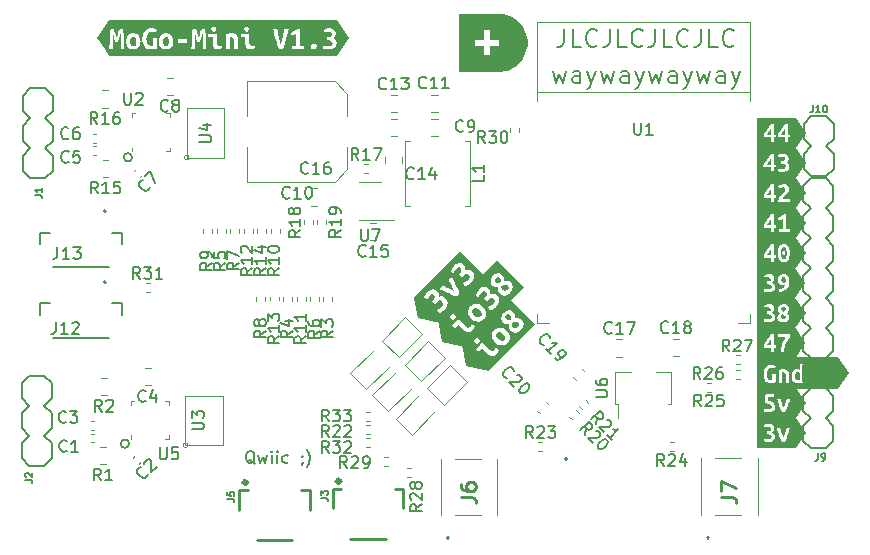
<source format=gbr>
%TF.GenerationSoftware,KiCad,Pcbnew,7.0.9*%
%TF.CreationDate,2023-12-14T21:01:46-07:00*%
%TF.ProjectId,mini_motor_go_V1_rev3,6d696e69-5f6d-46f7-946f-725f676f5f56,rev?*%
%TF.SameCoordinates,Original*%
%TF.FileFunction,Legend,Top*%
%TF.FilePolarity,Positive*%
%FSLAX46Y46*%
G04 Gerber Fmt 4.6, Leading zero omitted, Abs format (unit mm)*
G04 Created by KiCad (PCBNEW 7.0.9) date 2023-12-14 21:01:46*
%MOMM*%
%LPD*%
G01*
G04 APERTURE LIST*
%ADD10C,0.150000*%
%ADD11C,0.200000*%
%ADD12C,0.127000*%
%ADD13C,0.254000*%
%ADD14C,0.120000*%
%ADD15C,0.398780*%
%ADD16C,0.100000*%
%ADD17C,0.203200*%
G04 APERTURE END LIST*
D10*
X124353553Y-63250000D02*
G75*
G03*
X124353553Y-63250000I-353553J0D01*
G01*
X124103553Y-87500000D02*
G75*
G03*
X124103553Y-87500000I-353553J0D01*
G01*
D11*
X160937292Y-52408028D02*
X160937292Y-53479457D01*
X160937292Y-53479457D02*
X160865863Y-53693742D01*
X160865863Y-53693742D02*
X160723006Y-53836600D01*
X160723006Y-53836600D02*
X160508720Y-53908028D01*
X160508720Y-53908028D02*
X160365863Y-53908028D01*
X162365863Y-53908028D02*
X161651577Y-53908028D01*
X161651577Y-53908028D02*
X161651577Y-52408028D01*
X163723006Y-53765171D02*
X163651578Y-53836600D01*
X163651578Y-53836600D02*
X163437292Y-53908028D01*
X163437292Y-53908028D02*
X163294435Y-53908028D01*
X163294435Y-53908028D02*
X163080149Y-53836600D01*
X163080149Y-53836600D02*
X162937292Y-53693742D01*
X162937292Y-53693742D02*
X162865863Y-53550885D01*
X162865863Y-53550885D02*
X162794435Y-53265171D01*
X162794435Y-53265171D02*
X162794435Y-53050885D01*
X162794435Y-53050885D02*
X162865863Y-52765171D01*
X162865863Y-52765171D02*
X162937292Y-52622314D01*
X162937292Y-52622314D02*
X163080149Y-52479457D01*
X163080149Y-52479457D02*
X163294435Y-52408028D01*
X163294435Y-52408028D02*
X163437292Y-52408028D01*
X163437292Y-52408028D02*
X163651578Y-52479457D01*
X163651578Y-52479457D02*
X163723006Y-52550885D01*
X164794435Y-52408028D02*
X164794435Y-53479457D01*
X164794435Y-53479457D02*
X164723006Y-53693742D01*
X164723006Y-53693742D02*
X164580149Y-53836600D01*
X164580149Y-53836600D02*
X164365863Y-53908028D01*
X164365863Y-53908028D02*
X164223006Y-53908028D01*
X166223006Y-53908028D02*
X165508720Y-53908028D01*
X165508720Y-53908028D02*
X165508720Y-52408028D01*
X167580149Y-53765171D02*
X167508721Y-53836600D01*
X167508721Y-53836600D02*
X167294435Y-53908028D01*
X167294435Y-53908028D02*
X167151578Y-53908028D01*
X167151578Y-53908028D02*
X166937292Y-53836600D01*
X166937292Y-53836600D02*
X166794435Y-53693742D01*
X166794435Y-53693742D02*
X166723006Y-53550885D01*
X166723006Y-53550885D02*
X166651578Y-53265171D01*
X166651578Y-53265171D02*
X166651578Y-53050885D01*
X166651578Y-53050885D02*
X166723006Y-52765171D01*
X166723006Y-52765171D02*
X166794435Y-52622314D01*
X166794435Y-52622314D02*
X166937292Y-52479457D01*
X166937292Y-52479457D02*
X167151578Y-52408028D01*
X167151578Y-52408028D02*
X167294435Y-52408028D01*
X167294435Y-52408028D02*
X167508721Y-52479457D01*
X167508721Y-52479457D02*
X167580149Y-52550885D01*
X168651578Y-52408028D02*
X168651578Y-53479457D01*
X168651578Y-53479457D02*
X168580149Y-53693742D01*
X168580149Y-53693742D02*
X168437292Y-53836600D01*
X168437292Y-53836600D02*
X168223006Y-53908028D01*
X168223006Y-53908028D02*
X168080149Y-53908028D01*
X170080149Y-53908028D02*
X169365863Y-53908028D01*
X169365863Y-53908028D02*
X169365863Y-52408028D01*
X171437292Y-53765171D02*
X171365864Y-53836600D01*
X171365864Y-53836600D02*
X171151578Y-53908028D01*
X171151578Y-53908028D02*
X171008721Y-53908028D01*
X171008721Y-53908028D02*
X170794435Y-53836600D01*
X170794435Y-53836600D02*
X170651578Y-53693742D01*
X170651578Y-53693742D02*
X170580149Y-53550885D01*
X170580149Y-53550885D02*
X170508721Y-53265171D01*
X170508721Y-53265171D02*
X170508721Y-53050885D01*
X170508721Y-53050885D02*
X170580149Y-52765171D01*
X170580149Y-52765171D02*
X170651578Y-52622314D01*
X170651578Y-52622314D02*
X170794435Y-52479457D01*
X170794435Y-52479457D02*
X171008721Y-52408028D01*
X171008721Y-52408028D02*
X171151578Y-52408028D01*
X171151578Y-52408028D02*
X171365864Y-52479457D01*
X171365864Y-52479457D02*
X171437292Y-52550885D01*
X172508721Y-52408028D02*
X172508721Y-53479457D01*
X172508721Y-53479457D02*
X172437292Y-53693742D01*
X172437292Y-53693742D02*
X172294435Y-53836600D01*
X172294435Y-53836600D02*
X172080149Y-53908028D01*
X172080149Y-53908028D02*
X171937292Y-53908028D01*
X173937292Y-53908028D02*
X173223006Y-53908028D01*
X173223006Y-53908028D02*
X173223006Y-52408028D01*
X175294435Y-53765171D02*
X175223007Y-53836600D01*
X175223007Y-53836600D02*
X175008721Y-53908028D01*
X175008721Y-53908028D02*
X174865864Y-53908028D01*
X174865864Y-53908028D02*
X174651578Y-53836600D01*
X174651578Y-53836600D02*
X174508721Y-53693742D01*
X174508721Y-53693742D02*
X174437292Y-53550885D01*
X174437292Y-53550885D02*
X174365864Y-53265171D01*
X174365864Y-53265171D02*
X174365864Y-53050885D01*
X174365864Y-53050885D02*
X174437292Y-52765171D01*
X174437292Y-52765171D02*
X174508721Y-52622314D01*
X174508721Y-52622314D02*
X174651578Y-52479457D01*
X174651578Y-52479457D02*
X174865864Y-52408028D01*
X174865864Y-52408028D02*
X175008721Y-52408028D01*
X175008721Y-52408028D02*
X175223007Y-52479457D01*
X175223007Y-52479457D02*
X175294435Y-52550885D01*
D10*
X134753445Y-89215057D02*
X134658207Y-89167438D01*
X134658207Y-89167438D02*
X134562969Y-89072200D01*
X134562969Y-89072200D02*
X134420112Y-88929342D01*
X134420112Y-88929342D02*
X134324874Y-88881723D01*
X134324874Y-88881723D02*
X134229636Y-88881723D01*
X134277255Y-89119819D02*
X134182017Y-89072200D01*
X134182017Y-89072200D02*
X134086779Y-88976961D01*
X134086779Y-88976961D02*
X134039160Y-88786485D01*
X134039160Y-88786485D02*
X134039160Y-88453152D01*
X134039160Y-88453152D02*
X134086779Y-88262676D01*
X134086779Y-88262676D02*
X134182017Y-88167438D01*
X134182017Y-88167438D02*
X134277255Y-88119819D01*
X134277255Y-88119819D02*
X134467731Y-88119819D01*
X134467731Y-88119819D02*
X134562969Y-88167438D01*
X134562969Y-88167438D02*
X134658207Y-88262676D01*
X134658207Y-88262676D02*
X134705826Y-88453152D01*
X134705826Y-88453152D02*
X134705826Y-88786485D01*
X134705826Y-88786485D02*
X134658207Y-88976961D01*
X134658207Y-88976961D02*
X134562969Y-89072200D01*
X134562969Y-89072200D02*
X134467731Y-89119819D01*
X134467731Y-89119819D02*
X134277255Y-89119819D01*
X135039160Y-88453152D02*
X135229636Y-89119819D01*
X135229636Y-89119819D02*
X135420112Y-88643628D01*
X135420112Y-88643628D02*
X135610588Y-89119819D01*
X135610588Y-89119819D02*
X135801064Y-88453152D01*
X136182017Y-89119819D02*
X136182017Y-88453152D01*
X136182017Y-88119819D02*
X136134398Y-88167438D01*
X136134398Y-88167438D02*
X136182017Y-88215057D01*
X136182017Y-88215057D02*
X136229636Y-88167438D01*
X136229636Y-88167438D02*
X136182017Y-88119819D01*
X136182017Y-88119819D02*
X136182017Y-88215057D01*
X136658207Y-89119819D02*
X136658207Y-88453152D01*
X136658207Y-88119819D02*
X136610588Y-88167438D01*
X136610588Y-88167438D02*
X136658207Y-88215057D01*
X136658207Y-88215057D02*
X136705826Y-88167438D01*
X136705826Y-88167438D02*
X136658207Y-88119819D01*
X136658207Y-88119819D02*
X136658207Y-88215057D01*
X137562968Y-89072200D02*
X137467730Y-89119819D01*
X137467730Y-89119819D02*
X137277254Y-89119819D01*
X137277254Y-89119819D02*
X137182016Y-89072200D01*
X137182016Y-89072200D02*
X137134397Y-89024580D01*
X137134397Y-89024580D02*
X137086778Y-88929342D01*
X137086778Y-88929342D02*
X137086778Y-88643628D01*
X137086778Y-88643628D02*
X137134397Y-88548390D01*
X137134397Y-88548390D02*
X137182016Y-88500771D01*
X137182016Y-88500771D02*
X137277254Y-88453152D01*
X137277254Y-88453152D02*
X137467730Y-88453152D01*
X137467730Y-88453152D02*
X137562968Y-88500771D01*
X138801064Y-89072200D02*
X138801064Y-89119819D01*
X138801064Y-89119819D02*
X138753445Y-89215057D01*
X138753445Y-89215057D02*
X138705826Y-89262676D01*
X138753445Y-88500771D02*
X138801064Y-88548390D01*
X138801064Y-88548390D02*
X138753445Y-88596009D01*
X138753445Y-88596009D02*
X138705826Y-88548390D01*
X138705826Y-88548390D02*
X138753445Y-88500771D01*
X138753445Y-88500771D02*
X138753445Y-88596009D01*
X139134397Y-89500771D02*
X139182016Y-89453152D01*
X139182016Y-89453152D02*
X139277254Y-89310295D01*
X139277254Y-89310295D02*
X139324873Y-89215057D01*
X139324873Y-89215057D02*
X139372492Y-89072200D01*
X139372492Y-89072200D02*
X139420111Y-88834104D01*
X139420111Y-88834104D02*
X139420111Y-88643628D01*
X139420111Y-88643628D02*
X139372492Y-88405533D01*
X139372492Y-88405533D02*
X139324873Y-88262676D01*
X139324873Y-88262676D02*
X139277254Y-88167438D01*
X139277254Y-88167438D02*
X139182016Y-88024580D01*
X139182016Y-88024580D02*
X139134397Y-87976961D01*
D11*
X159965863Y-55946028D02*
X160251578Y-56946028D01*
X160251578Y-56946028D02*
X160537292Y-56231742D01*
X160537292Y-56231742D02*
X160823006Y-56946028D01*
X160823006Y-56946028D02*
X161108720Y-55946028D01*
X162323007Y-56946028D02*
X162323007Y-56160314D01*
X162323007Y-56160314D02*
X162251578Y-56017457D01*
X162251578Y-56017457D02*
X162108721Y-55946028D01*
X162108721Y-55946028D02*
X161823007Y-55946028D01*
X161823007Y-55946028D02*
X161680149Y-56017457D01*
X162323007Y-56874600D02*
X162180149Y-56946028D01*
X162180149Y-56946028D02*
X161823007Y-56946028D01*
X161823007Y-56946028D02*
X161680149Y-56874600D01*
X161680149Y-56874600D02*
X161608721Y-56731742D01*
X161608721Y-56731742D02*
X161608721Y-56588885D01*
X161608721Y-56588885D02*
X161680149Y-56446028D01*
X161680149Y-56446028D02*
X161823007Y-56374600D01*
X161823007Y-56374600D02*
X162180149Y-56374600D01*
X162180149Y-56374600D02*
X162323007Y-56303171D01*
X162894435Y-55946028D02*
X163251578Y-56946028D01*
X163608721Y-55946028D02*
X163251578Y-56946028D01*
X163251578Y-56946028D02*
X163108721Y-57303171D01*
X163108721Y-57303171D02*
X163037292Y-57374600D01*
X163037292Y-57374600D02*
X162894435Y-57446028D01*
X164037292Y-55946028D02*
X164323007Y-56946028D01*
X164323007Y-56946028D02*
X164608721Y-56231742D01*
X164608721Y-56231742D02*
X164894435Y-56946028D01*
X164894435Y-56946028D02*
X165180149Y-55946028D01*
X166394436Y-56946028D02*
X166394436Y-56160314D01*
X166394436Y-56160314D02*
X166323007Y-56017457D01*
X166323007Y-56017457D02*
X166180150Y-55946028D01*
X166180150Y-55946028D02*
X165894436Y-55946028D01*
X165894436Y-55946028D02*
X165751578Y-56017457D01*
X166394436Y-56874600D02*
X166251578Y-56946028D01*
X166251578Y-56946028D02*
X165894436Y-56946028D01*
X165894436Y-56946028D02*
X165751578Y-56874600D01*
X165751578Y-56874600D02*
X165680150Y-56731742D01*
X165680150Y-56731742D02*
X165680150Y-56588885D01*
X165680150Y-56588885D02*
X165751578Y-56446028D01*
X165751578Y-56446028D02*
X165894436Y-56374600D01*
X165894436Y-56374600D02*
X166251578Y-56374600D01*
X166251578Y-56374600D02*
X166394436Y-56303171D01*
X166965864Y-55946028D02*
X167323007Y-56946028D01*
X167680150Y-55946028D02*
X167323007Y-56946028D01*
X167323007Y-56946028D02*
X167180150Y-57303171D01*
X167180150Y-57303171D02*
X167108721Y-57374600D01*
X167108721Y-57374600D02*
X166965864Y-57446028D01*
X168108721Y-55946028D02*
X168394436Y-56946028D01*
X168394436Y-56946028D02*
X168680150Y-56231742D01*
X168680150Y-56231742D02*
X168965864Y-56946028D01*
X168965864Y-56946028D02*
X169251578Y-55946028D01*
X170465865Y-56946028D02*
X170465865Y-56160314D01*
X170465865Y-56160314D02*
X170394436Y-56017457D01*
X170394436Y-56017457D02*
X170251579Y-55946028D01*
X170251579Y-55946028D02*
X169965865Y-55946028D01*
X169965865Y-55946028D02*
X169823007Y-56017457D01*
X170465865Y-56874600D02*
X170323007Y-56946028D01*
X170323007Y-56946028D02*
X169965865Y-56946028D01*
X169965865Y-56946028D02*
X169823007Y-56874600D01*
X169823007Y-56874600D02*
X169751579Y-56731742D01*
X169751579Y-56731742D02*
X169751579Y-56588885D01*
X169751579Y-56588885D02*
X169823007Y-56446028D01*
X169823007Y-56446028D02*
X169965865Y-56374600D01*
X169965865Y-56374600D02*
X170323007Y-56374600D01*
X170323007Y-56374600D02*
X170465865Y-56303171D01*
X171037293Y-55946028D02*
X171394436Y-56946028D01*
X171751579Y-55946028D02*
X171394436Y-56946028D01*
X171394436Y-56946028D02*
X171251579Y-57303171D01*
X171251579Y-57303171D02*
X171180150Y-57374600D01*
X171180150Y-57374600D02*
X171037293Y-57446028D01*
X172180150Y-55946028D02*
X172465865Y-56946028D01*
X172465865Y-56946028D02*
X172751579Y-56231742D01*
X172751579Y-56231742D02*
X173037293Y-56946028D01*
X173037293Y-56946028D02*
X173323007Y-55946028D01*
X174537294Y-56946028D02*
X174537294Y-56160314D01*
X174537294Y-56160314D02*
X174465865Y-56017457D01*
X174465865Y-56017457D02*
X174323008Y-55946028D01*
X174323008Y-55946028D02*
X174037294Y-55946028D01*
X174037294Y-55946028D02*
X173894436Y-56017457D01*
X174537294Y-56874600D02*
X174394436Y-56946028D01*
X174394436Y-56946028D02*
X174037294Y-56946028D01*
X174037294Y-56946028D02*
X173894436Y-56874600D01*
X173894436Y-56874600D02*
X173823008Y-56731742D01*
X173823008Y-56731742D02*
X173823008Y-56588885D01*
X173823008Y-56588885D02*
X173894436Y-56446028D01*
X173894436Y-56446028D02*
X174037294Y-56374600D01*
X174037294Y-56374600D02*
X174394436Y-56374600D01*
X174394436Y-56374600D02*
X174537294Y-56303171D01*
X175108722Y-55946028D02*
X175465865Y-56946028D01*
X175823008Y-55946028D02*
X175465865Y-56946028D01*
X175465865Y-56946028D02*
X175323008Y-57303171D01*
X175323008Y-57303171D02*
X175251579Y-57374600D01*
X175251579Y-57374600D02*
X175108722Y-57446028D01*
D10*
X125689652Y-90038096D02*
X125689652Y-90105440D01*
X125689652Y-90105440D02*
X125622308Y-90240127D01*
X125622308Y-90240127D02*
X125554965Y-90307470D01*
X125554965Y-90307470D02*
X125420278Y-90374814D01*
X125420278Y-90374814D02*
X125285591Y-90374814D01*
X125285591Y-90374814D02*
X125184576Y-90341142D01*
X125184576Y-90341142D02*
X125016217Y-90240127D01*
X125016217Y-90240127D02*
X124915202Y-90139112D01*
X124915202Y-90139112D02*
X124814186Y-89970753D01*
X124814186Y-89970753D02*
X124780515Y-89869738D01*
X124780515Y-89869738D02*
X124780515Y-89735051D01*
X124780515Y-89735051D02*
X124847858Y-89600364D01*
X124847858Y-89600364D02*
X124915202Y-89533020D01*
X124915202Y-89533020D02*
X125049889Y-89465677D01*
X125049889Y-89465677D02*
X125117232Y-89465677D01*
X125386606Y-89196303D02*
X125386606Y-89128959D01*
X125386606Y-89128959D02*
X125420278Y-89027944D01*
X125420278Y-89027944D02*
X125588637Y-88859585D01*
X125588637Y-88859585D02*
X125689652Y-88825913D01*
X125689652Y-88825913D02*
X125756995Y-88825913D01*
X125756995Y-88825913D02*
X125858011Y-88859585D01*
X125858011Y-88859585D02*
X125925354Y-88926929D01*
X125925354Y-88926929D02*
X125992698Y-89061616D01*
X125992698Y-89061616D02*
X125992698Y-89869738D01*
X125992698Y-89869738D02*
X126430430Y-89432005D01*
X135686568Y-72656323D02*
X135210377Y-72989656D01*
X135686568Y-73227751D02*
X134686568Y-73227751D01*
X134686568Y-73227751D02*
X134686568Y-72846799D01*
X134686568Y-72846799D02*
X134734187Y-72751561D01*
X134734187Y-72751561D02*
X134781806Y-72703942D01*
X134781806Y-72703942D02*
X134877044Y-72656323D01*
X134877044Y-72656323D02*
X135019901Y-72656323D01*
X135019901Y-72656323D02*
X135115139Y-72703942D01*
X135115139Y-72703942D02*
X135162758Y-72751561D01*
X135162758Y-72751561D02*
X135210377Y-72846799D01*
X135210377Y-72846799D02*
X135210377Y-73227751D01*
X135686568Y-71703942D02*
X135686568Y-72275370D01*
X135686568Y-71989656D02*
X134686568Y-71989656D01*
X134686568Y-71989656D02*
X134829425Y-72084894D01*
X134829425Y-72084894D02*
X134924663Y-72180132D01*
X134924663Y-72180132D02*
X134972282Y-72275370D01*
X135019901Y-70846799D02*
X135686568Y-70846799D01*
X134638949Y-71084894D02*
X135353234Y-71322989D01*
X135353234Y-71322989D02*
X135353234Y-70703942D01*
X145862142Y-57404580D02*
X145814523Y-57452200D01*
X145814523Y-57452200D02*
X145671666Y-57499819D01*
X145671666Y-57499819D02*
X145576428Y-57499819D01*
X145576428Y-57499819D02*
X145433571Y-57452200D01*
X145433571Y-57452200D02*
X145338333Y-57356961D01*
X145338333Y-57356961D02*
X145290714Y-57261723D01*
X145290714Y-57261723D02*
X145243095Y-57071247D01*
X145243095Y-57071247D02*
X145243095Y-56928390D01*
X145243095Y-56928390D02*
X145290714Y-56737914D01*
X145290714Y-56737914D02*
X145338333Y-56642676D01*
X145338333Y-56642676D02*
X145433571Y-56547438D01*
X145433571Y-56547438D02*
X145576428Y-56499819D01*
X145576428Y-56499819D02*
X145671666Y-56499819D01*
X145671666Y-56499819D02*
X145814523Y-56547438D01*
X145814523Y-56547438D02*
X145862142Y-56595057D01*
X146814523Y-57499819D02*
X146243095Y-57499819D01*
X146528809Y-57499819D02*
X146528809Y-56499819D01*
X146528809Y-56499819D02*
X146433571Y-56642676D01*
X146433571Y-56642676D02*
X146338333Y-56737914D01*
X146338333Y-56737914D02*
X146243095Y-56785533D01*
X147147857Y-56499819D02*
X147766904Y-56499819D01*
X147766904Y-56499819D02*
X147433571Y-56880771D01*
X147433571Y-56880771D02*
X147576428Y-56880771D01*
X147576428Y-56880771D02*
X147671666Y-56928390D01*
X147671666Y-56928390D02*
X147719285Y-56976009D01*
X147719285Y-56976009D02*
X147766904Y-57071247D01*
X147766904Y-57071247D02*
X147766904Y-57309342D01*
X147766904Y-57309342D02*
X147719285Y-57404580D01*
X147719285Y-57404580D02*
X147671666Y-57452200D01*
X147671666Y-57452200D02*
X147576428Y-57499819D01*
X147576428Y-57499819D02*
X147290714Y-57499819D01*
X147290714Y-57499819D02*
X147195476Y-57452200D01*
X147195476Y-57452200D02*
X147147857Y-57404580D01*
X130058418Y-61970304D02*
X130867941Y-61970304D01*
X130867941Y-61970304D02*
X130963179Y-61922685D01*
X130963179Y-61922685D02*
X131010799Y-61875066D01*
X131010799Y-61875066D02*
X131058418Y-61779828D01*
X131058418Y-61779828D02*
X131058418Y-61589352D01*
X131058418Y-61589352D02*
X131010799Y-61494114D01*
X131010799Y-61494114D02*
X130963179Y-61446495D01*
X130963179Y-61446495D02*
X130867941Y-61398876D01*
X130867941Y-61398876D02*
X130058418Y-61398876D01*
X130391751Y-60494114D02*
X131058418Y-60494114D01*
X130010799Y-60732209D02*
X130725084Y-60970304D01*
X130725084Y-60970304D02*
X130725084Y-60351257D01*
X123682095Y-57781619D02*
X123682095Y-58591142D01*
X123682095Y-58591142D02*
X123729714Y-58686380D01*
X123729714Y-58686380D02*
X123777333Y-58734000D01*
X123777333Y-58734000D02*
X123872571Y-58781619D01*
X123872571Y-58781619D02*
X124063047Y-58781619D01*
X124063047Y-58781619D02*
X124158285Y-58734000D01*
X124158285Y-58734000D02*
X124205904Y-58686380D01*
X124205904Y-58686380D02*
X124253523Y-58591142D01*
X124253523Y-58591142D02*
X124253523Y-57781619D01*
X124682095Y-57876857D02*
X124729714Y-57829238D01*
X124729714Y-57829238D02*
X124824952Y-57781619D01*
X124824952Y-57781619D02*
X125063047Y-57781619D01*
X125063047Y-57781619D02*
X125158285Y-57829238D01*
X125158285Y-57829238D02*
X125205904Y-57876857D01*
X125205904Y-57876857D02*
X125253523Y-57972095D01*
X125253523Y-57972095D02*
X125253523Y-58067333D01*
X125253523Y-58067333D02*
X125205904Y-58210190D01*
X125205904Y-58210190D02*
X124634476Y-58781619D01*
X124634476Y-58781619D02*
X125253523Y-58781619D01*
X133407451Y-72177483D02*
X132931260Y-72510816D01*
X133407451Y-72748911D02*
X132407451Y-72748911D01*
X132407451Y-72748911D02*
X132407451Y-72367959D01*
X132407451Y-72367959D02*
X132455070Y-72272721D01*
X132455070Y-72272721D02*
X132502689Y-72225102D01*
X132502689Y-72225102D02*
X132597927Y-72177483D01*
X132597927Y-72177483D02*
X132740784Y-72177483D01*
X132740784Y-72177483D02*
X132836022Y-72225102D01*
X132836022Y-72225102D02*
X132883641Y-72272721D01*
X132883641Y-72272721D02*
X132931260Y-72367959D01*
X132931260Y-72367959D02*
X132931260Y-72748911D01*
X132407451Y-71844149D02*
X132407451Y-71177483D01*
X132407451Y-71177483D02*
X133407451Y-71606054D01*
X169752142Y-78044580D02*
X169704523Y-78092200D01*
X169704523Y-78092200D02*
X169561666Y-78139819D01*
X169561666Y-78139819D02*
X169466428Y-78139819D01*
X169466428Y-78139819D02*
X169323571Y-78092200D01*
X169323571Y-78092200D02*
X169228333Y-77996961D01*
X169228333Y-77996961D02*
X169180714Y-77901723D01*
X169180714Y-77901723D02*
X169133095Y-77711247D01*
X169133095Y-77711247D02*
X169133095Y-77568390D01*
X169133095Y-77568390D02*
X169180714Y-77377914D01*
X169180714Y-77377914D02*
X169228333Y-77282676D01*
X169228333Y-77282676D02*
X169323571Y-77187438D01*
X169323571Y-77187438D02*
X169466428Y-77139819D01*
X169466428Y-77139819D02*
X169561666Y-77139819D01*
X169561666Y-77139819D02*
X169704523Y-77187438D01*
X169704523Y-77187438D02*
X169752142Y-77235057D01*
X170704523Y-78139819D02*
X170133095Y-78139819D01*
X170418809Y-78139819D02*
X170418809Y-77139819D01*
X170418809Y-77139819D02*
X170323571Y-77282676D01*
X170323571Y-77282676D02*
X170228333Y-77377914D01*
X170228333Y-77377914D02*
X170133095Y-77425533D01*
X171275952Y-77568390D02*
X171180714Y-77520771D01*
X171180714Y-77520771D02*
X171133095Y-77473152D01*
X171133095Y-77473152D02*
X171085476Y-77377914D01*
X171085476Y-77377914D02*
X171085476Y-77330295D01*
X171085476Y-77330295D02*
X171133095Y-77235057D01*
X171133095Y-77235057D02*
X171180714Y-77187438D01*
X171180714Y-77187438D02*
X171275952Y-77139819D01*
X171275952Y-77139819D02*
X171466428Y-77139819D01*
X171466428Y-77139819D02*
X171561666Y-77187438D01*
X171561666Y-77187438D02*
X171609285Y-77235057D01*
X171609285Y-77235057D02*
X171656904Y-77330295D01*
X171656904Y-77330295D02*
X171656904Y-77377914D01*
X171656904Y-77377914D02*
X171609285Y-77473152D01*
X171609285Y-77473152D02*
X171561666Y-77520771D01*
X171561666Y-77520771D02*
X171466428Y-77568390D01*
X171466428Y-77568390D02*
X171275952Y-77568390D01*
X171275952Y-77568390D02*
X171180714Y-77616009D01*
X171180714Y-77616009D02*
X171133095Y-77663628D01*
X171133095Y-77663628D02*
X171085476Y-77758866D01*
X171085476Y-77758866D02*
X171085476Y-77949342D01*
X171085476Y-77949342D02*
X171133095Y-78044580D01*
X171133095Y-78044580D02*
X171180714Y-78092200D01*
X171180714Y-78092200D02*
X171275952Y-78139819D01*
X171275952Y-78139819D02*
X171466428Y-78139819D01*
X171466428Y-78139819D02*
X171561666Y-78092200D01*
X171561666Y-78092200D02*
X171609285Y-78044580D01*
X171609285Y-78044580D02*
X171656904Y-77949342D01*
X171656904Y-77949342D02*
X171656904Y-77758866D01*
X171656904Y-77758866D02*
X171609285Y-77663628D01*
X171609285Y-77663628D02*
X171561666Y-77616009D01*
X171561666Y-77616009D02*
X171466428Y-77568390D01*
X164962143Y-78084580D02*
X164914524Y-78132200D01*
X164914524Y-78132200D02*
X164771667Y-78179819D01*
X164771667Y-78179819D02*
X164676429Y-78179819D01*
X164676429Y-78179819D02*
X164533572Y-78132200D01*
X164533572Y-78132200D02*
X164438334Y-78036961D01*
X164438334Y-78036961D02*
X164390715Y-77941723D01*
X164390715Y-77941723D02*
X164343096Y-77751247D01*
X164343096Y-77751247D02*
X164343096Y-77608390D01*
X164343096Y-77608390D02*
X164390715Y-77417914D01*
X164390715Y-77417914D02*
X164438334Y-77322676D01*
X164438334Y-77322676D02*
X164533572Y-77227438D01*
X164533572Y-77227438D02*
X164676429Y-77179819D01*
X164676429Y-77179819D02*
X164771667Y-77179819D01*
X164771667Y-77179819D02*
X164914524Y-77227438D01*
X164914524Y-77227438D02*
X164962143Y-77275057D01*
X165914524Y-78179819D02*
X165343096Y-78179819D01*
X165628810Y-78179819D02*
X165628810Y-77179819D01*
X165628810Y-77179819D02*
X165533572Y-77322676D01*
X165533572Y-77322676D02*
X165438334Y-77417914D01*
X165438334Y-77417914D02*
X165343096Y-77465533D01*
X166247858Y-77179819D02*
X166914524Y-77179819D01*
X166914524Y-77179819D02*
X166485953Y-78179819D01*
X162710197Y-86752393D02*
X162811212Y-86179974D01*
X162306136Y-86348332D02*
X163013243Y-85641226D01*
X163013243Y-85641226D02*
X163282617Y-85910600D01*
X163282617Y-85910600D02*
X163316289Y-86011615D01*
X163316289Y-86011615D02*
X163316289Y-86078958D01*
X163316289Y-86078958D02*
X163282617Y-86179974D01*
X163282617Y-86179974D02*
X163181602Y-86280989D01*
X163181602Y-86280989D02*
X163080586Y-86314661D01*
X163080586Y-86314661D02*
X163013243Y-86314661D01*
X163013243Y-86314661D02*
X162912228Y-86280989D01*
X162912228Y-86280989D02*
X162642854Y-86011615D01*
X163619334Y-86382004D02*
X163686678Y-86382004D01*
X163686678Y-86382004D02*
X163787693Y-86415676D01*
X163787693Y-86415676D02*
X163956052Y-86584035D01*
X163956052Y-86584035D02*
X163989724Y-86685050D01*
X163989724Y-86685050D02*
X163989724Y-86752393D01*
X163989724Y-86752393D02*
X163956052Y-86853409D01*
X163956052Y-86853409D02*
X163888708Y-86920752D01*
X163888708Y-86920752D02*
X163754021Y-86988096D01*
X163754021Y-86988096D02*
X162945899Y-86988096D01*
X162945899Y-86988096D02*
X163383632Y-87425828D01*
X164528472Y-87156455D02*
X164595815Y-87223798D01*
X164595815Y-87223798D02*
X164629487Y-87324813D01*
X164629487Y-87324813D02*
X164629487Y-87392157D01*
X164629487Y-87392157D02*
X164595815Y-87493172D01*
X164595815Y-87493172D02*
X164494800Y-87661531D01*
X164494800Y-87661531D02*
X164326441Y-87829890D01*
X164326441Y-87829890D02*
X164158083Y-87930905D01*
X164158083Y-87930905D02*
X164057067Y-87964577D01*
X164057067Y-87964577D02*
X163989724Y-87964577D01*
X163989724Y-87964577D02*
X163888709Y-87930905D01*
X163888709Y-87930905D02*
X163821365Y-87863561D01*
X163821365Y-87863561D02*
X163787693Y-87762546D01*
X163787693Y-87762546D02*
X163787693Y-87695203D01*
X163787693Y-87695203D02*
X163821365Y-87594187D01*
X163821365Y-87594187D02*
X163922380Y-87425829D01*
X163922380Y-87425829D02*
X164090739Y-87257470D01*
X164090739Y-87257470D02*
X164259098Y-87156455D01*
X164259098Y-87156455D02*
X164360113Y-87122783D01*
X164360113Y-87122783D02*
X164427457Y-87122783D01*
X164427457Y-87122783D02*
X164528472Y-87156455D01*
X129434343Y-86288362D02*
X130243866Y-86288362D01*
X130243866Y-86288362D02*
X130339104Y-86240743D01*
X130339104Y-86240743D02*
X130386724Y-86193124D01*
X130386724Y-86193124D02*
X130434343Y-86097886D01*
X130434343Y-86097886D02*
X130434343Y-85907410D01*
X130434343Y-85907410D02*
X130386724Y-85812172D01*
X130386724Y-85812172D02*
X130339104Y-85764553D01*
X130339104Y-85764553D02*
X130243866Y-85716934D01*
X130243866Y-85716934D02*
X129434343Y-85716934D01*
X129434343Y-85335981D02*
X129434343Y-84716934D01*
X129434343Y-84716934D02*
X129815295Y-85050267D01*
X129815295Y-85050267D02*
X129815295Y-84907410D01*
X129815295Y-84907410D02*
X129862914Y-84812172D01*
X129862914Y-84812172D02*
X129910533Y-84764553D01*
X129910533Y-84764553D02*
X130005771Y-84716934D01*
X130005771Y-84716934D02*
X130243866Y-84716934D01*
X130243866Y-84716934D02*
X130339104Y-84764553D01*
X130339104Y-84764553D02*
X130386724Y-84812172D01*
X130386724Y-84812172D02*
X130434343Y-84907410D01*
X130434343Y-84907410D02*
X130434343Y-85193124D01*
X130434343Y-85193124D02*
X130386724Y-85288362D01*
X130386724Y-85288362D02*
X130339104Y-85335981D01*
X152379412Y-61010941D02*
X152331793Y-61058561D01*
X152331793Y-61058561D02*
X152188936Y-61106180D01*
X152188936Y-61106180D02*
X152093698Y-61106180D01*
X152093698Y-61106180D02*
X151950841Y-61058561D01*
X151950841Y-61058561D02*
X151855603Y-60963322D01*
X151855603Y-60963322D02*
X151807984Y-60868084D01*
X151807984Y-60868084D02*
X151760365Y-60677608D01*
X151760365Y-60677608D02*
X151760365Y-60534751D01*
X151760365Y-60534751D02*
X151807984Y-60344275D01*
X151807984Y-60344275D02*
X151855603Y-60249037D01*
X151855603Y-60249037D02*
X151950841Y-60153799D01*
X151950841Y-60153799D02*
X152093698Y-60106180D01*
X152093698Y-60106180D02*
X152188936Y-60106180D01*
X152188936Y-60106180D02*
X152331793Y-60153799D01*
X152331793Y-60153799D02*
X152379412Y-60201418D01*
X152855603Y-61106180D02*
X153046079Y-61106180D01*
X153046079Y-61106180D02*
X153141317Y-61058561D01*
X153141317Y-61058561D02*
X153188936Y-61010941D01*
X153188936Y-61010941D02*
X153284174Y-60868084D01*
X153284174Y-60868084D02*
X153331793Y-60677608D01*
X153331793Y-60677608D02*
X153331793Y-60296656D01*
X153331793Y-60296656D02*
X153284174Y-60201418D01*
X153284174Y-60201418D02*
X153236555Y-60153799D01*
X153236555Y-60153799D02*
X153141317Y-60106180D01*
X153141317Y-60106180D02*
X152950841Y-60106180D01*
X152950841Y-60106180D02*
X152855603Y-60153799D01*
X152855603Y-60153799D02*
X152807984Y-60201418D01*
X152807984Y-60201418D02*
X152760365Y-60296656D01*
X152760365Y-60296656D02*
X152760365Y-60534751D01*
X152760365Y-60534751D02*
X152807984Y-60629989D01*
X152807984Y-60629989D02*
X152855603Y-60677608D01*
X152855603Y-60677608D02*
X152950841Y-60725227D01*
X152950841Y-60725227D02*
X153141317Y-60725227D01*
X153141317Y-60725227D02*
X153236555Y-60677608D01*
X153236555Y-60677608D02*
X153284174Y-60629989D01*
X153284174Y-60629989D02*
X153331793Y-60534751D01*
X172541110Y-84339636D02*
X172207777Y-83863445D01*
X171969682Y-84339636D02*
X171969682Y-83339636D01*
X171969682Y-83339636D02*
X172350634Y-83339636D01*
X172350634Y-83339636D02*
X172445872Y-83387255D01*
X172445872Y-83387255D02*
X172493491Y-83434874D01*
X172493491Y-83434874D02*
X172541110Y-83530112D01*
X172541110Y-83530112D02*
X172541110Y-83672969D01*
X172541110Y-83672969D02*
X172493491Y-83768207D01*
X172493491Y-83768207D02*
X172445872Y-83815826D01*
X172445872Y-83815826D02*
X172350634Y-83863445D01*
X172350634Y-83863445D02*
X171969682Y-83863445D01*
X172922063Y-83434874D02*
X172969682Y-83387255D01*
X172969682Y-83387255D02*
X173064920Y-83339636D01*
X173064920Y-83339636D02*
X173303015Y-83339636D01*
X173303015Y-83339636D02*
X173398253Y-83387255D01*
X173398253Y-83387255D02*
X173445872Y-83434874D01*
X173445872Y-83434874D02*
X173493491Y-83530112D01*
X173493491Y-83530112D02*
X173493491Y-83625350D01*
X173493491Y-83625350D02*
X173445872Y-83768207D01*
X173445872Y-83768207D02*
X172874444Y-84339636D01*
X172874444Y-84339636D02*
X173493491Y-84339636D01*
X174398253Y-83339636D02*
X173922063Y-83339636D01*
X173922063Y-83339636D02*
X173874444Y-83815826D01*
X173874444Y-83815826D02*
X173922063Y-83768207D01*
X173922063Y-83768207D02*
X174017301Y-83720588D01*
X174017301Y-83720588D02*
X174255396Y-83720588D01*
X174255396Y-83720588D02*
X174350634Y-83768207D01*
X174350634Y-83768207D02*
X174398253Y-83815826D01*
X174398253Y-83815826D02*
X174445872Y-83911064D01*
X174445872Y-83911064D02*
X174445872Y-84149159D01*
X174445872Y-84149159D02*
X174398253Y-84244397D01*
X174398253Y-84244397D02*
X174350634Y-84292017D01*
X174350634Y-84292017D02*
X174255396Y-84339636D01*
X174255396Y-84339636D02*
X174017301Y-84339636D01*
X174017301Y-84339636D02*
X173922063Y-84292017D01*
X173922063Y-84292017D02*
X173874444Y-84244397D01*
X143527142Y-63466819D02*
X143193809Y-62990628D01*
X142955714Y-63466819D02*
X142955714Y-62466819D01*
X142955714Y-62466819D02*
X143336666Y-62466819D01*
X143336666Y-62466819D02*
X143431904Y-62514438D01*
X143431904Y-62514438D02*
X143479523Y-62562057D01*
X143479523Y-62562057D02*
X143527142Y-62657295D01*
X143527142Y-62657295D02*
X143527142Y-62800152D01*
X143527142Y-62800152D02*
X143479523Y-62895390D01*
X143479523Y-62895390D02*
X143431904Y-62943009D01*
X143431904Y-62943009D02*
X143336666Y-62990628D01*
X143336666Y-62990628D02*
X142955714Y-62990628D01*
X144479523Y-63466819D02*
X143908095Y-63466819D01*
X144193809Y-63466819D02*
X144193809Y-62466819D01*
X144193809Y-62466819D02*
X144098571Y-62609676D01*
X144098571Y-62609676D02*
X144003333Y-62704914D01*
X144003333Y-62704914D02*
X143908095Y-62752533D01*
X144812857Y-62466819D02*
X145479523Y-62466819D01*
X145479523Y-62466819D02*
X145050952Y-63466819D01*
X141004742Y-85604923D02*
X140671409Y-85128732D01*
X140433314Y-85604923D02*
X140433314Y-84604923D01*
X140433314Y-84604923D02*
X140814266Y-84604923D01*
X140814266Y-84604923D02*
X140909504Y-84652542D01*
X140909504Y-84652542D02*
X140957123Y-84700161D01*
X140957123Y-84700161D02*
X141004742Y-84795399D01*
X141004742Y-84795399D02*
X141004742Y-84938256D01*
X141004742Y-84938256D02*
X140957123Y-85033494D01*
X140957123Y-85033494D02*
X140909504Y-85081113D01*
X140909504Y-85081113D02*
X140814266Y-85128732D01*
X140814266Y-85128732D02*
X140433314Y-85128732D01*
X141338076Y-84604923D02*
X141957123Y-84604923D01*
X141957123Y-84604923D02*
X141623790Y-84985875D01*
X141623790Y-84985875D02*
X141766647Y-84985875D01*
X141766647Y-84985875D02*
X141861885Y-85033494D01*
X141861885Y-85033494D02*
X141909504Y-85081113D01*
X141909504Y-85081113D02*
X141957123Y-85176351D01*
X141957123Y-85176351D02*
X141957123Y-85414446D01*
X141957123Y-85414446D02*
X141909504Y-85509684D01*
X141909504Y-85509684D02*
X141861885Y-85557304D01*
X141861885Y-85557304D02*
X141766647Y-85604923D01*
X141766647Y-85604923D02*
X141480933Y-85604923D01*
X141480933Y-85604923D02*
X141385695Y-85557304D01*
X141385695Y-85557304D02*
X141338076Y-85509684D01*
X142290457Y-84604923D02*
X142909504Y-84604923D01*
X142909504Y-84604923D02*
X142576171Y-84985875D01*
X142576171Y-84985875D02*
X142719028Y-84985875D01*
X142719028Y-84985875D02*
X142814266Y-85033494D01*
X142814266Y-85033494D02*
X142861885Y-85081113D01*
X142861885Y-85081113D02*
X142909504Y-85176351D01*
X142909504Y-85176351D02*
X142909504Y-85414446D01*
X142909504Y-85414446D02*
X142861885Y-85509684D01*
X142861885Y-85509684D02*
X142814266Y-85557304D01*
X142814266Y-85557304D02*
X142719028Y-85604923D01*
X142719028Y-85604923D02*
X142433314Y-85604923D01*
X142433314Y-85604923D02*
X142338076Y-85557304D01*
X142338076Y-85557304D02*
X142290457Y-85509684D01*
X118967733Y-61613580D02*
X118920114Y-61661200D01*
X118920114Y-61661200D02*
X118777257Y-61708819D01*
X118777257Y-61708819D02*
X118682019Y-61708819D01*
X118682019Y-61708819D02*
X118539162Y-61661200D01*
X118539162Y-61661200D02*
X118443924Y-61565961D01*
X118443924Y-61565961D02*
X118396305Y-61470723D01*
X118396305Y-61470723D02*
X118348686Y-61280247D01*
X118348686Y-61280247D02*
X118348686Y-61137390D01*
X118348686Y-61137390D02*
X118396305Y-60946914D01*
X118396305Y-60946914D02*
X118443924Y-60851676D01*
X118443924Y-60851676D02*
X118539162Y-60756438D01*
X118539162Y-60756438D02*
X118682019Y-60708819D01*
X118682019Y-60708819D02*
X118777257Y-60708819D01*
X118777257Y-60708819D02*
X118920114Y-60756438D01*
X118920114Y-60756438D02*
X118967733Y-60804057D01*
X119824876Y-60708819D02*
X119634400Y-60708819D01*
X119634400Y-60708819D02*
X119539162Y-60756438D01*
X119539162Y-60756438D02*
X119491543Y-60804057D01*
X119491543Y-60804057D02*
X119396305Y-60946914D01*
X119396305Y-60946914D02*
X119348686Y-61137390D01*
X119348686Y-61137390D02*
X119348686Y-61518342D01*
X119348686Y-61518342D02*
X119396305Y-61613580D01*
X119396305Y-61613580D02*
X119443924Y-61661200D01*
X119443924Y-61661200D02*
X119539162Y-61708819D01*
X119539162Y-61708819D02*
X119729638Y-61708819D01*
X119729638Y-61708819D02*
X119824876Y-61661200D01*
X119824876Y-61661200D02*
X119872495Y-61613580D01*
X119872495Y-61613580D02*
X119920114Y-61518342D01*
X119920114Y-61518342D02*
X119920114Y-61280247D01*
X119920114Y-61280247D02*
X119872495Y-61185009D01*
X119872495Y-61185009D02*
X119824876Y-61137390D01*
X119824876Y-61137390D02*
X119729638Y-61089771D01*
X119729638Y-61089771D02*
X119539162Y-61089771D01*
X119539162Y-61089771D02*
X119443924Y-61137390D01*
X119443924Y-61137390D02*
X119396305Y-61185009D01*
X119396305Y-61185009D02*
X119348686Y-61280247D01*
X154177960Y-64767794D02*
X154177960Y-65243984D01*
X154177960Y-65243984D02*
X153177960Y-65243984D01*
X154177960Y-63910651D02*
X154177960Y-64482079D01*
X154177960Y-64196365D02*
X153177960Y-64196365D01*
X153177960Y-64196365D02*
X153320817Y-64291603D01*
X153320817Y-64291603D02*
X153416055Y-64386841D01*
X153416055Y-64386841D02*
X153463674Y-64482079D01*
X121725634Y-90613651D02*
X121392301Y-90137460D01*
X121154206Y-90613651D02*
X121154206Y-89613651D01*
X121154206Y-89613651D02*
X121535158Y-89613651D01*
X121535158Y-89613651D02*
X121630396Y-89661270D01*
X121630396Y-89661270D02*
X121678015Y-89708889D01*
X121678015Y-89708889D02*
X121725634Y-89804127D01*
X121725634Y-89804127D02*
X121725634Y-89946984D01*
X121725634Y-89946984D02*
X121678015Y-90042222D01*
X121678015Y-90042222D02*
X121630396Y-90089841D01*
X121630396Y-90089841D02*
X121535158Y-90137460D01*
X121535158Y-90137460D02*
X121154206Y-90137460D01*
X122678015Y-90613651D02*
X122106587Y-90613651D01*
X122392301Y-90613651D02*
X122392301Y-89613651D01*
X122392301Y-89613651D02*
X122297063Y-89756508D01*
X122297063Y-89756508D02*
X122201825Y-89851746D01*
X122201825Y-89851746D02*
X122106587Y-89899365D01*
X141004742Y-86917662D02*
X140671409Y-86441471D01*
X140433314Y-86917662D02*
X140433314Y-85917662D01*
X140433314Y-85917662D02*
X140814266Y-85917662D01*
X140814266Y-85917662D02*
X140909504Y-85965281D01*
X140909504Y-85965281D02*
X140957123Y-86012900D01*
X140957123Y-86012900D02*
X141004742Y-86108138D01*
X141004742Y-86108138D02*
X141004742Y-86250995D01*
X141004742Y-86250995D02*
X140957123Y-86346233D01*
X140957123Y-86346233D02*
X140909504Y-86393852D01*
X140909504Y-86393852D02*
X140814266Y-86441471D01*
X140814266Y-86441471D02*
X140433314Y-86441471D01*
X141385695Y-86012900D02*
X141433314Y-85965281D01*
X141433314Y-85965281D02*
X141528552Y-85917662D01*
X141528552Y-85917662D02*
X141766647Y-85917662D01*
X141766647Y-85917662D02*
X141861885Y-85965281D01*
X141861885Y-85965281D02*
X141909504Y-86012900D01*
X141909504Y-86012900D02*
X141957123Y-86108138D01*
X141957123Y-86108138D02*
X141957123Y-86203376D01*
X141957123Y-86203376D02*
X141909504Y-86346233D01*
X141909504Y-86346233D02*
X141338076Y-86917662D01*
X141338076Y-86917662D02*
X141957123Y-86917662D01*
X142338076Y-86012900D02*
X142385695Y-85965281D01*
X142385695Y-85965281D02*
X142480933Y-85917662D01*
X142480933Y-85917662D02*
X142719028Y-85917662D01*
X142719028Y-85917662D02*
X142814266Y-85965281D01*
X142814266Y-85965281D02*
X142861885Y-86012900D01*
X142861885Y-86012900D02*
X142909504Y-86108138D01*
X142909504Y-86108138D02*
X142909504Y-86203376D01*
X142909504Y-86203376D02*
X142861885Y-86346233D01*
X142861885Y-86346233D02*
X142290457Y-86917662D01*
X142290457Y-86917662D02*
X142909504Y-86917662D01*
X117910476Y-77204819D02*
X117910476Y-77919104D01*
X117910476Y-77919104D02*
X117862857Y-78061961D01*
X117862857Y-78061961D02*
X117767619Y-78157200D01*
X117767619Y-78157200D02*
X117624762Y-78204819D01*
X117624762Y-78204819D02*
X117529524Y-78204819D01*
X118910476Y-78204819D02*
X118339048Y-78204819D01*
X118624762Y-78204819D02*
X118624762Y-77204819D01*
X118624762Y-77204819D02*
X118529524Y-77347676D01*
X118529524Y-77347676D02*
X118434286Y-77442914D01*
X118434286Y-77442914D02*
X118339048Y-77490533D01*
X119291429Y-77300057D02*
X119339048Y-77252438D01*
X119339048Y-77252438D02*
X119434286Y-77204819D01*
X119434286Y-77204819D02*
X119672381Y-77204819D01*
X119672381Y-77204819D02*
X119767619Y-77252438D01*
X119767619Y-77252438D02*
X119815238Y-77300057D01*
X119815238Y-77300057D02*
X119862857Y-77395295D01*
X119862857Y-77395295D02*
X119862857Y-77490533D01*
X119862857Y-77490533D02*
X119815238Y-77633390D01*
X119815238Y-77633390D02*
X119243810Y-78204819D01*
X119243810Y-78204819D02*
X119862857Y-78204819D01*
X132264788Y-72181055D02*
X131788597Y-72514388D01*
X132264788Y-72752483D02*
X131264788Y-72752483D01*
X131264788Y-72752483D02*
X131264788Y-72371531D01*
X131264788Y-72371531D02*
X131312407Y-72276293D01*
X131312407Y-72276293D02*
X131360026Y-72228674D01*
X131360026Y-72228674D02*
X131455264Y-72181055D01*
X131455264Y-72181055D02*
X131598121Y-72181055D01*
X131598121Y-72181055D02*
X131693359Y-72228674D01*
X131693359Y-72228674D02*
X131740978Y-72276293D01*
X131740978Y-72276293D02*
X131788597Y-72371531D01*
X131788597Y-72371531D02*
X131788597Y-72752483D01*
X131264788Y-71276293D02*
X131264788Y-71752483D01*
X131264788Y-71752483D02*
X131740978Y-71800102D01*
X131740978Y-71800102D02*
X131693359Y-71752483D01*
X131693359Y-71752483D02*
X131645740Y-71657245D01*
X131645740Y-71657245D02*
X131645740Y-71419150D01*
X131645740Y-71419150D02*
X131693359Y-71323912D01*
X131693359Y-71323912D02*
X131740978Y-71276293D01*
X131740978Y-71276293D02*
X131836216Y-71228674D01*
X131836216Y-71228674D02*
X132074311Y-71228674D01*
X132074311Y-71228674D02*
X132169549Y-71276293D01*
X132169549Y-71276293D02*
X132217169Y-71323912D01*
X132217169Y-71323912D02*
X132264788Y-71419150D01*
X132264788Y-71419150D02*
X132264788Y-71657245D01*
X132264788Y-71657245D02*
X132217169Y-71752483D01*
X132217169Y-71752483D02*
X132169549Y-71800102D01*
X169402098Y-89370546D02*
X169068765Y-88894355D01*
X168830670Y-89370546D02*
X168830670Y-88370546D01*
X168830670Y-88370546D02*
X169211622Y-88370546D01*
X169211622Y-88370546D02*
X169306860Y-88418165D01*
X169306860Y-88418165D02*
X169354479Y-88465784D01*
X169354479Y-88465784D02*
X169402098Y-88561022D01*
X169402098Y-88561022D02*
X169402098Y-88703879D01*
X169402098Y-88703879D02*
X169354479Y-88799117D01*
X169354479Y-88799117D02*
X169306860Y-88846736D01*
X169306860Y-88846736D02*
X169211622Y-88894355D01*
X169211622Y-88894355D02*
X168830670Y-88894355D01*
X169783051Y-88465784D02*
X169830670Y-88418165D01*
X169830670Y-88418165D02*
X169925908Y-88370546D01*
X169925908Y-88370546D02*
X170164003Y-88370546D01*
X170164003Y-88370546D02*
X170259241Y-88418165D01*
X170259241Y-88418165D02*
X170306860Y-88465784D01*
X170306860Y-88465784D02*
X170354479Y-88561022D01*
X170354479Y-88561022D02*
X170354479Y-88656260D01*
X170354479Y-88656260D02*
X170306860Y-88799117D01*
X170306860Y-88799117D02*
X169735432Y-89370546D01*
X169735432Y-89370546D02*
X170354479Y-89370546D01*
X171211622Y-88703879D02*
X171211622Y-89370546D01*
X170973527Y-88322927D02*
X170735432Y-89037212D01*
X170735432Y-89037212D02*
X171354479Y-89037212D01*
X163654709Y-85853862D02*
X163755724Y-85281443D01*
X163250648Y-85449801D02*
X163957755Y-84742695D01*
X163957755Y-84742695D02*
X164227129Y-85012069D01*
X164227129Y-85012069D02*
X164260801Y-85113084D01*
X164260801Y-85113084D02*
X164260801Y-85180427D01*
X164260801Y-85180427D02*
X164227129Y-85281443D01*
X164227129Y-85281443D02*
X164126114Y-85382458D01*
X164126114Y-85382458D02*
X164025098Y-85416130D01*
X164025098Y-85416130D02*
X163957755Y-85416130D01*
X163957755Y-85416130D02*
X163856740Y-85382458D01*
X163856740Y-85382458D02*
X163587366Y-85113084D01*
X164563846Y-85483473D02*
X164631190Y-85483473D01*
X164631190Y-85483473D02*
X164732205Y-85517145D01*
X164732205Y-85517145D02*
X164900564Y-85685504D01*
X164900564Y-85685504D02*
X164934236Y-85786519D01*
X164934236Y-85786519D02*
X164934236Y-85853862D01*
X164934236Y-85853862D02*
X164900564Y-85954878D01*
X164900564Y-85954878D02*
X164833220Y-86022221D01*
X164833220Y-86022221D02*
X164698533Y-86089565D01*
X164698533Y-86089565D02*
X163890411Y-86089565D01*
X163890411Y-86089565D02*
X164328144Y-86527297D01*
X165001579Y-87200733D02*
X164597518Y-86796672D01*
X164799549Y-86998702D02*
X165506656Y-86291595D01*
X165506656Y-86291595D02*
X165338297Y-86325267D01*
X165338297Y-86325267D02*
X165203610Y-86325267D01*
X165203610Y-86325267D02*
X165102595Y-86291595D01*
X142026729Y-69395754D02*
X141550538Y-69729087D01*
X142026729Y-69967182D02*
X141026729Y-69967182D01*
X141026729Y-69967182D02*
X141026729Y-69586230D01*
X141026729Y-69586230D02*
X141074348Y-69490992D01*
X141074348Y-69490992D02*
X141121967Y-69443373D01*
X141121967Y-69443373D02*
X141217205Y-69395754D01*
X141217205Y-69395754D02*
X141360062Y-69395754D01*
X141360062Y-69395754D02*
X141455300Y-69443373D01*
X141455300Y-69443373D02*
X141502919Y-69490992D01*
X141502919Y-69490992D02*
X141550538Y-69586230D01*
X141550538Y-69586230D02*
X141550538Y-69967182D01*
X142026729Y-68443373D02*
X142026729Y-69014801D01*
X142026729Y-68729087D02*
X141026729Y-68729087D01*
X141026729Y-68729087D02*
X141169586Y-68824325D01*
X141169586Y-68824325D02*
X141264824Y-68919563D01*
X141264824Y-68919563D02*
X141312443Y-69014801D01*
X142026729Y-67967182D02*
X142026729Y-67776706D01*
X142026729Y-67776706D02*
X141979110Y-67681468D01*
X141979110Y-67681468D02*
X141931490Y-67633849D01*
X141931490Y-67633849D02*
X141788633Y-67538611D01*
X141788633Y-67538611D02*
X141598157Y-67490992D01*
X141598157Y-67490992D02*
X141217205Y-67490992D01*
X141217205Y-67490992D02*
X141121967Y-67538611D01*
X141121967Y-67538611D02*
X141074348Y-67586230D01*
X141074348Y-67586230D02*
X141026729Y-67681468D01*
X141026729Y-67681468D02*
X141026729Y-67871944D01*
X141026729Y-67871944D02*
X141074348Y-67967182D01*
X141074348Y-67967182D02*
X141121967Y-68014801D01*
X141121967Y-68014801D02*
X141217205Y-68062420D01*
X141217205Y-68062420D02*
X141455300Y-68062420D01*
X141455300Y-68062420D02*
X141550538Y-68014801D01*
X141550538Y-68014801D02*
X141598157Y-67967182D01*
X141598157Y-67967182D02*
X141645776Y-67871944D01*
X141645776Y-67871944D02*
X141645776Y-67681468D01*
X141645776Y-67681468D02*
X141598157Y-67586230D01*
X141598157Y-67586230D02*
X141550538Y-67538611D01*
X141550538Y-67538611D02*
X141455300Y-67490992D01*
D12*
X132413328Y-92167879D02*
X132848757Y-92167879D01*
X132848757Y-92167879D02*
X132935842Y-92196908D01*
X132935842Y-92196908D02*
X132993900Y-92254965D01*
X132993900Y-92254965D02*
X133022928Y-92342051D01*
X133022928Y-92342051D02*
X133022928Y-92400108D01*
X132413328Y-91587308D02*
X132413328Y-91877594D01*
X132413328Y-91877594D02*
X132703614Y-91906622D01*
X132703614Y-91906622D02*
X132674585Y-91877594D01*
X132674585Y-91877594D02*
X132645557Y-91819537D01*
X132645557Y-91819537D02*
X132645557Y-91674394D01*
X132645557Y-91674394D02*
X132674585Y-91616337D01*
X132674585Y-91616337D02*
X132703614Y-91587308D01*
X132703614Y-91587308D02*
X132761671Y-91558279D01*
X132761671Y-91558279D02*
X132906814Y-91558279D01*
X132906814Y-91558279D02*
X132964871Y-91587308D01*
X132964871Y-91587308D02*
X132993900Y-91616337D01*
X132993900Y-91616337D02*
X133022928Y-91674394D01*
X133022928Y-91674394D02*
X133022928Y-91819537D01*
X133022928Y-91819537D02*
X132993900Y-91877594D01*
X132993900Y-91877594D02*
X132964871Y-91906622D01*
D10*
X127388333Y-59284580D02*
X127340714Y-59332200D01*
X127340714Y-59332200D02*
X127197857Y-59379819D01*
X127197857Y-59379819D02*
X127102619Y-59379819D01*
X127102619Y-59379819D02*
X126959762Y-59332200D01*
X126959762Y-59332200D02*
X126864524Y-59236961D01*
X126864524Y-59236961D02*
X126816905Y-59141723D01*
X126816905Y-59141723D02*
X126769286Y-58951247D01*
X126769286Y-58951247D02*
X126769286Y-58808390D01*
X126769286Y-58808390D02*
X126816905Y-58617914D01*
X126816905Y-58617914D02*
X126864524Y-58522676D01*
X126864524Y-58522676D02*
X126959762Y-58427438D01*
X126959762Y-58427438D02*
X127102619Y-58379819D01*
X127102619Y-58379819D02*
X127197857Y-58379819D01*
X127197857Y-58379819D02*
X127340714Y-58427438D01*
X127340714Y-58427438D02*
X127388333Y-58475057D01*
X127959762Y-58808390D02*
X127864524Y-58760771D01*
X127864524Y-58760771D02*
X127816905Y-58713152D01*
X127816905Y-58713152D02*
X127769286Y-58617914D01*
X127769286Y-58617914D02*
X127769286Y-58570295D01*
X127769286Y-58570295D02*
X127816905Y-58475057D01*
X127816905Y-58475057D02*
X127864524Y-58427438D01*
X127864524Y-58427438D02*
X127959762Y-58379819D01*
X127959762Y-58379819D02*
X128150238Y-58379819D01*
X128150238Y-58379819D02*
X128245476Y-58427438D01*
X128245476Y-58427438D02*
X128293095Y-58475057D01*
X128293095Y-58475057D02*
X128340714Y-58570295D01*
X128340714Y-58570295D02*
X128340714Y-58617914D01*
X128340714Y-58617914D02*
X128293095Y-58713152D01*
X128293095Y-58713152D02*
X128245476Y-58760771D01*
X128245476Y-58760771D02*
X128150238Y-58808390D01*
X128150238Y-58808390D02*
X127959762Y-58808390D01*
X127959762Y-58808390D02*
X127864524Y-58856009D01*
X127864524Y-58856009D02*
X127816905Y-58903628D01*
X127816905Y-58903628D02*
X127769286Y-58998866D01*
X127769286Y-58998866D02*
X127769286Y-59189342D01*
X127769286Y-59189342D02*
X127816905Y-59284580D01*
X127816905Y-59284580D02*
X127864524Y-59332200D01*
X127864524Y-59332200D02*
X127959762Y-59379819D01*
X127959762Y-59379819D02*
X128150238Y-59379819D01*
X128150238Y-59379819D02*
X128245476Y-59332200D01*
X128245476Y-59332200D02*
X128293095Y-59284580D01*
X128293095Y-59284580D02*
X128340714Y-59189342D01*
X128340714Y-59189342D02*
X128340714Y-58998866D01*
X128340714Y-58998866D02*
X128293095Y-58903628D01*
X128293095Y-58903628D02*
X128245476Y-58856009D01*
X128245476Y-58856009D02*
X128150238Y-58808390D01*
D13*
X174238318Y-92011332D02*
X175145461Y-92011332D01*
X175145461Y-92011332D02*
X175326889Y-92071809D01*
X175326889Y-92071809D02*
X175447842Y-92192761D01*
X175447842Y-92192761D02*
X175508318Y-92374190D01*
X175508318Y-92374190D02*
X175508318Y-92495142D01*
X174238318Y-91527523D02*
X174238318Y-90680856D01*
X174238318Y-90680856D02*
X175508318Y-91225142D01*
D10*
X118985733Y-63613180D02*
X118938114Y-63660800D01*
X118938114Y-63660800D02*
X118795257Y-63708419D01*
X118795257Y-63708419D02*
X118700019Y-63708419D01*
X118700019Y-63708419D02*
X118557162Y-63660800D01*
X118557162Y-63660800D02*
X118461924Y-63565561D01*
X118461924Y-63565561D02*
X118414305Y-63470323D01*
X118414305Y-63470323D02*
X118366686Y-63279847D01*
X118366686Y-63279847D02*
X118366686Y-63136990D01*
X118366686Y-63136990D02*
X118414305Y-62946514D01*
X118414305Y-62946514D02*
X118461924Y-62851276D01*
X118461924Y-62851276D02*
X118557162Y-62756038D01*
X118557162Y-62756038D02*
X118700019Y-62708419D01*
X118700019Y-62708419D02*
X118795257Y-62708419D01*
X118795257Y-62708419D02*
X118938114Y-62756038D01*
X118938114Y-62756038D02*
X118985733Y-62803657D01*
X119890495Y-62708419D02*
X119414305Y-62708419D01*
X119414305Y-62708419D02*
X119366686Y-63184609D01*
X119366686Y-63184609D02*
X119414305Y-63136990D01*
X119414305Y-63136990D02*
X119509543Y-63089371D01*
X119509543Y-63089371D02*
X119747638Y-63089371D01*
X119747638Y-63089371D02*
X119842876Y-63136990D01*
X119842876Y-63136990D02*
X119890495Y-63184609D01*
X119890495Y-63184609D02*
X119938114Y-63279847D01*
X119938114Y-63279847D02*
X119938114Y-63517942D01*
X119938114Y-63517942D02*
X119890495Y-63613180D01*
X119890495Y-63613180D02*
X119842876Y-63660800D01*
X119842876Y-63660800D02*
X119747638Y-63708419D01*
X119747638Y-63708419D02*
X119509543Y-63708419D01*
X119509543Y-63708419D02*
X119414305Y-63660800D01*
X119414305Y-63660800D02*
X119366686Y-63613180D01*
X149263220Y-57320941D02*
X149215601Y-57368561D01*
X149215601Y-57368561D02*
X149072744Y-57416180D01*
X149072744Y-57416180D02*
X148977506Y-57416180D01*
X148977506Y-57416180D02*
X148834649Y-57368561D01*
X148834649Y-57368561D02*
X148739411Y-57273322D01*
X148739411Y-57273322D02*
X148691792Y-57178084D01*
X148691792Y-57178084D02*
X148644173Y-56987608D01*
X148644173Y-56987608D02*
X148644173Y-56844751D01*
X148644173Y-56844751D02*
X148691792Y-56654275D01*
X148691792Y-56654275D02*
X148739411Y-56559037D01*
X148739411Y-56559037D02*
X148834649Y-56463799D01*
X148834649Y-56463799D02*
X148977506Y-56416180D01*
X148977506Y-56416180D02*
X149072744Y-56416180D01*
X149072744Y-56416180D02*
X149215601Y-56463799D01*
X149215601Y-56463799D02*
X149263220Y-56511418D01*
X150215601Y-57416180D02*
X149644173Y-57416180D01*
X149929887Y-57416180D02*
X149929887Y-56416180D01*
X149929887Y-56416180D02*
X149834649Y-56559037D01*
X149834649Y-56559037D02*
X149739411Y-56654275D01*
X149739411Y-56654275D02*
X149644173Y-56701894D01*
X151167982Y-57416180D02*
X150596554Y-57416180D01*
X150882268Y-57416180D02*
X150882268Y-56416180D01*
X150882268Y-56416180D02*
X150787030Y-56559037D01*
X150787030Y-56559037D02*
X150691792Y-56654275D01*
X150691792Y-56654275D02*
X150596554Y-56701894D01*
X131124302Y-72183772D02*
X130648111Y-72517105D01*
X131124302Y-72755200D02*
X130124302Y-72755200D01*
X130124302Y-72755200D02*
X130124302Y-72374248D01*
X130124302Y-72374248D02*
X130171921Y-72279010D01*
X130171921Y-72279010D02*
X130219540Y-72231391D01*
X130219540Y-72231391D02*
X130314778Y-72183772D01*
X130314778Y-72183772D02*
X130457635Y-72183772D01*
X130457635Y-72183772D02*
X130552873Y-72231391D01*
X130552873Y-72231391D02*
X130600492Y-72279010D01*
X130600492Y-72279010D02*
X130648111Y-72374248D01*
X130648111Y-72374248D02*
X130648111Y-72755200D01*
X131124302Y-71707581D02*
X131124302Y-71517105D01*
X131124302Y-71517105D02*
X131076683Y-71421867D01*
X131076683Y-71421867D02*
X131029063Y-71374248D01*
X131029063Y-71374248D02*
X130886206Y-71279010D01*
X130886206Y-71279010D02*
X130695730Y-71231391D01*
X130695730Y-71231391D02*
X130314778Y-71231391D01*
X130314778Y-71231391D02*
X130219540Y-71279010D01*
X130219540Y-71279010D02*
X130171921Y-71326629D01*
X130171921Y-71326629D02*
X130124302Y-71421867D01*
X130124302Y-71421867D02*
X130124302Y-71612343D01*
X130124302Y-71612343D02*
X130171921Y-71707581D01*
X130171921Y-71707581D02*
X130219540Y-71755200D01*
X130219540Y-71755200D02*
X130314778Y-71802819D01*
X130314778Y-71802819D02*
X130552873Y-71802819D01*
X130552873Y-71802819D02*
X130648111Y-71755200D01*
X130648111Y-71755200D02*
X130695730Y-71707581D01*
X130695730Y-71707581D02*
X130743349Y-71612343D01*
X130743349Y-71612343D02*
X130743349Y-71421867D01*
X130743349Y-71421867D02*
X130695730Y-71326629D01*
X130695730Y-71326629D02*
X130648111Y-71279010D01*
X130648111Y-71279010D02*
X130552873Y-71231391D01*
X166878095Y-60338819D02*
X166878095Y-61148342D01*
X166878095Y-61148342D02*
X166925714Y-61243580D01*
X166925714Y-61243580D02*
X166973333Y-61291200D01*
X166973333Y-61291200D02*
X167068571Y-61338819D01*
X167068571Y-61338819D02*
X167259047Y-61338819D01*
X167259047Y-61338819D02*
X167354285Y-61291200D01*
X167354285Y-61291200D02*
X167401904Y-61243580D01*
X167401904Y-61243580D02*
X167449523Y-61148342D01*
X167449523Y-61148342D02*
X167449523Y-60338819D01*
X168449523Y-61338819D02*
X167878095Y-61338819D01*
X168163809Y-61338819D02*
X168163809Y-60338819D01*
X168163809Y-60338819D02*
X168068571Y-60481676D01*
X168068571Y-60481676D02*
X167973333Y-60576914D01*
X167973333Y-60576914D02*
X167878095Y-60624533D01*
X136827331Y-72654188D02*
X136351140Y-72987521D01*
X136827331Y-73225616D02*
X135827331Y-73225616D01*
X135827331Y-73225616D02*
X135827331Y-72844664D01*
X135827331Y-72844664D02*
X135874950Y-72749426D01*
X135874950Y-72749426D02*
X135922569Y-72701807D01*
X135922569Y-72701807D02*
X136017807Y-72654188D01*
X136017807Y-72654188D02*
X136160664Y-72654188D01*
X136160664Y-72654188D02*
X136255902Y-72701807D01*
X136255902Y-72701807D02*
X136303521Y-72749426D01*
X136303521Y-72749426D02*
X136351140Y-72844664D01*
X136351140Y-72844664D02*
X136351140Y-73225616D01*
X136827331Y-71701807D02*
X136827331Y-72273235D01*
X136827331Y-71987521D02*
X135827331Y-71987521D01*
X135827331Y-71987521D02*
X135970188Y-72082759D01*
X135970188Y-72082759D02*
X136065426Y-72177997D01*
X136065426Y-72177997D02*
X136113045Y-72273235D01*
X135827331Y-71082759D02*
X135827331Y-70987521D01*
X135827331Y-70987521D02*
X135874950Y-70892283D01*
X135874950Y-70892283D02*
X135922569Y-70844664D01*
X135922569Y-70844664D02*
X136017807Y-70797045D01*
X136017807Y-70797045D02*
X136208283Y-70749426D01*
X136208283Y-70749426D02*
X136446378Y-70749426D01*
X136446378Y-70749426D02*
X136636854Y-70797045D01*
X136636854Y-70797045D02*
X136732092Y-70844664D01*
X136732092Y-70844664D02*
X136779712Y-70892283D01*
X136779712Y-70892283D02*
X136827331Y-70987521D01*
X136827331Y-70987521D02*
X136827331Y-71082759D01*
X136827331Y-71082759D02*
X136779712Y-71177997D01*
X136779712Y-71177997D02*
X136732092Y-71225616D01*
X136732092Y-71225616D02*
X136636854Y-71273235D01*
X136636854Y-71273235D02*
X136446378Y-71320854D01*
X136446378Y-71320854D02*
X136208283Y-71320854D01*
X136208283Y-71320854D02*
X136017807Y-71273235D01*
X136017807Y-71273235D02*
X135922569Y-71225616D01*
X135922569Y-71225616D02*
X135874950Y-71177997D01*
X135874950Y-71177997D02*
X135827331Y-71082759D01*
X158289803Y-87008314D02*
X157956470Y-86532123D01*
X157718375Y-87008314D02*
X157718375Y-86008314D01*
X157718375Y-86008314D02*
X158099327Y-86008314D01*
X158099327Y-86008314D02*
X158194565Y-86055933D01*
X158194565Y-86055933D02*
X158242184Y-86103552D01*
X158242184Y-86103552D02*
X158289803Y-86198790D01*
X158289803Y-86198790D02*
X158289803Y-86341647D01*
X158289803Y-86341647D02*
X158242184Y-86436885D01*
X158242184Y-86436885D02*
X158194565Y-86484504D01*
X158194565Y-86484504D02*
X158099327Y-86532123D01*
X158099327Y-86532123D02*
X157718375Y-86532123D01*
X158670756Y-86103552D02*
X158718375Y-86055933D01*
X158718375Y-86055933D02*
X158813613Y-86008314D01*
X158813613Y-86008314D02*
X159051708Y-86008314D01*
X159051708Y-86008314D02*
X159146946Y-86055933D01*
X159146946Y-86055933D02*
X159194565Y-86103552D01*
X159194565Y-86103552D02*
X159242184Y-86198790D01*
X159242184Y-86198790D02*
X159242184Y-86294028D01*
X159242184Y-86294028D02*
X159194565Y-86436885D01*
X159194565Y-86436885D02*
X158623137Y-87008314D01*
X158623137Y-87008314D02*
X159242184Y-87008314D01*
X159575518Y-86008314D02*
X160194565Y-86008314D01*
X160194565Y-86008314D02*
X159861232Y-86389266D01*
X159861232Y-86389266D02*
X160004089Y-86389266D01*
X160004089Y-86389266D02*
X160099327Y-86436885D01*
X160099327Y-86436885D02*
X160146946Y-86484504D01*
X160146946Y-86484504D02*
X160194565Y-86579742D01*
X160194565Y-86579742D02*
X160194565Y-86817837D01*
X160194565Y-86817837D02*
X160146946Y-86913075D01*
X160146946Y-86913075D02*
X160099327Y-86960695D01*
X160099327Y-86960695D02*
X160004089Y-87008314D01*
X160004089Y-87008314D02*
X159718375Y-87008314D01*
X159718375Y-87008314D02*
X159623137Y-86960695D01*
X159623137Y-86960695D02*
X159575518Y-86913075D01*
X139104106Y-78407093D02*
X138627915Y-78740426D01*
X139104106Y-78978521D02*
X138104106Y-78978521D01*
X138104106Y-78978521D02*
X138104106Y-78597569D01*
X138104106Y-78597569D02*
X138151725Y-78502331D01*
X138151725Y-78502331D02*
X138199344Y-78454712D01*
X138199344Y-78454712D02*
X138294582Y-78407093D01*
X138294582Y-78407093D02*
X138437439Y-78407093D01*
X138437439Y-78407093D02*
X138532677Y-78454712D01*
X138532677Y-78454712D02*
X138580296Y-78502331D01*
X138580296Y-78502331D02*
X138627915Y-78597569D01*
X138627915Y-78597569D02*
X138627915Y-78978521D01*
X139104106Y-77454712D02*
X139104106Y-78026140D01*
X139104106Y-77740426D02*
X138104106Y-77740426D01*
X138104106Y-77740426D02*
X138246963Y-77835664D01*
X138246963Y-77835664D02*
X138342201Y-77930902D01*
X138342201Y-77930902D02*
X138389820Y-78026140D01*
X139104106Y-76502331D02*
X139104106Y-77073759D01*
X139104106Y-76788045D02*
X138104106Y-76788045D01*
X138104106Y-76788045D02*
X138246963Y-76883283D01*
X138246963Y-76883283D02*
X138342201Y-76978521D01*
X138342201Y-76978521D02*
X138389820Y-77073759D01*
X141357825Y-77931593D02*
X140881634Y-78264926D01*
X141357825Y-78503021D02*
X140357825Y-78503021D01*
X140357825Y-78503021D02*
X140357825Y-78122069D01*
X140357825Y-78122069D02*
X140405444Y-78026831D01*
X140405444Y-78026831D02*
X140453063Y-77979212D01*
X140453063Y-77979212D02*
X140548301Y-77931593D01*
X140548301Y-77931593D02*
X140691158Y-77931593D01*
X140691158Y-77931593D02*
X140786396Y-77979212D01*
X140786396Y-77979212D02*
X140834015Y-78026831D01*
X140834015Y-78026831D02*
X140881634Y-78122069D01*
X140881634Y-78122069D02*
X140881634Y-78503021D01*
X140357825Y-77598259D02*
X140357825Y-76979212D01*
X140357825Y-76979212D02*
X140738777Y-77312545D01*
X140738777Y-77312545D02*
X140738777Y-77169688D01*
X140738777Y-77169688D02*
X140786396Y-77074450D01*
X140786396Y-77074450D02*
X140834015Y-77026831D01*
X140834015Y-77026831D02*
X140929253Y-76979212D01*
X140929253Y-76979212D02*
X141167348Y-76979212D01*
X141167348Y-76979212D02*
X141262586Y-77026831D01*
X141262586Y-77026831D02*
X141310206Y-77074450D01*
X141310206Y-77074450D02*
X141357825Y-77169688D01*
X141357825Y-77169688D02*
X141357825Y-77455402D01*
X141357825Y-77455402D02*
X141310206Y-77550640D01*
X141310206Y-77550640D02*
X141262586Y-77598259D01*
X174930178Y-79690083D02*
X174596845Y-79213892D01*
X174358750Y-79690083D02*
X174358750Y-78690083D01*
X174358750Y-78690083D02*
X174739702Y-78690083D01*
X174739702Y-78690083D02*
X174834940Y-78737702D01*
X174834940Y-78737702D02*
X174882559Y-78785321D01*
X174882559Y-78785321D02*
X174930178Y-78880559D01*
X174930178Y-78880559D02*
X174930178Y-79023416D01*
X174930178Y-79023416D02*
X174882559Y-79118654D01*
X174882559Y-79118654D02*
X174834940Y-79166273D01*
X174834940Y-79166273D02*
X174739702Y-79213892D01*
X174739702Y-79213892D02*
X174358750Y-79213892D01*
X175311131Y-78785321D02*
X175358750Y-78737702D01*
X175358750Y-78737702D02*
X175453988Y-78690083D01*
X175453988Y-78690083D02*
X175692083Y-78690083D01*
X175692083Y-78690083D02*
X175787321Y-78737702D01*
X175787321Y-78737702D02*
X175834940Y-78785321D01*
X175834940Y-78785321D02*
X175882559Y-78880559D01*
X175882559Y-78880559D02*
X175882559Y-78975797D01*
X175882559Y-78975797D02*
X175834940Y-79118654D01*
X175834940Y-79118654D02*
X175263512Y-79690083D01*
X175263512Y-79690083D02*
X175882559Y-79690083D01*
X176215893Y-78690083D02*
X176882559Y-78690083D01*
X176882559Y-78690083D02*
X176453988Y-79690083D01*
X172479506Y-82008172D02*
X172146173Y-81531981D01*
X171908078Y-82008172D02*
X171908078Y-81008172D01*
X171908078Y-81008172D02*
X172289030Y-81008172D01*
X172289030Y-81008172D02*
X172384268Y-81055791D01*
X172384268Y-81055791D02*
X172431887Y-81103410D01*
X172431887Y-81103410D02*
X172479506Y-81198648D01*
X172479506Y-81198648D02*
X172479506Y-81341505D01*
X172479506Y-81341505D02*
X172431887Y-81436743D01*
X172431887Y-81436743D02*
X172384268Y-81484362D01*
X172384268Y-81484362D02*
X172289030Y-81531981D01*
X172289030Y-81531981D02*
X171908078Y-81531981D01*
X172860459Y-81103410D02*
X172908078Y-81055791D01*
X172908078Y-81055791D02*
X173003316Y-81008172D01*
X173003316Y-81008172D02*
X173241411Y-81008172D01*
X173241411Y-81008172D02*
X173336649Y-81055791D01*
X173336649Y-81055791D02*
X173384268Y-81103410D01*
X173384268Y-81103410D02*
X173431887Y-81198648D01*
X173431887Y-81198648D02*
X173431887Y-81293886D01*
X173431887Y-81293886D02*
X173384268Y-81436743D01*
X173384268Y-81436743D02*
X172812840Y-82008172D01*
X172812840Y-82008172D02*
X173431887Y-82008172D01*
X174289030Y-81008172D02*
X174098554Y-81008172D01*
X174098554Y-81008172D02*
X174003316Y-81055791D01*
X174003316Y-81055791D02*
X173955697Y-81103410D01*
X173955697Y-81103410D02*
X173860459Y-81246267D01*
X173860459Y-81246267D02*
X173812840Y-81436743D01*
X173812840Y-81436743D02*
X173812840Y-81817695D01*
X173812840Y-81817695D02*
X173860459Y-81912933D01*
X173860459Y-81912933D02*
X173908078Y-81960553D01*
X173908078Y-81960553D02*
X174003316Y-82008172D01*
X174003316Y-82008172D02*
X174193792Y-82008172D01*
X174193792Y-82008172D02*
X174289030Y-81960553D01*
X174289030Y-81960553D02*
X174336649Y-81912933D01*
X174336649Y-81912933D02*
X174384268Y-81817695D01*
X174384268Y-81817695D02*
X174384268Y-81579600D01*
X174384268Y-81579600D02*
X174336649Y-81484362D01*
X174336649Y-81484362D02*
X174289030Y-81436743D01*
X174289030Y-81436743D02*
X174193792Y-81389124D01*
X174193792Y-81389124D02*
X174003316Y-81389124D01*
X174003316Y-81389124D02*
X173908078Y-81436743D01*
X173908078Y-81436743D02*
X173860459Y-81484362D01*
X173860459Y-81484362D02*
X173812840Y-81579600D01*
X118821723Y-88106742D02*
X118774104Y-88154362D01*
X118774104Y-88154362D02*
X118631247Y-88201981D01*
X118631247Y-88201981D02*
X118536009Y-88201981D01*
X118536009Y-88201981D02*
X118393152Y-88154362D01*
X118393152Y-88154362D02*
X118297914Y-88059123D01*
X118297914Y-88059123D02*
X118250295Y-87963885D01*
X118250295Y-87963885D02*
X118202676Y-87773409D01*
X118202676Y-87773409D02*
X118202676Y-87630552D01*
X118202676Y-87630552D02*
X118250295Y-87440076D01*
X118250295Y-87440076D02*
X118297914Y-87344838D01*
X118297914Y-87344838D02*
X118393152Y-87249600D01*
X118393152Y-87249600D02*
X118536009Y-87201981D01*
X118536009Y-87201981D02*
X118631247Y-87201981D01*
X118631247Y-87201981D02*
X118774104Y-87249600D01*
X118774104Y-87249600D02*
X118821723Y-87297219D01*
X119774104Y-88201981D02*
X119202676Y-88201981D01*
X119488390Y-88201981D02*
X119488390Y-87201981D01*
X119488390Y-87201981D02*
X119393152Y-87344838D01*
X119393152Y-87344838D02*
X119297914Y-87440076D01*
X119297914Y-87440076D02*
X119202676Y-87487695D01*
X156122547Y-81945397D02*
X156055203Y-81945397D01*
X156055203Y-81945397D02*
X155920516Y-81878053D01*
X155920516Y-81878053D02*
X155853173Y-81810710D01*
X155853173Y-81810710D02*
X155785829Y-81676023D01*
X155785829Y-81676023D02*
X155785829Y-81541336D01*
X155785829Y-81541336D02*
X155819501Y-81440321D01*
X155819501Y-81440321D02*
X155920516Y-81271962D01*
X155920516Y-81271962D02*
X156021531Y-81170947D01*
X156021531Y-81170947D02*
X156189890Y-81069931D01*
X156189890Y-81069931D02*
X156290905Y-81036260D01*
X156290905Y-81036260D02*
X156425592Y-81036260D01*
X156425592Y-81036260D02*
X156560279Y-81103603D01*
X156560279Y-81103603D02*
X156627623Y-81170947D01*
X156627623Y-81170947D02*
X156694966Y-81305634D01*
X156694966Y-81305634D02*
X156694966Y-81372977D01*
X156964340Y-81642351D02*
X157031684Y-81642351D01*
X157031684Y-81642351D02*
X157132699Y-81676023D01*
X157132699Y-81676023D02*
X157301058Y-81844382D01*
X157301058Y-81844382D02*
X157334730Y-81945397D01*
X157334730Y-81945397D02*
X157334730Y-82012740D01*
X157334730Y-82012740D02*
X157301058Y-82113756D01*
X157301058Y-82113756D02*
X157233714Y-82181099D01*
X157233714Y-82181099D02*
X157099027Y-82248443D01*
X157099027Y-82248443D02*
X156290905Y-82248443D01*
X156290905Y-82248443D02*
X156728638Y-82686175D01*
X157873478Y-82416802D02*
X157940821Y-82484145D01*
X157940821Y-82484145D02*
X157974493Y-82585160D01*
X157974493Y-82585160D02*
X157974493Y-82652504D01*
X157974493Y-82652504D02*
X157940821Y-82753519D01*
X157940821Y-82753519D02*
X157839806Y-82921878D01*
X157839806Y-82921878D02*
X157671447Y-83090237D01*
X157671447Y-83090237D02*
X157503089Y-83191252D01*
X157503089Y-83191252D02*
X157402073Y-83224924D01*
X157402073Y-83224924D02*
X157334730Y-83224924D01*
X157334730Y-83224924D02*
X157233715Y-83191252D01*
X157233715Y-83191252D02*
X157166371Y-83123908D01*
X157166371Y-83123908D02*
X157132699Y-83022893D01*
X157132699Y-83022893D02*
X157132699Y-82955550D01*
X157132699Y-82955550D02*
X157166371Y-82854534D01*
X157166371Y-82854534D02*
X157267386Y-82686176D01*
X157267386Y-82686176D02*
X157435745Y-82517817D01*
X157435745Y-82517817D02*
X157604104Y-82416802D01*
X157604104Y-82416802D02*
X157705119Y-82383130D01*
X157705119Y-82383130D02*
X157772463Y-82383130D01*
X157772463Y-82383130D02*
X157873478Y-82416802D01*
X118766523Y-85630348D02*
X118718904Y-85677968D01*
X118718904Y-85677968D02*
X118576047Y-85725587D01*
X118576047Y-85725587D02*
X118480809Y-85725587D01*
X118480809Y-85725587D02*
X118337952Y-85677968D01*
X118337952Y-85677968D02*
X118242714Y-85582729D01*
X118242714Y-85582729D02*
X118195095Y-85487491D01*
X118195095Y-85487491D02*
X118147476Y-85297015D01*
X118147476Y-85297015D02*
X118147476Y-85154158D01*
X118147476Y-85154158D02*
X118195095Y-84963682D01*
X118195095Y-84963682D02*
X118242714Y-84868444D01*
X118242714Y-84868444D02*
X118337952Y-84773206D01*
X118337952Y-84773206D02*
X118480809Y-84725587D01*
X118480809Y-84725587D02*
X118576047Y-84725587D01*
X118576047Y-84725587D02*
X118718904Y-84773206D01*
X118718904Y-84773206D02*
X118766523Y-84820825D01*
X119099857Y-84725587D02*
X119718904Y-84725587D01*
X119718904Y-84725587D02*
X119385571Y-85106539D01*
X119385571Y-85106539D02*
X119528428Y-85106539D01*
X119528428Y-85106539D02*
X119623666Y-85154158D01*
X119623666Y-85154158D02*
X119671285Y-85201777D01*
X119671285Y-85201777D02*
X119718904Y-85297015D01*
X119718904Y-85297015D02*
X119718904Y-85535110D01*
X119718904Y-85535110D02*
X119671285Y-85630348D01*
X119671285Y-85630348D02*
X119623666Y-85677968D01*
X119623666Y-85677968D02*
X119528428Y-85725587D01*
X119528428Y-85725587D02*
X119242714Y-85725587D01*
X119242714Y-85725587D02*
X119147476Y-85677968D01*
X119147476Y-85677968D02*
X119099857Y-85630348D01*
D13*
X152178515Y-92026058D02*
X153085658Y-92026058D01*
X153085658Y-92026058D02*
X153267086Y-92086535D01*
X153267086Y-92086535D02*
X153388039Y-92207487D01*
X153388039Y-92207487D02*
X153448515Y-92388916D01*
X153448515Y-92388916D02*
X153448515Y-92509868D01*
X152178515Y-90877011D02*
X152178515Y-91118916D01*
X152178515Y-91118916D02*
X152238991Y-91239868D01*
X152238991Y-91239868D02*
X152299467Y-91300344D01*
X152299467Y-91300344D02*
X152480896Y-91421297D01*
X152480896Y-91421297D02*
X152722800Y-91481773D01*
X152722800Y-91481773D02*
X153206610Y-91481773D01*
X153206610Y-91481773D02*
X153327562Y-91421297D01*
X153327562Y-91421297D02*
X153388039Y-91360820D01*
X153388039Y-91360820D02*
X153448515Y-91239868D01*
X153448515Y-91239868D02*
X153448515Y-90997963D01*
X153448515Y-90997963D02*
X153388039Y-90877011D01*
X153388039Y-90877011D02*
X153327562Y-90816535D01*
X153327562Y-90816535D02*
X153206610Y-90756058D01*
X153206610Y-90756058D02*
X152904229Y-90756058D01*
X152904229Y-90756058D02*
X152783277Y-90816535D01*
X152783277Y-90816535D02*
X152722800Y-90877011D01*
X152722800Y-90877011D02*
X152662324Y-90997963D01*
X152662324Y-90997963D02*
X152662324Y-91239868D01*
X152662324Y-91239868D02*
X152722800Y-91360820D01*
X152722800Y-91360820D02*
X152783277Y-91421297D01*
X152783277Y-91421297D02*
X152904229Y-91481773D01*
D12*
X115312021Y-90565253D02*
X115747450Y-90565253D01*
X115747450Y-90565253D02*
X115834535Y-90594282D01*
X115834535Y-90594282D02*
X115892593Y-90652339D01*
X115892593Y-90652339D02*
X115921621Y-90739425D01*
X115921621Y-90739425D02*
X115921621Y-90797482D01*
X115370078Y-90303996D02*
X115341050Y-90274968D01*
X115341050Y-90274968D02*
X115312021Y-90216911D01*
X115312021Y-90216911D02*
X115312021Y-90071768D01*
X115312021Y-90071768D02*
X115341050Y-90013711D01*
X115341050Y-90013711D02*
X115370078Y-89984682D01*
X115370078Y-89984682D02*
X115428135Y-89955653D01*
X115428135Y-89955653D02*
X115486193Y-89955653D01*
X115486193Y-89955653D02*
X115573278Y-89984682D01*
X115573278Y-89984682D02*
X115921621Y-90333025D01*
X115921621Y-90333025D02*
X115921621Y-89955653D01*
D10*
X121799516Y-84778068D02*
X121466183Y-84301877D01*
X121228088Y-84778068D02*
X121228088Y-83778068D01*
X121228088Y-83778068D02*
X121609040Y-83778068D01*
X121609040Y-83778068D02*
X121704278Y-83825687D01*
X121704278Y-83825687D02*
X121751897Y-83873306D01*
X121751897Y-83873306D02*
X121799516Y-83968544D01*
X121799516Y-83968544D02*
X121799516Y-84111401D01*
X121799516Y-84111401D02*
X121751897Y-84206639D01*
X121751897Y-84206639D02*
X121704278Y-84254258D01*
X121704278Y-84254258D02*
X121609040Y-84301877D01*
X121609040Y-84301877D02*
X121228088Y-84301877D01*
X122180469Y-83873306D02*
X122228088Y-83825687D01*
X122228088Y-83825687D02*
X122323326Y-83778068D01*
X122323326Y-83778068D02*
X122561421Y-83778068D01*
X122561421Y-83778068D02*
X122656659Y-83825687D01*
X122656659Y-83825687D02*
X122704278Y-83873306D01*
X122704278Y-83873306D02*
X122751897Y-83968544D01*
X122751897Y-83968544D02*
X122751897Y-84063782D01*
X122751897Y-84063782D02*
X122704278Y-84206639D01*
X122704278Y-84206639D02*
X122132850Y-84778068D01*
X122132850Y-84778068D02*
X122751897Y-84778068D01*
X136830216Y-78399285D02*
X136354025Y-78732618D01*
X136830216Y-78970713D02*
X135830216Y-78970713D01*
X135830216Y-78970713D02*
X135830216Y-78589761D01*
X135830216Y-78589761D02*
X135877835Y-78494523D01*
X135877835Y-78494523D02*
X135925454Y-78446904D01*
X135925454Y-78446904D02*
X136020692Y-78399285D01*
X136020692Y-78399285D02*
X136163549Y-78399285D01*
X136163549Y-78399285D02*
X136258787Y-78446904D01*
X136258787Y-78446904D02*
X136306406Y-78494523D01*
X136306406Y-78494523D02*
X136354025Y-78589761D01*
X136354025Y-78589761D02*
X136354025Y-78970713D01*
X136830216Y-77446904D02*
X136830216Y-78018332D01*
X136830216Y-77732618D02*
X135830216Y-77732618D01*
X135830216Y-77732618D02*
X135973073Y-77827856D01*
X135973073Y-77827856D02*
X136068311Y-77923094D01*
X136068311Y-77923094D02*
X136115930Y-78018332D01*
X135830216Y-77113570D02*
X135830216Y-76494523D01*
X135830216Y-76494523D02*
X136211168Y-76827856D01*
X136211168Y-76827856D02*
X136211168Y-76684999D01*
X136211168Y-76684999D02*
X136258787Y-76589761D01*
X136258787Y-76589761D02*
X136306406Y-76542142D01*
X136306406Y-76542142D02*
X136401644Y-76494523D01*
X136401644Y-76494523D02*
X136639739Y-76494523D01*
X136639739Y-76494523D02*
X136734977Y-76542142D01*
X136734977Y-76542142D02*
X136782597Y-76589761D01*
X136782597Y-76589761D02*
X136830216Y-76684999D01*
X136830216Y-76684999D02*
X136830216Y-76970713D01*
X136830216Y-76970713D02*
X136782597Y-77065951D01*
X136782597Y-77065951D02*
X136734977Y-77113570D01*
X143744095Y-69338820D02*
X143744095Y-70148343D01*
X143744095Y-70148343D02*
X143791714Y-70243581D01*
X143791714Y-70243581D02*
X143839333Y-70291201D01*
X143839333Y-70291201D02*
X143934571Y-70338820D01*
X143934571Y-70338820D02*
X144125047Y-70338820D01*
X144125047Y-70338820D02*
X144220285Y-70291201D01*
X144220285Y-70291201D02*
X144267904Y-70243581D01*
X144267904Y-70243581D02*
X144315523Y-70148343D01*
X144315523Y-70148343D02*
X144315523Y-69338820D01*
X144696476Y-69338820D02*
X145363142Y-69338820D01*
X145363142Y-69338820D02*
X144934571Y-70338820D01*
D12*
X140315581Y-92077974D02*
X140751010Y-92077974D01*
X140751010Y-92077974D02*
X140838095Y-92107003D01*
X140838095Y-92107003D02*
X140896153Y-92165060D01*
X140896153Y-92165060D02*
X140925181Y-92252146D01*
X140925181Y-92252146D02*
X140925181Y-92310203D01*
X140315581Y-91845746D02*
X140315581Y-91468374D01*
X140315581Y-91468374D02*
X140547810Y-91671574D01*
X140547810Y-91671574D02*
X140547810Y-91584489D01*
X140547810Y-91584489D02*
X140576838Y-91526432D01*
X140576838Y-91526432D02*
X140605867Y-91497403D01*
X140605867Y-91497403D02*
X140663924Y-91468374D01*
X140663924Y-91468374D02*
X140809067Y-91468374D01*
X140809067Y-91468374D02*
X140867124Y-91497403D01*
X140867124Y-91497403D02*
X140896153Y-91526432D01*
X140896153Y-91526432D02*
X140925181Y-91584489D01*
X140925181Y-91584489D02*
X140925181Y-91758660D01*
X140925181Y-91758660D02*
X140896153Y-91816717D01*
X140896153Y-91816717D02*
X140867124Y-91845746D01*
X182026515Y-58838808D02*
X182026515Y-59274237D01*
X182026515Y-59274237D02*
X181997486Y-59361322D01*
X181997486Y-59361322D02*
X181939429Y-59419380D01*
X181939429Y-59419380D02*
X181852343Y-59448408D01*
X181852343Y-59448408D02*
X181794286Y-59448408D01*
X182636115Y-59448408D02*
X182287772Y-59448408D01*
X182461943Y-59448408D02*
X182461943Y-58838808D01*
X182461943Y-58838808D02*
X182403886Y-58925894D01*
X182403886Y-58925894D02*
X182345829Y-58983951D01*
X182345829Y-58983951D02*
X182287772Y-59012980D01*
X183013486Y-58838808D02*
X183071543Y-58838808D01*
X183071543Y-58838808D02*
X183129600Y-58867837D01*
X183129600Y-58867837D02*
X183158629Y-58896865D01*
X183158629Y-58896865D02*
X183187657Y-58954922D01*
X183187657Y-58954922D02*
X183216686Y-59071037D01*
X183216686Y-59071037D02*
X183216686Y-59216180D01*
X183216686Y-59216180D02*
X183187657Y-59332294D01*
X183187657Y-59332294D02*
X183158629Y-59390351D01*
X183158629Y-59390351D02*
X183129600Y-59419380D01*
X183129600Y-59419380D02*
X183071543Y-59448408D01*
X183071543Y-59448408D02*
X183013486Y-59448408D01*
X183013486Y-59448408D02*
X182955429Y-59419380D01*
X182955429Y-59419380D02*
X182926400Y-59390351D01*
X182926400Y-59390351D02*
X182897371Y-59332294D01*
X182897371Y-59332294D02*
X182868343Y-59216180D01*
X182868343Y-59216180D02*
X182868343Y-59071037D01*
X182868343Y-59071037D02*
X182897371Y-58954922D01*
X182897371Y-58954922D02*
X182926400Y-58896865D01*
X182926400Y-58896865D02*
X182955429Y-58867837D01*
X182955429Y-58867837D02*
X183013486Y-58838808D01*
D10*
X142554792Y-89562610D02*
X142221459Y-89086419D01*
X141983364Y-89562610D02*
X141983364Y-88562610D01*
X141983364Y-88562610D02*
X142364316Y-88562610D01*
X142364316Y-88562610D02*
X142459554Y-88610229D01*
X142459554Y-88610229D02*
X142507173Y-88657848D01*
X142507173Y-88657848D02*
X142554792Y-88753086D01*
X142554792Y-88753086D02*
X142554792Y-88895943D01*
X142554792Y-88895943D02*
X142507173Y-88991181D01*
X142507173Y-88991181D02*
X142459554Y-89038800D01*
X142459554Y-89038800D02*
X142364316Y-89086419D01*
X142364316Y-89086419D02*
X141983364Y-89086419D01*
X142935745Y-88657848D02*
X142983364Y-88610229D01*
X142983364Y-88610229D02*
X143078602Y-88562610D01*
X143078602Y-88562610D02*
X143316697Y-88562610D01*
X143316697Y-88562610D02*
X143411935Y-88610229D01*
X143411935Y-88610229D02*
X143459554Y-88657848D01*
X143459554Y-88657848D02*
X143507173Y-88753086D01*
X143507173Y-88753086D02*
X143507173Y-88848324D01*
X143507173Y-88848324D02*
X143459554Y-88991181D01*
X143459554Y-88991181D02*
X142888126Y-89562610D01*
X142888126Y-89562610D02*
X143507173Y-89562610D01*
X143983364Y-89562610D02*
X144173840Y-89562610D01*
X144173840Y-89562610D02*
X144269078Y-89514991D01*
X144269078Y-89514991D02*
X144316697Y-89467371D01*
X144316697Y-89467371D02*
X144411935Y-89324514D01*
X144411935Y-89324514D02*
X144459554Y-89134038D01*
X144459554Y-89134038D02*
X144459554Y-88753086D01*
X144459554Y-88753086D02*
X144411935Y-88657848D01*
X144411935Y-88657848D02*
X144364316Y-88610229D01*
X144364316Y-88610229D02*
X144269078Y-88562610D01*
X144269078Y-88562610D02*
X144078602Y-88562610D01*
X144078602Y-88562610D02*
X143983364Y-88610229D01*
X143983364Y-88610229D02*
X143935745Y-88657848D01*
X143935745Y-88657848D02*
X143888126Y-88753086D01*
X143888126Y-88753086D02*
X143888126Y-88991181D01*
X143888126Y-88991181D02*
X143935745Y-89086419D01*
X143935745Y-89086419D02*
X143983364Y-89134038D01*
X143983364Y-89134038D02*
X144078602Y-89181657D01*
X144078602Y-89181657D02*
X144269078Y-89181657D01*
X144269078Y-89181657D02*
X144364316Y-89134038D01*
X144364316Y-89134038D02*
X144411935Y-89086419D01*
X144411935Y-89086419D02*
X144459554Y-88991181D01*
X125027111Y-73531777D02*
X124693778Y-73055586D01*
X124455683Y-73531777D02*
X124455683Y-72531777D01*
X124455683Y-72531777D02*
X124836635Y-72531777D01*
X124836635Y-72531777D02*
X124931873Y-72579396D01*
X124931873Y-72579396D02*
X124979492Y-72627015D01*
X124979492Y-72627015D02*
X125027111Y-72722253D01*
X125027111Y-72722253D02*
X125027111Y-72865110D01*
X125027111Y-72865110D02*
X124979492Y-72960348D01*
X124979492Y-72960348D02*
X124931873Y-73007967D01*
X124931873Y-73007967D02*
X124836635Y-73055586D01*
X124836635Y-73055586D02*
X124455683Y-73055586D01*
X125360445Y-72531777D02*
X125979492Y-72531777D01*
X125979492Y-72531777D02*
X125646159Y-72912729D01*
X125646159Y-72912729D02*
X125789016Y-72912729D01*
X125789016Y-72912729D02*
X125884254Y-72960348D01*
X125884254Y-72960348D02*
X125931873Y-73007967D01*
X125931873Y-73007967D02*
X125979492Y-73103205D01*
X125979492Y-73103205D02*
X125979492Y-73341300D01*
X125979492Y-73341300D02*
X125931873Y-73436538D01*
X125931873Y-73436538D02*
X125884254Y-73484158D01*
X125884254Y-73484158D02*
X125789016Y-73531777D01*
X125789016Y-73531777D02*
X125503302Y-73531777D01*
X125503302Y-73531777D02*
X125408064Y-73484158D01*
X125408064Y-73484158D02*
X125360445Y-73436538D01*
X126931873Y-73531777D02*
X126360445Y-73531777D01*
X126646159Y-73531777D02*
X126646159Y-72531777D01*
X126646159Y-72531777D02*
X126550921Y-72674634D01*
X126550921Y-72674634D02*
X126455683Y-72769872D01*
X126455683Y-72769872D02*
X126360445Y-72817491D01*
X118043046Y-70856382D02*
X118043046Y-71570667D01*
X118043046Y-71570667D02*
X117995427Y-71713524D01*
X117995427Y-71713524D02*
X117900189Y-71808763D01*
X117900189Y-71808763D02*
X117757332Y-71856382D01*
X117757332Y-71856382D02*
X117662094Y-71856382D01*
X119043046Y-71856382D02*
X118471618Y-71856382D01*
X118757332Y-71856382D02*
X118757332Y-70856382D01*
X118757332Y-70856382D02*
X118662094Y-70999239D01*
X118662094Y-70999239D02*
X118566856Y-71094477D01*
X118566856Y-71094477D02*
X118471618Y-71142096D01*
X119376380Y-70856382D02*
X119995427Y-70856382D01*
X119995427Y-70856382D02*
X119662094Y-71237334D01*
X119662094Y-71237334D02*
X119804951Y-71237334D01*
X119804951Y-71237334D02*
X119900189Y-71284953D01*
X119900189Y-71284953D02*
X119947808Y-71332572D01*
X119947808Y-71332572D02*
X119995427Y-71427810D01*
X119995427Y-71427810D02*
X119995427Y-71665905D01*
X119995427Y-71665905D02*
X119947808Y-71761143D01*
X119947808Y-71761143D02*
X119900189Y-71808763D01*
X119900189Y-71808763D02*
X119804951Y-71856382D01*
X119804951Y-71856382D02*
X119519237Y-71856382D01*
X119519237Y-71856382D02*
X119423999Y-71808763D01*
X119423999Y-71808763D02*
X119376380Y-71761143D01*
X154229111Y-62041777D02*
X153895778Y-61565586D01*
X153657683Y-62041777D02*
X153657683Y-61041777D01*
X153657683Y-61041777D02*
X154038635Y-61041777D01*
X154038635Y-61041777D02*
X154133873Y-61089396D01*
X154133873Y-61089396D02*
X154181492Y-61137015D01*
X154181492Y-61137015D02*
X154229111Y-61232253D01*
X154229111Y-61232253D02*
X154229111Y-61375110D01*
X154229111Y-61375110D02*
X154181492Y-61470348D01*
X154181492Y-61470348D02*
X154133873Y-61517967D01*
X154133873Y-61517967D02*
X154038635Y-61565586D01*
X154038635Y-61565586D02*
X153657683Y-61565586D01*
X154562445Y-61041777D02*
X155181492Y-61041777D01*
X155181492Y-61041777D02*
X154848159Y-61422729D01*
X154848159Y-61422729D02*
X154991016Y-61422729D01*
X154991016Y-61422729D02*
X155086254Y-61470348D01*
X155086254Y-61470348D02*
X155133873Y-61517967D01*
X155133873Y-61517967D02*
X155181492Y-61613205D01*
X155181492Y-61613205D02*
X155181492Y-61851300D01*
X155181492Y-61851300D02*
X155133873Y-61946538D01*
X155133873Y-61946538D02*
X155086254Y-61994158D01*
X155086254Y-61994158D02*
X154991016Y-62041777D01*
X154991016Y-62041777D02*
X154705302Y-62041777D01*
X154705302Y-62041777D02*
X154610064Y-61994158D01*
X154610064Y-61994158D02*
X154562445Y-61946538D01*
X155800540Y-61041777D02*
X155895778Y-61041777D01*
X155895778Y-61041777D02*
X155991016Y-61089396D01*
X155991016Y-61089396D02*
X156038635Y-61137015D01*
X156038635Y-61137015D02*
X156086254Y-61232253D01*
X156086254Y-61232253D02*
X156133873Y-61422729D01*
X156133873Y-61422729D02*
X156133873Y-61660824D01*
X156133873Y-61660824D02*
X156086254Y-61851300D01*
X156086254Y-61851300D02*
X156038635Y-61946538D01*
X156038635Y-61946538D02*
X155991016Y-61994158D01*
X155991016Y-61994158D02*
X155895778Y-62041777D01*
X155895778Y-62041777D02*
X155800540Y-62041777D01*
X155800540Y-62041777D02*
X155705302Y-61994158D01*
X155705302Y-61994158D02*
X155657683Y-61946538D01*
X155657683Y-61946538D02*
X155610064Y-61851300D01*
X155610064Y-61851300D02*
X155562445Y-61660824D01*
X155562445Y-61660824D02*
X155562445Y-61422729D01*
X155562445Y-61422729D02*
X155610064Y-61232253D01*
X155610064Y-61232253D02*
X155657683Y-61137015D01*
X155657683Y-61137015D02*
X155705302Y-61089396D01*
X155705302Y-61089396D02*
X155800540Y-61041777D01*
X121459441Y-66307234D02*
X121126108Y-65831043D01*
X120888013Y-66307234D02*
X120888013Y-65307234D01*
X120888013Y-65307234D02*
X121268965Y-65307234D01*
X121268965Y-65307234D02*
X121364203Y-65354853D01*
X121364203Y-65354853D02*
X121411822Y-65402472D01*
X121411822Y-65402472D02*
X121459441Y-65497710D01*
X121459441Y-65497710D02*
X121459441Y-65640567D01*
X121459441Y-65640567D02*
X121411822Y-65735805D01*
X121411822Y-65735805D02*
X121364203Y-65783424D01*
X121364203Y-65783424D02*
X121268965Y-65831043D01*
X121268965Y-65831043D02*
X120888013Y-65831043D01*
X122411822Y-66307234D02*
X121840394Y-66307234D01*
X122126108Y-66307234D02*
X122126108Y-65307234D01*
X122126108Y-65307234D02*
X122030870Y-65450091D01*
X122030870Y-65450091D02*
X121935632Y-65545329D01*
X121935632Y-65545329D02*
X121840394Y-65592948D01*
X123316584Y-65307234D02*
X122840394Y-65307234D01*
X122840394Y-65307234D02*
X122792775Y-65783424D01*
X122792775Y-65783424D02*
X122840394Y-65735805D01*
X122840394Y-65735805D02*
X122935632Y-65688186D01*
X122935632Y-65688186D02*
X123173727Y-65688186D01*
X123173727Y-65688186D02*
X123268965Y-65735805D01*
X123268965Y-65735805D02*
X123316584Y-65783424D01*
X123316584Y-65783424D02*
X123364203Y-65878662D01*
X123364203Y-65878662D02*
X123364203Y-66116757D01*
X123364203Y-66116757D02*
X123316584Y-66211995D01*
X123316584Y-66211995D02*
X123268965Y-66259615D01*
X123268965Y-66259615D02*
X123173727Y-66307234D01*
X123173727Y-66307234D02*
X122935632Y-66307234D01*
X122935632Y-66307234D02*
X122840394Y-66259615D01*
X122840394Y-66259615D02*
X122792775Y-66211995D01*
X137692747Y-66645328D02*
X137645128Y-66692948D01*
X137645128Y-66692948D02*
X137502271Y-66740567D01*
X137502271Y-66740567D02*
X137407033Y-66740567D01*
X137407033Y-66740567D02*
X137264176Y-66692948D01*
X137264176Y-66692948D02*
X137168938Y-66597709D01*
X137168938Y-66597709D02*
X137121319Y-66502471D01*
X137121319Y-66502471D02*
X137073700Y-66311995D01*
X137073700Y-66311995D02*
X137073700Y-66169138D01*
X137073700Y-66169138D02*
X137121319Y-65978662D01*
X137121319Y-65978662D02*
X137168938Y-65883424D01*
X137168938Y-65883424D02*
X137264176Y-65788186D01*
X137264176Y-65788186D02*
X137407033Y-65740567D01*
X137407033Y-65740567D02*
X137502271Y-65740567D01*
X137502271Y-65740567D02*
X137645128Y-65788186D01*
X137645128Y-65788186D02*
X137692747Y-65835805D01*
X138645128Y-66740567D02*
X138073700Y-66740567D01*
X138359414Y-66740567D02*
X138359414Y-65740567D01*
X138359414Y-65740567D02*
X138264176Y-65883424D01*
X138264176Y-65883424D02*
X138168938Y-65978662D01*
X138168938Y-65978662D02*
X138073700Y-66026281D01*
X139264176Y-65740567D02*
X139359414Y-65740567D01*
X139359414Y-65740567D02*
X139454652Y-65788186D01*
X139454652Y-65788186D02*
X139502271Y-65835805D01*
X139502271Y-65835805D02*
X139549890Y-65931043D01*
X139549890Y-65931043D02*
X139597509Y-66121519D01*
X139597509Y-66121519D02*
X139597509Y-66359614D01*
X139597509Y-66359614D02*
X139549890Y-66550090D01*
X139549890Y-66550090D02*
X139502271Y-66645328D01*
X139502271Y-66645328D02*
X139454652Y-66692948D01*
X139454652Y-66692948D02*
X139359414Y-66740567D01*
X139359414Y-66740567D02*
X139264176Y-66740567D01*
X139264176Y-66740567D02*
X139168938Y-66692948D01*
X139168938Y-66692948D02*
X139121319Y-66645328D01*
X139121319Y-66645328D02*
X139073700Y-66550090D01*
X139073700Y-66550090D02*
X139026081Y-66359614D01*
X139026081Y-66359614D02*
X139026081Y-66121519D01*
X139026081Y-66121519D02*
X139073700Y-65931043D01*
X139073700Y-65931043D02*
X139121319Y-65835805D01*
X139121319Y-65835805D02*
X139168938Y-65788186D01*
X139168938Y-65788186D02*
X139264176Y-65740567D01*
X159191760Y-79130184D02*
X159124416Y-79130184D01*
X159124416Y-79130184D02*
X158989729Y-79062840D01*
X158989729Y-79062840D02*
X158922386Y-78995497D01*
X158922386Y-78995497D02*
X158855042Y-78860810D01*
X158855042Y-78860810D02*
X158855042Y-78726123D01*
X158855042Y-78726123D02*
X158888714Y-78625108D01*
X158888714Y-78625108D02*
X158989729Y-78456749D01*
X158989729Y-78456749D02*
X159090744Y-78355734D01*
X159090744Y-78355734D02*
X159259103Y-78254718D01*
X159259103Y-78254718D02*
X159360118Y-78221047D01*
X159360118Y-78221047D02*
X159494805Y-78221047D01*
X159494805Y-78221047D02*
X159629492Y-78288390D01*
X159629492Y-78288390D02*
X159696836Y-78355734D01*
X159696836Y-78355734D02*
X159764179Y-78490421D01*
X159764179Y-78490421D02*
X159764179Y-78557764D01*
X159797851Y-79870962D02*
X159393790Y-79466901D01*
X159595821Y-79668932D02*
X160302927Y-78961825D01*
X160302927Y-78961825D02*
X160134569Y-78995497D01*
X160134569Y-78995497D02*
X159999882Y-78995497D01*
X159999882Y-78995497D02*
X159898866Y-78961825D01*
X160134569Y-80207680D02*
X160269256Y-80342367D01*
X160269256Y-80342367D02*
X160370271Y-80376039D01*
X160370271Y-80376039D02*
X160437615Y-80376039D01*
X160437615Y-80376039D02*
X160605973Y-80342367D01*
X160605973Y-80342367D02*
X160774332Y-80241352D01*
X160774332Y-80241352D02*
X161043706Y-79971978D01*
X161043706Y-79971978D02*
X161077378Y-79870963D01*
X161077378Y-79870963D02*
X161077378Y-79803619D01*
X161077378Y-79803619D02*
X161043706Y-79702604D01*
X161043706Y-79702604D02*
X160909019Y-79567917D01*
X160909019Y-79567917D02*
X160808004Y-79534245D01*
X160808004Y-79534245D02*
X160740660Y-79534245D01*
X160740660Y-79534245D02*
X160639645Y-79567917D01*
X160639645Y-79567917D02*
X160471286Y-79736276D01*
X160471286Y-79736276D02*
X160437615Y-79837291D01*
X160437615Y-79837291D02*
X160437615Y-79904634D01*
X160437615Y-79904634D02*
X160471286Y-80005650D01*
X160471286Y-80005650D02*
X160605973Y-80140337D01*
X160605973Y-80140337D02*
X160706989Y-80174008D01*
X160706989Y-80174008D02*
X160774332Y-80174008D01*
X160774332Y-80174008D02*
X160875347Y-80140337D01*
X140254594Y-77941110D02*
X139778403Y-78274443D01*
X140254594Y-78512538D02*
X139254594Y-78512538D01*
X139254594Y-78512538D02*
X139254594Y-78131586D01*
X139254594Y-78131586D02*
X139302213Y-78036348D01*
X139302213Y-78036348D02*
X139349832Y-77988729D01*
X139349832Y-77988729D02*
X139445070Y-77941110D01*
X139445070Y-77941110D02*
X139587927Y-77941110D01*
X139587927Y-77941110D02*
X139683165Y-77988729D01*
X139683165Y-77988729D02*
X139730784Y-78036348D01*
X139730784Y-78036348D02*
X139778403Y-78131586D01*
X139778403Y-78131586D02*
X139778403Y-78512538D01*
X139254594Y-77083967D02*
X139254594Y-77274443D01*
X139254594Y-77274443D02*
X139302213Y-77369681D01*
X139302213Y-77369681D02*
X139349832Y-77417300D01*
X139349832Y-77417300D02*
X139492689Y-77512538D01*
X139492689Y-77512538D02*
X139683165Y-77560157D01*
X139683165Y-77560157D02*
X140064117Y-77560157D01*
X140064117Y-77560157D02*
X140159355Y-77512538D01*
X140159355Y-77512538D02*
X140206975Y-77464919D01*
X140206975Y-77464919D02*
X140254594Y-77369681D01*
X140254594Y-77369681D02*
X140254594Y-77179205D01*
X140254594Y-77179205D02*
X140206975Y-77083967D01*
X140206975Y-77083967D02*
X140159355Y-77036348D01*
X140159355Y-77036348D02*
X140064117Y-76988729D01*
X140064117Y-76988729D02*
X139826022Y-76988729D01*
X139826022Y-76988729D02*
X139730784Y-77036348D01*
X139730784Y-77036348D02*
X139683165Y-77083967D01*
X139683165Y-77083967D02*
X139635546Y-77179205D01*
X139635546Y-77179205D02*
X139635546Y-77369681D01*
X139635546Y-77369681D02*
X139683165Y-77464919D01*
X139683165Y-77464919D02*
X139730784Y-77512538D01*
X139730784Y-77512538D02*
X139826022Y-77560157D01*
X141004742Y-88267705D02*
X140671409Y-87791514D01*
X140433314Y-88267705D02*
X140433314Y-87267705D01*
X140433314Y-87267705D02*
X140814266Y-87267705D01*
X140814266Y-87267705D02*
X140909504Y-87315324D01*
X140909504Y-87315324D02*
X140957123Y-87362943D01*
X140957123Y-87362943D02*
X141004742Y-87458181D01*
X141004742Y-87458181D02*
X141004742Y-87601038D01*
X141004742Y-87601038D02*
X140957123Y-87696276D01*
X140957123Y-87696276D02*
X140909504Y-87743895D01*
X140909504Y-87743895D02*
X140814266Y-87791514D01*
X140814266Y-87791514D02*
X140433314Y-87791514D01*
X141338076Y-87267705D02*
X141957123Y-87267705D01*
X141957123Y-87267705D02*
X141623790Y-87648657D01*
X141623790Y-87648657D02*
X141766647Y-87648657D01*
X141766647Y-87648657D02*
X141861885Y-87696276D01*
X141861885Y-87696276D02*
X141909504Y-87743895D01*
X141909504Y-87743895D02*
X141957123Y-87839133D01*
X141957123Y-87839133D02*
X141957123Y-88077228D01*
X141957123Y-88077228D02*
X141909504Y-88172466D01*
X141909504Y-88172466D02*
X141861885Y-88220086D01*
X141861885Y-88220086D02*
X141766647Y-88267705D01*
X141766647Y-88267705D02*
X141480933Y-88267705D01*
X141480933Y-88267705D02*
X141385695Y-88220086D01*
X141385695Y-88220086D02*
X141338076Y-88172466D01*
X142338076Y-87362943D02*
X142385695Y-87315324D01*
X142385695Y-87315324D02*
X142480933Y-87267705D01*
X142480933Y-87267705D02*
X142719028Y-87267705D01*
X142719028Y-87267705D02*
X142814266Y-87315324D01*
X142814266Y-87315324D02*
X142861885Y-87362943D01*
X142861885Y-87362943D02*
X142909504Y-87458181D01*
X142909504Y-87458181D02*
X142909504Y-87553419D01*
X142909504Y-87553419D02*
X142861885Y-87696276D01*
X142861885Y-87696276D02*
X142290457Y-88267705D01*
X142290457Y-88267705D02*
X142909504Y-88267705D01*
X139257142Y-64555581D02*
X139209523Y-64603201D01*
X139209523Y-64603201D02*
X139066666Y-64650820D01*
X139066666Y-64650820D02*
X138971428Y-64650820D01*
X138971428Y-64650820D02*
X138828571Y-64603201D01*
X138828571Y-64603201D02*
X138733333Y-64507962D01*
X138733333Y-64507962D02*
X138685714Y-64412724D01*
X138685714Y-64412724D02*
X138638095Y-64222248D01*
X138638095Y-64222248D02*
X138638095Y-64079391D01*
X138638095Y-64079391D02*
X138685714Y-63888915D01*
X138685714Y-63888915D02*
X138733333Y-63793677D01*
X138733333Y-63793677D02*
X138828571Y-63698439D01*
X138828571Y-63698439D02*
X138971428Y-63650820D01*
X138971428Y-63650820D02*
X139066666Y-63650820D01*
X139066666Y-63650820D02*
X139209523Y-63698439D01*
X139209523Y-63698439D02*
X139257142Y-63746058D01*
X140209523Y-64650820D02*
X139638095Y-64650820D01*
X139923809Y-64650820D02*
X139923809Y-63650820D01*
X139923809Y-63650820D02*
X139828571Y-63793677D01*
X139828571Y-63793677D02*
X139733333Y-63888915D01*
X139733333Y-63888915D02*
X139638095Y-63936534D01*
X141066666Y-63650820D02*
X140876190Y-63650820D01*
X140876190Y-63650820D02*
X140780952Y-63698439D01*
X140780952Y-63698439D02*
X140733333Y-63746058D01*
X140733333Y-63746058D02*
X140638095Y-63888915D01*
X140638095Y-63888915D02*
X140590476Y-64079391D01*
X140590476Y-64079391D02*
X140590476Y-64460343D01*
X140590476Y-64460343D02*
X140638095Y-64555581D01*
X140638095Y-64555581D02*
X140685714Y-64603201D01*
X140685714Y-64603201D02*
X140780952Y-64650820D01*
X140780952Y-64650820D02*
X140971428Y-64650820D01*
X140971428Y-64650820D02*
X141066666Y-64603201D01*
X141066666Y-64603201D02*
X141114285Y-64555581D01*
X141114285Y-64555581D02*
X141161904Y-64460343D01*
X141161904Y-64460343D02*
X141161904Y-64222248D01*
X141161904Y-64222248D02*
X141114285Y-64127010D01*
X141114285Y-64127010D02*
X141066666Y-64079391D01*
X141066666Y-64079391D02*
X140971428Y-64031772D01*
X140971428Y-64031772D02*
X140780952Y-64031772D01*
X140780952Y-64031772D02*
X140685714Y-64079391D01*
X140685714Y-64079391D02*
X140638095Y-64127010D01*
X140638095Y-64127010D02*
X140590476Y-64222248D01*
X134547759Y-72654766D02*
X134071568Y-72988099D01*
X134547759Y-73226194D02*
X133547759Y-73226194D01*
X133547759Y-73226194D02*
X133547759Y-72845242D01*
X133547759Y-72845242D02*
X133595378Y-72750004D01*
X133595378Y-72750004D02*
X133642997Y-72702385D01*
X133642997Y-72702385D02*
X133738235Y-72654766D01*
X133738235Y-72654766D02*
X133881092Y-72654766D01*
X133881092Y-72654766D02*
X133976330Y-72702385D01*
X133976330Y-72702385D02*
X134023949Y-72750004D01*
X134023949Y-72750004D02*
X134071568Y-72845242D01*
X134071568Y-72845242D02*
X134071568Y-73226194D01*
X134547759Y-71702385D02*
X134547759Y-72273813D01*
X134547759Y-71988099D02*
X133547759Y-71988099D01*
X133547759Y-71988099D02*
X133690616Y-72083337D01*
X133690616Y-72083337D02*
X133785854Y-72178575D01*
X133785854Y-72178575D02*
X133833473Y-72273813D01*
X133642997Y-71321432D02*
X133595378Y-71273813D01*
X133595378Y-71273813D02*
X133547759Y-71178575D01*
X133547759Y-71178575D02*
X133547759Y-70940480D01*
X133547759Y-70940480D02*
X133595378Y-70845242D01*
X133595378Y-70845242D02*
X133642997Y-70797623D01*
X133642997Y-70797623D02*
X133738235Y-70750004D01*
X133738235Y-70750004D02*
X133833473Y-70750004D01*
X133833473Y-70750004D02*
X133976330Y-70797623D01*
X133976330Y-70797623D02*
X134547759Y-71369051D01*
X134547759Y-71369051D02*
X134547759Y-70750004D01*
X125845987Y-65739276D02*
X125845987Y-65806620D01*
X125845987Y-65806620D02*
X125778643Y-65941307D01*
X125778643Y-65941307D02*
X125711300Y-66008650D01*
X125711300Y-66008650D02*
X125576613Y-66075994D01*
X125576613Y-66075994D02*
X125441926Y-66075994D01*
X125441926Y-66075994D02*
X125340911Y-66042322D01*
X125340911Y-66042322D02*
X125172552Y-65941307D01*
X125172552Y-65941307D02*
X125071537Y-65840292D01*
X125071537Y-65840292D02*
X124970521Y-65671933D01*
X124970521Y-65671933D02*
X124936850Y-65570918D01*
X124936850Y-65570918D02*
X124936850Y-65436231D01*
X124936850Y-65436231D02*
X125004193Y-65301544D01*
X125004193Y-65301544D02*
X125071537Y-65234200D01*
X125071537Y-65234200D02*
X125206224Y-65166857D01*
X125206224Y-65166857D02*
X125273567Y-65166857D01*
X125441926Y-64863811D02*
X125913330Y-64392406D01*
X125913330Y-64392406D02*
X126317391Y-65402559D01*
X121415065Y-60418785D02*
X121081732Y-59942594D01*
X120843637Y-60418785D02*
X120843637Y-59418785D01*
X120843637Y-59418785D02*
X121224589Y-59418785D01*
X121224589Y-59418785D02*
X121319827Y-59466404D01*
X121319827Y-59466404D02*
X121367446Y-59514023D01*
X121367446Y-59514023D02*
X121415065Y-59609261D01*
X121415065Y-59609261D02*
X121415065Y-59752118D01*
X121415065Y-59752118D02*
X121367446Y-59847356D01*
X121367446Y-59847356D02*
X121319827Y-59894975D01*
X121319827Y-59894975D02*
X121224589Y-59942594D01*
X121224589Y-59942594D02*
X120843637Y-59942594D01*
X122367446Y-60418785D02*
X121796018Y-60418785D01*
X122081732Y-60418785D02*
X122081732Y-59418785D01*
X122081732Y-59418785D02*
X121986494Y-59561642D01*
X121986494Y-59561642D02*
X121891256Y-59656880D01*
X121891256Y-59656880D02*
X121796018Y-59704499D01*
X123224589Y-59418785D02*
X123034113Y-59418785D01*
X123034113Y-59418785D02*
X122938875Y-59466404D01*
X122938875Y-59466404D02*
X122891256Y-59514023D01*
X122891256Y-59514023D02*
X122796018Y-59656880D01*
X122796018Y-59656880D02*
X122748399Y-59847356D01*
X122748399Y-59847356D02*
X122748399Y-60228308D01*
X122748399Y-60228308D02*
X122796018Y-60323546D01*
X122796018Y-60323546D02*
X122843637Y-60371166D01*
X122843637Y-60371166D02*
X122938875Y-60418785D01*
X122938875Y-60418785D02*
X123129351Y-60418785D01*
X123129351Y-60418785D02*
X123224589Y-60371166D01*
X123224589Y-60371166D02*
X123272208Y-60323546D01*
X123272208Y-60323546D02*
X123319827Y-60228308D01*
X123319827Y-60228308D02*
X123319827Y-59990213D01*
X123319827Y-59990213D02*
X123272208Y-59894975D01*
X123272208Y-59894975D02*
X123224589Y-59847356D01*
X123224589Y-59847356D02*
X123129351Y-59799737D01*
X123129351Y-59799737D02*
X122938875Y-59799737D01*
X122938875Y-59799737D02*
X122843637Y-59847356D01*
X122843637Y-59847356D02*
X122796018Y-59894975D01*
X122796018Y-59894975D02*
X122748399Y-59990213D01*
X126713729Y-87804150D02*
X126713729Y-88613673D01*
X126713729Y-88613673D02*
X126761348Y-88708911D01*
X126761348Y-88708911D02*
X126808967Y-88756531D01*
X126808967Y-88756531D02*
X126904205Y-88804150D01*
X126904205Y-88804150D02*
X127094681Y-88804150D01*
X127094681Y-88804150D02*
X127189919Y-88756531D01*
X127189919Y-88756531D02*
X127237538Y-88708911D01*
X127237538Y-88708911D02*
X127285157Y-88613673D01*
X127285157Y-88613673D02*
X127285157Y-87804150D01*
X128237538Y-87804150D02*
X127761348Y-87804150D01*
X127761348Y-87804150D02*
X127713729Y-88280340D01*
X127713729Y-88280340D02*
X127761348Y-88232721D01*
X127761348Y-88232721D02*
X127856586Y-88185102D01*
X127856586Y-88185102D02*
X128094681Y-88185102D01*
X128094681Y-88185102D02*
X128189919Y-88232721D01*
X128189919Y-88232721D02*
X128237538Y-88280340D01*
X128237538Y-88280340D02*
X128285157Y-88375578D01*
X128285157Y-88375578D02*
X128285157Y-88613673D01*
X128285157Y-88613673D02*
X128237538Y-88708911D01*
X128237538Y-88708911D02*
X128189919Y-88756531D01*
X128189919Y-88756531D02*
X128094681Y-88804150D01*
X128094681Y-88804150D02*
X127856586Y-88804150D01*
X127856586Y-88804150D02*
X127761348Y-88756531D01*
X127761348Y-88756531D02*
X127713729Y-88708911D01*
X148894627Y-92641107D02*
X148418436Y-92974440D01*
X148894627Y-93212535D02*
X147894627Y-93212535D01*
X147894627Y-93212535D02*
X147894627Y-92831583D01*
X147894627Y-92831583D02*
X147942246Y-92736345D01*
X147942246Y-92736345D02*
X147989865Y-92688726D01*
X147989865Y-92688726D02*
X148085103Y-92641107D01*
X148085103Y-92641107D02*
X148227960Y-92641107D01*
X148227960Y-92641107D02*
X148323198Y-92688726D01*
X148323198Y-92688726D02*
X148370817Y-92736345D01*
X148370817Y-92736345D02*
X148418436Y-92831583D01*
X148418436Y-92831583D02*
X148418436Y-93212535D01*
X147989865Y-92260154D02*
X147942246Y-92212535D01*
X147942246Y-92212535D02*
X147894627Y-92117297D01*
X147894627Y-92117297D02*
X147894627Y-91879202D01*
X147894627Y-91879202D02*
X147942246Y-91783964D01*
X147942246Y-91783964D02*
X147989865Y-91736345D01*
X147989865Y-91736345D02*
X148085103Y-91688726D01*
X148085103Y-91688726D02*
X148180341Y-91688726D01*
X148180341Y-91688726D02*
X148323198Y-91736345D01*
X148323198Y-91736345D02*
X148894627Y-92307773D01*
X148894627Y-92307773D02*
X148894627Y-91688726D01*
X148323198Y-91117297D02*
X148275579Y-91212535D01*
X148275579Y-91212535D02*
X148227960Y-91260154D01*
X148227960Y-91260154D02*
X148132722Y-91307773D01*
X148132722Y-91307773D02*
X148085103Y-91307773D01*
X148085103Y-91307773D02*
X147989865Y-91260154D01*
X147989865Y-91260154D02*
X147942246Y-91212535D01*
X147942246Y-91212535D02*
X147894627Y-91117297D01*
X147894627Y-91117297D02*
X147894627Y-90926821D01*
X147894627Y-90926821D02*
X147942246Y-90831583D01*
X147942246Y-90831583D02*
X147989865Y-90783964D01*
X147989865Y-90783964D02*
X148085103Y-90736345D01*
X148085103Y-90736345D02*
X148132722Y-90736345D01*
X148132722Y-90736345D02*
X148227960Y-90783964D01*
X148227960Y-90783964D02*
X148275579Y-90831583D01*
X148275579Y-90831583D02*
X148323198Y-90926821D01*
X148323198Y-90926821D02*
X148323198Y-91117297D01*
X148323198Y-91117297D02*
X148370817Y-91212535D01*
X148370817Y-91212535D02*
X148418436Y-91260154D01*
X148418436Y-91260154D02*
X148513674Y-91307773D01*
X148513674Y-91307773D02*
X148704150Y-91307773D01*
X148704150Y-91307773D02*
X148799388Y-91260154D01*
X148799388Y-91260154D02*
X148847008Y-91212535D01*
X148847008Y-91212535D02*
X148894627Y-91117297D01*
X148894627Y-91117297D02*
X148894627Y-90926821D01*
X148894627Y-90926821D02*
X148847008Y-90831583D01*
X148847008Y-90831583D02*
X148799388Y-90783964D01*
X148799388Y-90783964D02*
X148704150Y-90736345D01*
X148704150Y-90736345D02*
X148513674Y-90736345D01*
X148513674Y-90736345D02*
X148418436Y-90783964D01*
X148418436Y-90783964D02*
X148370817Y-90831583D01*
X148370817Y-90831583D02*
X148323198Y-90926821D01*
X125508333Y-83854580D02*
X125460714Y-83902200D01*
X125460714Y-83902200D02*
X125317857Y-83949819D01*
X125317857Y-83949819D02*
X125222619Y-83949819D01*
X125222619Y-83949819D02*
X125079762Y-83902200D01*
X125079762Y-83902200D02*
X124984524Y-83806961D01*
X124984524Y-83806961D02*
X124936905Y-83711723D01*
X124936905Y-83711723D02*
X124889286Y-83521247D01*
X124889286Y-83521247D02*
X124889286Y-83378390D01*
X124889286Y-83378390D02*
X124936905Y-83187914D01*
X124936905Y-83187914D02*
X124984524Y-83092676D01*
X124984524Y-83092676D02*
X125079762Y-82997438D01*
X125079762Y-82997438D02*
X125222619Y-82949819D01*
X125222619Y-82949819D02*
X125317857Y-82949819D01*
X125317857Y-82949819D02*
X125460714Y-82997438D01*
X125460714Y-82997438D02*
X125508333Y-83045057D01*
X126365476Y-83283152D02*
X126365476Y-83949819D01*
X126127381Y-82902200D02*
X125889286Y-83616485D01*
X125889286Y-83616485D02*
X126508333Y-83616485D01*
D12*
X116144808Y-66457199D02*
X116580237Y-66457199D01*
X116580237Y-66457199D02*
X116667322Y-66486228D01*
X116667322Y-66486228D02*
X116725380Y-66544285D01*
X116725380Y-66544285D02*
X116754408Y-66631371D01*
X116754408Y-66631371D02*
X116754408Y-66689428D01*
X116754408Y-65847599D02*
X116754408Y-66195942D01*
X116754408Y-66021771D02*
X116144808Y-66021771D01*
X116144808Y-66021771D02*
X116231894Y-66079828D01*
X116231894Y-66079828D02*
X116289951Y-66137885D01*
X116289951Y-66137885D02*
X116318980Y-66195942D01*
D10*
X135687781Y-77925141D02*
X135211590Y-78258474D01*
X135687781Y-78496569D02*
X134687781Y-78496569D01*
X134687781Y-78496569D02*
X134687781Y-78115617D01*
X134687781Y-78115617D02*
X134735400Y-78020379D01*
X134735400Y-78020379D02*
X134783019Y-77972760D01*
X134783019Y-77972760D02*
X134878257Y-77925141D01*
X134878257Y-77925141D02*
X135021114Y-77925141D01*
X135021114Y-77925141D02*
X135116352Y-77972760D01*
X135116352Y-77972760D02*
X135163971Y-78020379D01*
X135163971Y-78020379D02*
X135211590Y-78115617D01*
X135211590Y-78115617D02*
X135211590Y-78496569D01*
X135116352Y-77353712D02*
X135068733Y-77448950D01*
X135068733Y-77448950D02*
X135021114Y-77496569D01*
X135021114Y-77496569D02*
X134925876Y-77544188D01*
X134925876Y-77544188D02*
X134878257Y-77544188D01*
X134878257Y-77544188D02*
X134783019Y-77496569D01*
X134783019Y-77496569D02*
X134735400Y-77448950D01*
X134735400Y-77448950D02*
X134687781Y-77353712D01*
X134687781Y-77353712D02*
X134687781Y-77163236D01*
X134687781Y-77163236D02*
X134735400Y-77067998D01*
X134735400Y-77067998D02*
X134783019Y-77020379D01*
X134783019Y-77020379D02*
X134878257Y-76972760D01*
X134878257Y-76972760D02*
X134925876Y-76972760D01*
X134925876Y-76972760D02*
X135021114Y-77020379D01*
X135021114Y-77020379D02*
X135068733Y-77067998D01*
X135068733Y-77067998D02*
X135116352Y-77163236D01*
X135116352Y-77163236D02*
X135116352Y-77353712D01*
X135116352Y-77353712D02*
X135163971Y-77448950D01*
X135163971Y-77448950D02*
X135211590Y-77496569D01*
X135211590Y-77496569D02*
X135306828Y-77544188D01*
X135306828Y-77544188D02*
X135497304Y-77544188D01*
X135497304Y-77544188D02*
X135592542Y-77496569D01*
X135592542Y-77496569D02*
X135640162Y-77448950D01*
X135640162Y-77448950D02*
X135687781Y-77353712D01*
X135687781Y-77353712D02*
X135687781Y-77163236D01*
X135687781Y-77163236D02*
X135640162Y-77067998D01*
X135640162Y-77067998D02*
X135592542Y-77020379D01*
X135592542Y-77020379D02*
X135497304Y-76972760D01*
X135497304Y-76972760D02*
X135306828Y-76972760D01*
X135306828Y-76972760D02*
X135211590Y-77020379D01*
X135211590Y-77020379D02*
X135163971Y-77067998D01*
X135163971Y-77067998D02*
X135116352Y-77163236D01*
X144129142Y-71567580D02*
X144081523Y-71615200D01*
X144081523Y-71615200D02*
X143938666Y-71662819D01*
X143938666Y-71662819D02*
X143843428Y-71662819D01*
X143843428Y-71662819D02*
X143700571Y-71615200D01*
X143700571Y-71615200D02*
X143605333Y-71519961D01*
X143605333Y-71519961D02*
X143557714Y-71424723D01*
X143557714Y-71424723D02*
X143510095Y-71234247D01*
X143510095Y-71234247D02*
X143510095Y-71091390D01*
X143510095Y-71091390D02*
X143557714Y-70900914D01*
X143557714Y-70900914D02*
X143605333Y-70805676D01*
X143605333Y-70805676D02*
X143700571Y-70710438D01*
X143700571Y-70710438D02*
X143843428Y-70662819D01*
X143843428Y-70662819D02*
X143938666Y-70662819D01*
X143938666Y-70662819D02*
X144081523Y-70710438D01*
X144081523Y-70710438D02*
X144129142Y-70758057D01*
X145081523Y-71662819D02*
X144510095Y-71662819D01*
X144795809Y-71662819D02*
X144795809Y-70662819D01*
X144795809Y-70662819D02*
X144700571Y-70805676D01*
X144700571Y-70805676D02*
X144605333Y-70900914D01*
X144605333Y-70900914D02*
X144510095Y-70948533D01*
X145986285Y-70662819D02*
X145510095Y-70662819D01*
X145510095Y-70662819D02*
X145462476Y-71139009D01*
X145462476Y-71139009D02*
X145510095Y-71091390D01*
X145510095Y-71091390D02*
X145605333Y-71043771D01*
X145605333Y-71043771D02*
X145843428Y-71043771D01*
X145843428Y-71043771D02*
X145938666Y-71091390D01*
X145938666Y-71091390D02*
X145986285Y-71139009D01*
X145986285Y-71139009D02*
X146033904Y-71234247D01*
X146033904Y-71234247D02*
X146033904Y-71472342D01*
X146033904Y-71472342D02*
X145986285Y-71567580D01*
X145986285Y-71567580D02*
X145938666Y-71615200D01*
X145938666Y-71615200D02*
X145843428Y-71662819D01*
X145843428Y-71662819D02*
X145605333Y-71662819D01*
X145605333Y-71662819D02*
X145510095Y-71615200D01*
X145510095Y-71615200D02*
X145462476Y-71567580D01*
D12*
X182446800Y-88313808D02*
X182446800Y-88749237D01*
X182446800Y-88749237D02*
X182417771Y-88836322D01*
X182417771Y-88836322D02*
X182359714Y-88894380D01*
X182359714Y-88894380D02*
X182272628Y-88923408D01*
X182272628Y-88923408D02*
X182214571Y-88923408D01*
X182766114Y-88923408D02*
X182882228Y-88923408D01*
X182882228Y-88923408D02*
X182940285Y-88894380D01*
X182940285Y-88894380D02*
X182969314Y-88865351D01*
X182969314Y-88865351D02*
X183027371Y-88778265D01*
X183027371Y-88778265D02*
X183056400Y-88662151D01*
X183056400Y-88662151D02*
X183056400Y-88429922D01*
X183056400Y-88429922D02*
X183027371Y-88371865D01*
X183027371Y-88371865D02*
X182998343Y-88342837D01*
X182998343Y-88342837D02*
X182940285Y-88313808D01*
X182940285Y-88313808D02*
X182824171Y-88313808D01*
X182824171Y-88313808D02*
X182766114Y-88342837D01*
X182766114Y-88342837D02*
X182737085Y-88371865D01*
X182737085Y-88371865D02*
X182708057Y-88429922D01*
X182708057Y-88429922D02*
X182708057Y-88575065D01*
X182708057Y-88575065D02*
X182737085Y-88633122D01*
X182737085Y-88633122D02*
X182766114Y-88662151D01*
X182766114Y-88662151D02*
X182824171Y-88691180D01*
X182824171Y-88691180D02*
X182940285Y-88691180D01*
X182940285Y-88691180D02*
X182998343Y-88662151D01*
X182998343Y-88662151D02*
X183027371Y-88633122D01*
X183027371Y-88633122D02*
X183056400Y-88575065D01*
D10*
X163594820Y-83565904D02*
X164404343Y-83565904D01*
X164404343Y-83565904D02*
X164499581Y-83518285D01*
X164499581Y-83518285D02*
X164547201Y-83470666D01*
X164547201Y-83470666D02*
X164594820Y-83375428D01*
X164594820Y-83375428D02*
X164594820Y-83184952D01*
X164594820Y-83184952D02*
X164547201Y-83089714D01*
X164547201Y-83089714D02*
X164499581Y-83042095D01*
X164499581Y-83042095D02*
X164404343Y-82994476D01*
X164404343Y-82994476D02*
X163594820Y-82994476D01*
X163594820Y-82089714D02*
X163594820Y-82280190D01*
X163594820Y-82280190D02*
X163642439Y-82375428D01*
X163642439Y-82375428D02*
X163690058Y-82423047D01*
X163690058Y-82423047D02*
X163832915Y-82518285D01*
X163832915Y-82518285D02*
X164023391Y-82565904D01*
X164023391Y-82565904D02*
X164404343Y-82565904D01*
X164404343Y-82565904D02*
X164499581Y-82518285D01*
X164499581Y-82518285D02*
X164547201Y-82470666D01*
X164547201Y-82470666D02*
X164594820Y-82375428D01*
X164594820Y-82375428D02*
X164594820Y-82184952D01*
X164594820Y-82184952D02*
X164547201Y-82089714D01*
X164547201Y-82089714D02*
X164499581Y-82042095D01*
X164499581Y-82042095D02*
X164404343Y-81994476D01*
X164404343Y-81994476D02*
X164166248Y-81994476D01*
X164166248Y-81994476D02*
X164071010Y-82042095D01*
X164071010Y-82042095D02*
X164023391Y-82089714D01*
X164023391Y-82089714D02*
X163975772Y-82184952D01*
X163975772Y-82184952D02*
X163975772Y-82375428D01*
X163975772Y-82375428D02*
X164023391Y-82470666D01*
X164023391Y-82470666D02*
X164071010Y-82518285D01*
X164071010Y-82518285D02*
X164166248Y-82565904D01*
X148195283Y-65015708D02*
X148147664Y-65063328D01*
X148147664Y-65063328D02*
X148004807Y-65110947D01*
X148004807Y-65110947D02*
X147909569Y-65110947D01*
X147909569Y-65110947D02*
X147766712Y-65063328D01*
X147766712Y-65063328D02*
X147671474Y-64968089D01*
X147671474Y-64968089D02*
X147623855Y-64872851D01*
X147623855Y-64872851D02*
X147576236Y-64682375D01*
X147576236Y-64682375D02*
X147576236Y-64539518D01*
X147576236Y-64539518D02*
X147623855Y-64349042D01*
X147623855Y-64349042D02*
X147671474Y-64253804D01*
X147671474Y-64253804D02*
X147766712Y-64158566D01*
X147766712Y-64158566D02*
X147909569Y-64110947D01*
X147909569Y-64110947D02*
X148004807Y-64110947D01*
X148004807Y-64110947D02*
X148147664Y-64158566D01*
X148147664Y-64158566D02*
X148195283Y-64206185D01*
X149147664Y-65110947D02*
X148576236Y-65110947D01*
X148861950Y-65110947D02*
X148861950Y-64110947D01*
X148861950Y-64110947D02*
X148766712Y-64253804D01*
X148766712Y-64253804D02*
X148671474Y-64349042D01*
X148671474Y-64349042D02*
X148576236Y-64396661D01*
X150004807Y-64444280D02*
X150004807Y-65110947D01*
X149766712Y-64063328D02*
X149528617Y-64777613D01*
X149528617Y-64777613D02*
X150147664Y-64777613D01*
X138609686Y-69406853D02*
X138133495Y-69740186D01*
X138609686Y-69978281D02*
X137609686Y-69978281D01*
X137609686Y-69978281D02*
X137609686Y-69597329D01*
X137609686Y-69597329D02*
X137657305Y-69502091D01*
X137657305Y-69502091D02*
X137704924Y-69454472D01*
X137704924Y-69454472D02*
X137800162Y-69406853D01*
X137800162Y-69406853D02*
X137943019Y-69406853D01*
X137943019Y-69406853D02*
X138038257Y-69454472D01*
X138038257Y-69454472D02*
X138085876Y-69502091D01*
X138085876Y-69502091D02*
X138133495Y-69597329D01*
X138133495Y-69597329D02*
X138133495Y-69978281D01*
X138609686Y-68454472D02*
X138609686Y-69025900D01*
X138609686Y-68740186D02*
X137609686Y-68740186D01*
X137609686Y-68740186D02*
X137752543Y-68835424D01*
X137752543Y-68835424D02*
X137847781Y-68930662D01*
X137847781Y-68930662D02*
X137895400Y-69025900D01*
X138038257Y-67883043D02*
X137990638Y-67978281D01*
X137990638Y-67978281D02*
X137943019Y-68025900D01*
X137943019Y-68025900D02*
X137847781Y-68073519D01*
X137847781Y-68073519D02*
X137800162Y-68073519D01*
X137800162Y-68073519D02*
X137704924Y-68025900D01*
X137704924Y-68025900D02*
X137657305Y-67978281D01*
X137657305Y-67978281D02*
X137609686Y-67883043D01*
X137609686Y-67883043D02*
X137609686Y-67692567D01*
X137609686Y-67692567D02*
X137657305Y-67597329D01*
X137657305Y-67597329D02*
X137704924Y-67549710D01*
X137704924Y-67549710D02*
X137800162Y-67502091D01*
X137800162Y-67502091D02*
X137847781Y-67502091D01*
X137847781Y-67502091D02*
X137943019Y-67549710D01*
X137943019Y-67549710D02*
X137990638Y-67597329D01*
X137990638Y-67597329D02*
X138038257Y-67692567D01*
X138038257Y-67692567D02*
X138038257Y-67883043D01*
X138038257Y-67883043D02*
X138085876Y-67978281D01*
X138085876Y-67978281D02*
X138133495Y-68025900D01*
X138133495Y-68025900D02*
X138228733Y-68073519D01*
X138228733Y-68073519D02*
X138419209Y-68073519D01*
X138419209Y-68073519D02*
X138514447Y-68025900D01*
X138514447Y-68025900D02*
X138562067Y-67978281D01*
X138562067Y-67978281D02*
X138609686Y-67883043D01*
X138609686Y-67883043D02*
X138609686Y-67692567D01*
X138609686Y-67692567D02*
X138562067Y-67597329D01*
X138562067Y-67597329D02*
X138514447Y-67549710D01*
X138514447Y-67549710D02*
X138419209Y-67502091D01*
X138419209Y-67502091D02*
X138228733Y-67502091D01*
X138228733Y-67502091D02*
X138133495Y-67549710D01*
X138133495Y-67549710D02*
X138085876Y-67597329D01*
X138085876Y-67597329D02*
X138038257Y-67692567D01*
X137950952Y-77926197D02*
X137474761Y-78259530D01*
X137950952Y-78497625D02*
X136950952Y-78497625D01*
X136950952Y-78497625D02*
X136950952Y-78116673D01*
X136950952Y-78116673D02*
X136998571Y-78021435D01*
X136998571Y-78021435D02*
X137046190Y-77973816D01*
X137046190Y-77973816D02*
X137141428Y-77926197D01*
X137141428Y-77926197D02*
X137284285Y-77926197D01*
X137284285Y-77926197D02*
X137379523Y-77973816D01*
X137379523Y-77973816D02*
X137427142Y-78021435D01*
X137427142Y-78021435D02*
X137474761Y-78116673D01*
X137474761Y-78116673D02*
X137474761Y-78497625D01*
X137284285Y-77069054D02*
X137950952Y-77069054D01*
X136903333Y-77307149D02*
X137617618Y-77545244D01*
X137617618Y-77545244D02*
X137617618Y-76926197D01*
D14*
%TO.C,C2*%
X125069463Y-89018391D02*
X124905648Y-89182206D01*
X124560346Y-88509274D02*
X124396531Y-88673089D01*
%TO.C,R14*%
X134951749Y-69631087D02*
X134951749Y-69295845D01*
X135711749Y-69631087D02*
X135711749Y-69295845D01*
%TO.C,kibuzzard-65733C2B*%
G36*
X179600442Y-73411516D02*
G01*
X179667117Y-73492479D01*
X179702836Y-73603207D01*
X179713552Y-73723460D01*
X179712361Y-73777038D01*
X179708789Y-73823473D01*
X179627827Y-73849666D01*
X179532577Y-73859191D01*
X179426611Y-73844309D01*
X179356364Y-73799660D01*
X179303977Y-73628210D01*
X179314692Y-73532960D01*
X179348030Y-73454379D01*
X179407561Y-73400801D01*
X179496858Y-73380560D01*
X179600442Y-73411516D01*
G37*
G36*
X181368035Y-73902054D02*
G01*
X180511932Y-75186209D01*
X179999302Y-75186209D01*
X179118239Y-75186209D01*
X178227652Y-75186209D01*
X177818077Y-75186209D01*
X177305447Y-75186209D01*
X177305447Y-74592616D01*
X177818077Y-74592616D01*
X177891896Y-74618810D01*
X177995480Y-74645004D01*
X178112161Y-74665245D01*
X178227652Y-74673579D01*
X178365169Y-74664947D01*
X178482446Y-74639051D01*
X178580077Y-74597379D01*
X178658658Y-74541420D01*
X178761052Y-74392591D01*
X178794389Y-74204473D01*
X178778613Y-74084815D01*
X178731286Y-73983016D01*
X178655384Y-73901459D01*
X178553883Y-73842523D01*
X178687233Y-73718698D01*
X178712588Y-73632973D01*
X179018227Y-73632973D01*
X179044421Y-73815138D01*
X179127764Y-73963966D01*
X179275402Y-74065170D01*
X179375414Y-74092852D01*
X179494477Y-74102079D01*
X179661164Y-74061598D01*
X179577225Y-74210128D01*
X179449233Y-74312820D01*
X179289094Y-74373244D01*
X179108714Y-74394973D01*
X179118239Y-74647385D01*
X179309037Y-74632800D01*
X179481380Y-74589045D01*
X179632589Y-74517309D01*
X179759986Y-74418785D01*
X179862082Y-74293472D01*
X179937389Y-74141370D01*
X179983824Y-73963669D01*
X179999302Y-73761560D01*
X179984750Y-73577675D01*
X179941093Y-73422894D01*
X179868333Y-73297216D01*
X179768056Y-73204612D01*
X179641850Y-73149050D01*
X179489714Y-73130529D01*
X179378391Y-73142138D01*
X179282546Y-73176963D01*
X179136099Y-73296026D01*
X179047992Y-73457951D01*
X179018227Y-73632973D01*
X178712588Y-73632973D01*
X178737239Y-73549629D01*
X178708664Y-73385323D01*
X178620558Y-73253163D01*
X178469349Y-73166248D01*
X178369634Y-73143031D01*
X178253846Y-73135291D01*
X178127342Y-73146305D01*
X178014530Y-73179345D01*
X177844271Y-73266260D01*
X177949046Y-73480573D01*
X178090730Y-73412707D01*
X178256227Y-73385323D01*
X178390767Y-73431757D01*
X178439583Y-73559154D01*
X178416961Y-73649641D01*
X178358621Y-73706791D01*
X178277658Y-73737748D01*
X178187171Y-73747273D01*
X178077633Y-73747273D01*
X178077633Y-73990160D01*
X178168121Y-73990160D01*
X178298494Y-74001769D01*
X178403864Y-74036595D01*
X178473516Y-74100591D01*
X178496733Y-74199710D01*
X178436011Y-74359254D01*
X178352965Y-74407474D01*
X178225271Y-74423548D01*
X178112459Y-74416999D01*
X178016911Y-74397354D01*
X177875227Y-74347348D01*
X177818077Y-74592616D01*
X177305447Y-74592616D01*
X177305447Y-72617899D01*
X177818077Y-72617899D01*
X179999302Y-72617899D01*
X180511932Y-72617899D01*
X181368035Y-73902054D01*
G37*
%TO.C,JP1*%
X149328832Y-82799236D02*
X151308731Y-80819337D01*
X150743045Y-84213449D02*
X149328832Y-82799236D01*
X151308731Y-80819337D02*
X152722944Y-82233550D01*
X152722944Y-82233550D02*
X150743045Y-84213449D01*
%TO.C,C13*%
X146786252Y-59410000D02*
X146263748Y-59410000D01*
X146786252Y-57940000D02*
X146263748Y-57940000D01*
%TO.C,U4*%
X128970599Y-63270400D02*
X132170599Y-63270400D01*
X132170599Y-63270400D02*
X132170599Y-59070400D01*
X132170599Y-59070400D02*
X128970599Y-59070400D01*
X128970599Y-59070400D02*
X128970599Y-63270400D01*
X129170599Y-63270400D02*
G75*
G03*
X129170599Y-63270400I-200000J0D01*
G01*
%TO.C,U2*%
X127541600Y-62746400D02*
X127216600Y-62746400D01*
X124321600Y-62421400D02*
X124321600Y-62746400D01*
X127541600Y-62421400D02*
X127541600Y-62746400D01*
X124321600Y-59851400D02*
X124321600Y-59526400D01*
X127541600Y-59851400D02*
X127541600Y-59526400D01*
X124321600Y-59526400D02*
X124646600Y-59526400D01*
X127541600Y-59526400D02*
X127216600Y-59526400D01*
%TO.C,R7*%
X132672632Y-69628438D02*
X132672632Y-69293196D01*
X133432632Y-69628438D02*
X133432632Y-69293196D01*
%TO.C,C18*%
X170133748Y-78630000D02*
X170656252Y-78630000D01*
X170133748Y-80100000D02*
X170656252Y-80100000D01*
%TO.C,kibuzzard-65733C60*%
G36*
X181438679Y-84078126D02*
G01*
X180595276Y-85343231D01*
X180082646Y-85343231D01*
X179387321Y-85343231D01*
X178215746Y-85343231D01*
X177818077Y-85343231D01*
X177305447Y-85343231D01*
X177305447Y-84754401D01*
X177818077Y-84754401D01*
X177885943Y-84780595D01*
X177984764Y-84805598D01*
X178099064Y-84823457D01*
X178215746Y-84830601D01*
X178352072Y-84821671D01*
X178470539Y-84794882D01*
X178571147Y-84752020D01*
X178653896Y-84694870D01*
X178763433Y-84543660D01*
X178799152Y-84354351D01*
X178783012Y-84216238D01*
X178734594Y-84100351D01*
X178653896Y-84006688D01*
X178540389Y-83935780D01*
X178393546Y-83888155D01*
X178213364Y-83863813D01*
X178225271Y-83728082D01*
X178228825Y-83680457D01*
X178958696Y-83680457D01*
X179009372Y-83846177D01*
X179061387Y-84005200D01*
X179114742Y-84157526D01*
X179169436Y-84303154D01*
X179242858Y-84484791D01*
X179315486Y-84650287D01*
X179387321Y-84799645D01*
X179632589Y-84799645D01*
X179705614Y-84650287D01*
X179781814Y-84484791D01*
X179861189Y-84303154D01*
X179920572Y-84157526D01*
X179977275Y-84005200D01*
X180031300Y-83846177D01*
X180082646Y-83680457D01*
X179784989Y-83680457D01*
X179760284Y-83773921D01*
X179729030Y-83873338D01*
X179693907Y-83976030D01*
X179657593Y-84079317D01*
X179620385Y-84181413D01*
X179582583Y-84280532D01*
X179513527Y-84459126D01*
X179448043Y-84280532D01*
X179413812Y-84181413D01*
X179380177Y-84079317D01*
X179347732Y-83976030D01*
X179317074Y-83873338D01*
X179289392Y-83773921D01*
X179265877Y-83680457D01*
X178958696Y-83680457D01*
X178228825Y-83680457D01*
X178237177Y-83568538D01*
X178744383Y-83568538D01*
X178744383Y-83325651D01*
X177991908Y-83325651D01*
X177982978Y-83507519D01*
X177970477Y-83695935D01*
X177953808Y-83889710D01*
X177932377Y-84087651D01*
X178096088Y-84092711D01*
X178225271Y-84107892D01*
X178397911Y-84165042D01*
X178478874Y-84253148D01*
X178499114Y-84366257D01*
X178487208Y-84444838D01*
X178443155Y-84512704D01*
X178355049Y-84561520D01*
X178213364Y-84580570D01*
X178102041Y-84575212D01*
X178010958Y-84559138D01*
X177877608Y-84511513D01*
X177818077Y-84754401D01*
X177305447Y-84754401D01*
X177305447Y-82813021D01*
X177818077Y-82813021D01*
X180082646Y-82813021D01*
X180595276Y-82813021D01*
X181438679Y-84078126D01*
G37*
%TO.C,D3*%
X142835234Y-81534947D02*
X144192879Y-82892592D01*
X144192879Y-82892592D02*
X146091460Y-80994011D01*
X144733815Y-79636366D02*
X142835234Y-81534947D01*
%TO.C,C17*%
X165343749Y-78670000D02*
X165866253Y-78670000D01*
X165343749Y-80140000D02*
X165866253Y-80140000D01*
%TO.C,kibuzzard-65733C66*%
G36*
X181435505Y-86590000D02*
G01*
X180580989Y-87871774D01*
X180068359Y-87871774D01*
X179373034Y-87871774D01*
X178227652Y-87871774D01*
X177818077Y-87871774D01*
X177305447Y-87871774D01*
X177305447Y-87278181D01*
X177818077Y-87278181D01*
X177891896Y-87304375D01*
X177995481Y-87330569D01*
X178112162Y-87350809D01*
X178227652Y-87359144D01*
X178365170Y-87350512D01*
X178482446Y-87324616D01*
X178580077Y-87282944D01*
X178658659Y-87226984D01*
X178761052Y-87078156D01*
X178794390Y-86890037D01*
X178778614Y-86770380D01*
X178731287Y-86668581D01*
X178655384Y-86587023D01*
X178553884Y-86528087D01*
X178687234Y-86404262D01*
X178737240Y-86235194D01*
X178732685Y-86209000D01*
X178944409Y-86209000D01*
X178995085Y-86374720D01*
X179047100Y-86533743D01*
X179100455Y-86686069D01*
X179155149Y-86831697D01*
X179228571Y-87013333D01*
X179301199Y-87178830D01*
X179373034Y-87328187D01*
X179618302Y-87328187D01*
X179691327Y-87178830D01*
X179767527Y-87013333D01*
X179846902Y-86831697D01*
X179906285Y-86686069D01*
X179962988Y-86533743D01*
X180017013Y-86374720D01*
X180068359Y-86209000D01*
X179770702Y-86209000D01*
X179745997Y-86302464D01*
X179714743Y-86401881D01*
X179679620Y-86504573D01*
X179643306Y-86607859D01*
X179606098Y-86709955D01*
X179568296Y-86809075D01*
X179499240Y-86987669D01*
X179433756Y-86809075D01*
X179399525Y-86709955D01*
X179365890Y-86607859D01*
X179333445Y-86504573D01*
X179302787Y-86401881D01*
X179275105Y-86302464D01*
X179251590Y-86209000D01*
X178944409Y-86209000D01*
X178732685Y-86209000D01*
X178708665Y-86070887D01*
X178620559Y-85938728D01*
X178469349Y-85851812D01*
X178369634Y-85828595D01*
X178253846Y-85820856D01*
X178127342Y-85831870D01*
X178014531Y-85864909D01*
X177844271Y-85951825D01*
X177949046Y-86166137D01*
X178090731Y-86098272D01*
X178256227Y-86070887D01*
X178390768Y-86117322D01*
X178439584Y-86244719D01*
X178416962Y-86335206D01*
X178358621Y-86392356D01*
X178277659Y-86423312D01*
X178187171Y-86432837D01*
X178077634Y-86432837D01*
X178077634Y-86675725D01*
X178168121Y-86675725D01*
X178298495Y-86687334D01*
X178403865Y-86722159D01*
X178473516Y-86786155D01*
X178496734Y-86885275D01*
X178436012Y-87044819D01*
X178352966Y-87093039D01*
X178225271Y-87109112D01*
X178112459Y-87102564D01*
X178016912Y-87082919D01*
X177875227Y-87032912D01*
X177818077Y-87278181D01*
X177305447Y-87278181D01*
X177305447Y-85308226D01*
X177818077Y-85308226D01*
X180068359Y-85308226D01*
X180580989Y-85308226D01*
X181435505Y-86590000D01*
G37*
%TO.C,R20*%
X161929232Y-84665445D02*
X162166284Y-84902497D01*
X161391830Y-85202847D02*
X161628882Y-85439899D01*
%TO.C,kibuzzard-65733C85*%
G36*
X180789878Y-81457433D02*
G01*
X180866078Y-81489580D01*
X180866078Y-82099180D01*
X180801784Y-82106324D01*
X180735109Y-82108705D01*
X180628250Y-82084892D01*
X180555324Y-82013455D01*
X180513355Y-81904513D01*
X180499365Y-81768186D01*
X180511271Y-81629478D01*
X180546990Y-81527680D01*
X180608903Y-81465172D01*
X180699390Y-81444336D01*
X180789878Y-81457433D01*
G37*
G36*
X185038469Y-81524108D02*
G01*
X184135534Y-82878510D01*
X181158971Y-82878510D01*
X180732728Y-82878510D01*
X179994540Y-82878510D01*
X178420534Y-82878510D01*
X177818078Y-82878510D01*
X177305447Y-82878510D01*
X177305447Y-81596736D01*
X177818078Y-81596736D01*
X177828793Y-81775628D01*
X177860940Y-81931302D01*
X177912732Y-82063461D01*
X177982384Y-82171808D01*
X178069002Y-82256342D01*
X178171693Y-82317064D01*
X178289267Y-82353676D01*
X178420534Y-82365880D01*
X178566088Y-82359927D01*
X178688424Y-82342067D01*
X178715607Y-82334924D01*
X179094428Y-82334924D01*
X179387321Y-82334924D01*
X179387321Y-81456242D01*
X179455187Y-81449099D01*
X179520671Y-81446717D01*
X179665928Y-81515774D01*
X179692717Y-81606856D01*
X179701646Y-81741992D01*
X179701646Y-82334924D01*
X179994540Y-82334924D01*
X179994540Y-81782474D01*
X180201709Y-81782474D01*
X180216658Y-81949161D01*
X180261505Y-82090449D01*
X180336249Y-82206336D01*
X180440098Y-82292326D01*
X180572258Y-82343919D01*
X180732728Y-82361117D01*
X180845837Y-82356950D01*
X180961328Y-82344449D01*
X181069079Y-82325399D01*
X181158971Y-82301586D01*
X181158971Y-80682336D01*
X180866078Y-80732342D01*
X180866078Y-81241930D01*
X180766065Y-81205020D01*
X180649384Y-81191924D01*
X180513785Y-81209518D01*
X180402263Y-81262303D01*
X180314818Y-81350277D01*
X180251980Y-81468678D01*
X180214277Y-81612743D01*
X180201709Y-81782474D01*
X179994540Y-81782474D01*
X179994540Y-81703892D01*
X179989182Y-81594653D01*
X179973109Y-81495533D01*
X179900481Y-81333608D01*
X179761178Y-81228833D01*
X179661760Y-81201151D01*
X179539721Y-81191924D01*
X179409050Y-81196686D01*
X179288499Y-81210974D01*
X179182236Y-81230619D01*
X179094428Y-81251455D01*
X179094428Y-82334924D01*
X178715607Y-82334924D01*
X178851540Y-82299205D01*
X178851540Y-81563399D01*
X178558646Y-81563399D01*
X178558646Y-82101561D01*
X178501496Y-82108705D01*
X178444346Y-82111086D01*
X178302067Y-82079832D01*
X178199078Y-81986071D01*
X178152776Y-81887249D01*
X178124994Y-81757470D01*
X178115734Y-81596736D01*
X178120794Y-81487496D01*
X178135974Y-81388377D01*
X178202649Y-81226452D01*
X178320521Y-81120486D01*
X178496734Y-81082386D01*
X178653896Y-81108580D01*
X178782484Y-81168111D01*
X178858684Y-80934749D01*
X178809868Y-80906174D01*
X178727715Y-80870455D01*
X178609843Y-80840689D01*
X178456253Y-80827592D01*
X178327070Y-80839796D01*
X178206221Y-80876408D01*
X178097279Y-80937428D01*
X178003815Y-81022855D01*
X177927020Y-81132095D01*
X177868084Y-81264552D01*
X177830579Y-81419631D01*
X177818078Y-81596736D01*
X177305447Y-81596736D01*
X177305447Y-80169706D01*
X177818078Y-80169706D01*
X181158971Y-80169706D01*
X184135534Y-80169706D01*
X185038469Y-81524108D01*
G37*
%TO.C,U3*%
X128879524Y-87626458D02*
X132079524Y-87626458D01*
X132079524Y-87626458D02*
X132079524Y-83426458D01*
X132079524Y-83426458D02*
X128879524Y-83426458D01*
X128879524Y-83426458D02*
X128879524Y-87626458D01*
X129079524Y-87626458D02*
G75*
G03*
X129079524Y-87626458I-200000J0D01*
G01*
%TO.C,C9*%
X150227331Y-61486361D02*
X149704827Y-61486361D01*
X150227331Y-60016361D02*
X149704827Y-60016361D01*
%TO.C,R25*%
X173351589Y-83094817D02*
X173016347Y-83094817D01*
X173351589Y-82334817D02*
X173016347Y-82334817D01*
%TO.C,R17*%
X144002379Y-63802000D02*
X144337621Y-63802000D01*
X144002379Y-64562000D02*
X144337621Y-64562000D01*
%TO.C,R33*%
X144495221Y-85540104D02*
X144159979Y-85540104D01*
X144495221Y-84780104D02*
X144159979Y-84780104D01*
%TO.C,C6*%
X121068565Y-62304000D02*
X121300235Y-62304000D01*
X121068565Y-63024000D02*
X121300235Y-63024000D01*
%TO.C,kibuzzard-65733FF1*%
G36*
X154142798Y-51091756D02*
G01*
X155395336Y-51091756D01*
X155395733Y-51091756D01*
X155636683Y-51103593D01*
X155875312Y-51138991D01*
X156109323Y-51197607D01*
X156336462Y-51278879D01*
X156554541Y-51382023D01*
X156761460Y-51506045D01*
X156955226Y-51649752D01*
X157133974Y-51811759D01*
X157295981Y-51990507D01*
X157439688Y-52184273D01*
X157563710Y-52391192D01*
X157666854Y-52609271D01*
X157748125Y-52836410D01*
X157806742Y-53070420D01*
X157842139Y-53309050D01*
X157853977Y-53550000D01*
X157842139Y-53790950D01*
X157806742Y-54029580D01*
X157748125Y-54263590D01*
X157666854Y-54490729D01*
X157563710Y-54708808D01*
X157439688Y-54915727D01*
X157295981Y-55109493D01*
X157133974Y-55288241D01*
X156955226Y-55450248D01*
X156761460Y-55593955D01*
X156554541Y-55717977D01*
X156336462Y-55821121D01*
X156109323Y-55902393D01*
X155875312Y-55961009D01*
X155636683Y-55996407D01*
X155395733Y-56008244D01*
X155395336Y-56008244D01*
X153395086Y-56008244D01*
X152006023Y-56008244D01*
X152006023Y-53790506D01*
X153395086Y-53790506D01*
X154142798Y-53790506D01*
X154142798Y-54619181D01*
X154647623Y-54619181D01*
X154647623Y-53790506D01*
X155395336Y-53790506D01*
X155395336Y-53309494D01*
X154647623Y-53309494D01*
X154647623Y-52480819D01*
X154142798Y-52480819D01*
X154142798Y-53309494D01*
X153395086Y-53309494D01*
X153395086Y-53790506D01*
X152006023Y-53790506D01*
X152006023Y-51091756D01*
X153395086Y-51091756D01*
X154142798Y-51091756D01*
G37*
%TO.C,L1*%
X152983141Y-61841128D02*
X152583141Y-61841128D01*
X152983141Y-61841128D02*
X152983141Y-67361128D01*
X147463141Y-61841128D02*
X147863141Y-61841128D01*
X147463141Y-61841128D02*
X147463141Y-67361128D01*
X152983141Y-67361128D02*
X152583141Y-67361128D01*
X147463141Y-67361128D02*
X147863141Y-67361128D01*
%TO.C,R1*%
X122119365Y-89243832D02*
X121665237Y-89243832D01*
X122119365Y-87773832D02*
X121665237Y-87773832D01*
%TO.C,R22*%
X144502779Y-86662843D02*
X144167537Y-86662843D01*
X144502779Y-85902843D02*
X144167537Y-85902843D01*
D12*
%TO.C,J12*%
X123535000Y-75625000D02*
X123535000Y-76605000D01*
X122655000Y-75625000D02*
X123535000Y-75625000D01*
X122415000Y-78525000D02*
X117655000Y-78525000D01*
X116535000Y-75625000D02*
X117415000Y-75625000D01*
X116535000Y-75625000D02*
X116535000Y-76605000D01*
D11*
X122135000Y-73825000D02*
G75*
G03*
X122135000Y-73825000I-100000J0D01*
G01*
%TO.C,kibuzzard-65733FCF*%
G36*
X124578857Y-53067004D02*
G01*
X124660464Y-53147222D01*
X124707345Y-53271196D01*
X124722972Y-53429202D01*
X124705956Y-53587555D01*
X124654908Y-53712570D01*
X124570522Y-53793830D01*
X124453494Y-53820917D01*
X124333687Y-53793830D01*
X124252080Y-53712570D01*
X124205199Y-53587555D01*
X124189572Y-53429202D01*
X124206588Y-53271196D01*
X124257636Y-53147222D01*
X124342021Y-53067004D01*
X124459050Y-53040264D01*
X124578857Y-53067004D01*
G37*
G36*
X127356982Y-53067004D02*
G01*
X127438589Y-53147222D01*
X127485470Y-53271196D01*
X127501097Y-53429202D01*
X127484081Y-53587555D01*
X127433033Y-53712570D01*
X127348647Y-53793830D01*
X127231619Y-53820917D01*
X127111812Y-53793830D01*
X127030205Y-53712570D01*
X126983324Y-53587555D01*
X126967697Y-53429202D01*
X126984713Y-53271196D01*
X127035761Y-53147222D01*
X127120146Y-53067004D01*
X127237175Y-53040264D01*
X127356982Y-53067004D01*
G37*
G36*
X142714958Y-53150000D02*
G01*
X141683657Y-54696953D01*
X141683425Y-54696953D01*
X141022231Y-54696953D01*
X139738738Y-54696953D01*
X138927525Y-54696953D01*
X136780034Y-54696953D01*
X134413072Y-54696953D01*
X133321269Y-54696953D01*
X131634947Y-54696953D01*
X130643156Y-54696953D01*
X129004062Y-54696953D01*
X127237175Y-54696953D01*
X125928678Y-54696953D01*
X124459050Y-54696953D01*
X123697844Y-54696953D01*
X122436575Y-54696953D01*
X122436343Y-54696953D01*
X122026415Y-54082061D01*
X122436575Y-54082061D01*
X122750503Y-54082061D01*
X122736613Y-52745783D01*
X122939416Y-53473652D01*
X123189447Y-53473652D01*
X123400584Y-52745783D01*
X123383916Y-54082061D01*
X123697844Y-54082061D01*
X123691593Y-53862242D01*
X123683953Y-53647284D01*
X123674577Y-53435452D01*
X123674085Y-53426423D01*
X123842306Y-53426423D01*
X123853419Y-53574706D01*
X123886756Y-53708403D01*
X123940582Y-53826126D01*
X124013161Y-53926486D01*
X124102755Y-54007746D01*
X124207630Y-54068170D01*
X124326742Y-54105675D01*
X124459050Y-54118177D01*
X124591358Y-54105675D01*
X124710470Y-54068170D01*
X124814997Y-54007746D01*
X124903550Y-53926486D01*
X124975087Y-53826126D01*
X125028566Y-53708403D01*
X125061903Y-53574706D01*
X125073016Y-53426423D01*
X125061903Y-53280225D01*
X125047019Y-53220842D01*
X125225812Y-53220842D01*
X125238314Y-53429549D01*
X125275819Y-53611169D01*
X125336243Y-53765355D01*
X125417503Y-53891759D01*
X125518557Y-53990383D01*
X125638364Y-54061225D01*
X125775534Y-54103939D01*
X125928678Y-54118177D01*
X126098491Y-54111231D01*
X126241217Y-54090395D01*
X126431519Y-54040389D01*
X126431519Y-53426423D01*
X126620431Y-53426423D01*
X126631544Y-53574706D01*
X126664881Y-53708403D01*
X126718707Y-53826126D01*
X126791286Y-53926486D01*
X126880880Y-54007746D01*
X126985755Y-54068170D01*
X127104867Y-54105675D01*
X127237175Y-54118177D01*
X127369483Y-54105675D01*
X127444479Y-54082061D01*
X129381887Y-54082061D01*
X129695816Y-54082061D01*
X129681925Y-52745783D01*
X129884728Y-53473652D01*
X130134759Y-53473652D01*
X130345897Y-52745783D01*
X130329228Y-54082061D01*
X130643156Y-54082061D01*
X130636905Y-53862242D01*
X130629266Y-53647284D01*
X130619889Y-53435452D01*
X130608430Y-53225009D01*
X130597537Y-53059711D01*
X130807066Y-53059711D01*
X131168222Y-53059711D01*
X131168222Y-53540327D01*
X131173778Y-53668815D01*
X131190447Y-53782023D01*
X131266845Y-53961212D01*
X131411308Y-54073727D01*
X131512362Y-54102897D01*
X131634947Y-54112620D01*
X131805802Y-54094563D01*
X131842287Y-54082061D01*
X132271137Y-54082061D01*
X132612847Y-54082061D01*
X132612847Y-53056933D01*
X132692023Y-53048598D01*
X132768422Y-53045820D01*
X132937888Y-53126386D01*
X132969141Y-53232649D01*
X132979559Y-53390308D01*
X132979559Y-54082061D01*
X133321269Y-54082061D01*
X133321269Y-53345858D01*
X133315018Y-53218411D01*
X133296266Y-53102772D01*
X133276952Y-53059711D01*
X133585191Y-53059711D01*
X133946347Y-53059711D01*
X133946347Y-53540327D01*
X133951903Y-53668815D01*
X133968572Y-53782023D01*
X134044970Y-53961212D01*
X134189433Y-54073727D01*
X134290487Y-54102897D01*
X134413072Y-54112620D01*
X134583927Y-54094563D01*
X134782562Y-54026498D01*
X134738112Y-53751464D01*
X134588094Y-53802859D01*
X134474191Y-53815361D01*
X134331117Y-53758409D01*
X134288056Y-53584777D01*
X134288056Y-52776342D01*
X134057472Y-52776342D01*
X133585191Y-52776342D01*
X133585191Y-53059711D01*
X133276952Y-53059711D01*
X133211533Y-52913859D01*
X133049012Y-52791622D01*
X132933026Y-52759326D01*
X132790647Y-52748561D01*
X132638197Y-52754117D01*
X132497555Y-52770786D01*
X132373581Y-52793705D01*
X132271137Y-52818014D01*
X132271137Y-54082061D01*
X131842287Y-54082061D01*
X132004437Y-54026498D01*
X131959987Y-53751464D01*
X131809969Y-53802859D01*
X131696066Y-53815361D01*
X131552992Y-53758409D01*
X131509931Y-53584777D01*
X131509931Y-52776342D01*
X131279347Y-52776342D01*
X130807066Y-52776342D01*
X130807066Y-53059711D01*
X130597537Y-53059711D01*
X130594539Y-53014219D01*
X130577870Y-52801345D01*
X130559465Y-52584652D01*
X130543708Y-52401295D01*
X131065431Y-52401295D01*
X131127939Y-52559648D01*
X131279347Y-52617989D01*
X131432144Y-52559648D01*
X131496041Y-52401295D01*
X133843556Y-52401295D01*
X133906064Y-52559648D01*
X134057472Y-52617989D01*
X134210269Y-52559648D01*
X134274166Y-52401295D01*
X134258743Y-52362402D01*
X136299419Y-52362402D01*
X136331367Y-52517977D01*
X136377206Y-52712445D01*
X136413939Y-52857988D01*
X136453759Y-53009396D01*
X136496666Y-53166669D01*
X136542042Y-53327028D01*
X136589270Y-53487697D01*
X136638350Y-53648673D01*
X136711276Y-53877869D01*
X136780034Y-54082061D01*
X137132856Y-54082061D01*
X137185949Y-53934049D01*
X137237808Y-53782641D01*
X137288431Y-53627838D01*
X137337048Y-53472263D01*
X137382887Y-53318540D01*
X137425948Y-53166669D01*
X137484984Y-52945461D01*
X137537073Y-52734670D01*
X137540250Y-52720780D01*
X137785716Y-52720780D01*
X137896841Y-53004148D01*
X138066306Y-52936084D01*
X138244106Y-52837461D01*
X138244106Y-53798692D01*
X137882950Y-53798692D01*
X137882950Y-54082061D01*
X138927525Y-54082061D01*
X138927525Y-53862589D01*
X139488706Y-53862589D01*
X139509542Y-53969547D01*
X139565105Y-54047334D01*
X139644281Y-54095952D01*
X139738738Y-54112620D01*
X139910981Y-54048723D01*
X139921057Y-54023720D01*
X140544394Y-54023720D01*
X140630516Y-54054280D01*
X140751364Y-54084839D01*
X140887492Y-54108453D01*
X141022231Y-54118177D01*
X141182668Y-54108106D01*
X141319491Y-54077894D01*
X141433394Y-54029277D01*
X141525072Y-53963991D01*
X141644531Y-53790358D01*
X141683425Y-53570886D01*
X141665020Y-53431285D01*
X141609805Y-53312520D01*
X141521252Y-53217370D01*
X141402834Y-53148611D01*
X141558409Y-53004148D01*
X141616750Y-52806902D01*
X141583413Y-52615211D01*
X141480622Y-52461025D01*
X141304211Y-52359623D01*
X141187877Y-52332537D01*
X141052791Y-52323508D01*
X140905203Y-52336357D01*
X140773589Y-52374903D01*
X140574953Y-52476305D01*
X140697191Y-52726336D01*
X140862489Y-52647159D01*
X141055569Y-52615211D01*
X141212533Y-52669384D01*
X141269484Y-52818014D01*
X141243092Y-52923583D01*
X141175028Y-52990258D01*
X141080572Y-53026373D01*
X140975003Y-53037486D01*
X140847209Y-53037486D01*
X140847209Y-53320855D01*
X140952778Y-53320855D01*
X141104880Y-53334398D01*
X141227813Y-53375028D01*
X141309073Y-53449690D01*
X141336159Y-53565330D01*
X141265317Y-53751464D01*
X141168430Y-53807721D01*
X141019453Y-53826473D01*
X140887839Y-53818834D01*
X140776367Y-53795914D01*
X140611069Y-53737573D01*
X140544394Y-54023720D01*
X139921057Y-54023720D01*
X139985991Y-53862589D01*
X139910981Y-53682011D01*
X139738738Y-53618114D01*
X139644281Y-53634783D01*
X139565105Y-53682011D01*
X139509542Y-53758409D01*
X139488706Y-53862589D01*
X138927525Y-53862589D01*
X138927525Y-53798692D01*
X138585816Y-53798692D01*
X138585816Y-52362402D01*
X138352453Y-52362402D01*
X138232994Y-52470748D01*
X138085753Y-52570761D01*
X137930178Y-52656883D01*
X137785716Y-52720780D01*
X137540250Y-52720780D01*
X137581871Y-52538812D01*
X137619028Y-52362402D01*
X137260650Y-52362402D01*
X137235647Y-52506864D01*
X137205087Y-52673552D01*
X137170361Y-52853782D01*
X137132856Y-53038875D01*
X137092573Y-53225009D01*
X137049513Y-53408366D01*
X137005063Y-53580262D01*
X136960612Y-53732017D01*
X136915815Y-53578179D01*
X136870323Y-53405587D01*
X136825873Y-53222231D01*
X136784202Y-53036097D01*
X136745655Y-52851352D01*
X136710581Y-52672162D01*
X136681411Y-52506517D01*
X136660575Y-52362402D01*
X136299419Y-52362402D01*
X134258743Y-52362402D01*
X134210269Y-52240164D01*
X134057472Y-52181823D01*
X133906064Y-52240164D01*
X133843556Y-52401295D01*
X131496041Y-52401295D01*
X131432144Y-52240164D01*
X131279347Y-52181823D01*
X131127939Y-52240164D01*
X131065431Y-52401295D01*
X130543708Y-52401295D01*
X130540366Y-52362402D01*
X130256997Y-52362402D01*
X130206991Y-52509642D01*
X130145872Y-52699944D01*
X130076419Y-52911081D01*
X130006966Y-53123608D01*
X129943069Y-52923583D01*
X129876394Y-52709667D01*
X129813886Y-52512420D01*
X129765269Y-52362402D01*
X129481900Y-52362402D01*
X129463495Y-52550620D01*
X129447173Y-52754117D01*
X129432936Y-52968727D01*
X129420781Y-53190283D01*
X129410016Y-53416005D01*
X129399945Y-53643117D01*
X129390569Y-53866756D01*
X129381887Y-54082061D01*
X127444479Y-54082061D01*
X127488595Y-54068170D01*
X127593122Y-54007746D01*
X127681675Y-53926486D01*
X127753212Y-53826126D01*
X127806691Y-53708403D01*
X127840028Y-53574706D01*
X127851141Y-53426423D01*
X127840028Y-53280225D01*
X127820269Y-53201395D01*
X128242856Y-53201395D01*
X128242856Y-53537548D01*
X129004062Y-53537548D01*
X129004062Y-53201395D01*
X128242856Y-53201395D01*
X127820269Y-53201395D01*
X127806691Y-53147222D01*
X127752864Y-53029846D01*
X127680286Y-52930528D01*
X127590691Y-52850657D01*
X127485817Y-52791622D01*
X127367400Y-52755159D01*
X127237175Y-52743005D01*
X127108687Y-52755159D01*
X126989922Y-52791622D01*
X126884006Y-52850657D01*
X126794064Y-52930528D01*
X126721138Y-53029846D01*
X126666270Y-53147222D01*
X126631891Y-53280225D01*
X126620431Y-53426423D01*
X126431519Y-53426423D01*
X126431519Y-53181948D01*
X126089809Y-53181948D01*
X126089809Y-53809805D01*
X126023134Y-53818139D01*
X125956459Y-53820917D01*
X125790466Y-53784454D01*
X125670312Y-53675066D01*
X125616293Y-53559773D01*
X125583882Y-53408366D01*
X125573078Y-53220842D01*
X125578982Y-53093396D01*
X125596692Y-52977756D01*
X125674480Y-52788844D01*
X125811997Y-52665217D01*
X126017578Y-52620767D01*
X126200934Y-52651327D01*
X126350953Y-52720780D01*
X126439853Y-52448523D01*
X126382902Y-52415186D01*
X126287056Y-52373514D01*
X126149539Y-52338787D01*
X125970350Y-52323508D01*
X125819637Y-52337746D01*
X125678647Y-52380459D01*
X125551548Y-52451649D01*
X125442506Y-52551314D01*
X125352912Y-52678761D01*
X125284153Y-52833294D01*
X125240398Y-53014219D01*
X125225812Y-53220842D01*
X125047019Y-53220842D01*
X125028566Y-53147222D01*
X124974739Y-53029846D01*
X124902161Y-52930528D01*
X124812566Y-52850657D01*
X124707692Y-52791622D01*
X124589275Y-52755159D01*
X124459050Y-52743005D01*
X124330562Y-52755159D01*
X124211797Y-52791622D01*
X124105881Y-52850657D01*
X124015939Y-52930528D01*
X123943013Y-53029846D01*
X123888145Y-53147222D01*
X123853766Y-53280225D01*
X123842306Y-53426423D01*
X123674085Y-53426423D01*
X123663117Y-53225009D01*
X123649227Y-53014219D01*
X123632558Y-52801345D01*
X123614153Y-52584652D01*
X123595053Y-52362402D01*
X123311684Y-52362402D01*
X123261678Y-52509642D01*
X123200559Y-52699944D01*
X123131106Y-52911081D01*
X123061653Y-53123608D01*
X122997756Y-52923583D01*
X122931081Y-52709667D01*
X122868573Y-52512420D01*
X122819956Y-52362402D01*
X122536587Y-52362402D01*
X122518182Y-52550620D01*
X122501861Y-52754117D01*
X122487623Y-52968727D01*
X122475469Y-53190283D01*
X122464704Y-53416005D01*
X122454633Y-53643117D01*
X122445257Y-53866756D01*
X122436575Y-54082061D01*
X122026415Y-54082061D01*
X121405042Y-53150000D01*
X122436343Y-51603047D01*
X122436575Y-51603047D01*
X141683425Y-51603047D01*
X141683657Y-51603047D01*
X142714958Y-53150000D01*
G37*
%TO.C,kibuzzard-65733972*%
G36*
X156374868Y-76608612D02*
G01*
X156465794Y-76757909D01*
X156480386Y-76970067D01*
X156317059Y-77027877D01*
X156195263Y-77048645D01*
X156015658Y-76972312D01*
X155951674Y-76798320D01*
X156038109Y-76631063D01*
X156204244Y-76543505D01*
X156374868Y-76608612D01*
G37*
G36*
X156991139Y-77182225D02*
G01*
X157086554Y-77243966D01*
X157142681Y-77419080D01*
X157030428Y-77627872D01*
X156832862Y-77733389D01*
X156633051Y-77661548D01*
X156544371Y-77505515D01*
X156525287Y-77293356D01*
X156723976Y-77213657D01*
X156875518Y-77174368D01*
X156991139Y-77182225D01*
G37*
G36*
X155657571Y-78089793D02*
G01*
X155797887Y-78204852D01*
X155912106Y-78346572D01*
X155971879Y-78488853D01*
X155969354Y-78622715D01*
X155896669Y-78739178D01*
X155777963Y-78814106D01*
X155646345Y-78814387D01*
X155507433Y-78751245D01*
X155366834Y-78635905D01*
X155252898Y-78494466D01*
X155193965Y-78353027D01*
X155197333Y-78220006D01*
X155270297Y-78103825D01*
X155388724Y-78028615D01*
X155519499Y-78027492D01*
X155657571Y-78089793D01*
G37*
G36*
X158464837Y-77376424D02*
G01*
X158102352Y-77738909D01*
X157617418Y-78223843D01*
X156503866Y-79337394D01*
X155567675Y-80273586D01*
X154898646Y-80942615D01*
X154536161Y-81305099D01*
X152628013Y-80923469D01*
X152342472Y-79495765D01*
X153451795Y-79495765D01*
X153680791Y-79724761D01*
X153972650Y-79432903D01*
X154361046Y-79821299D01*
X154469370Y-79920643D01*
X154574327Y-79998659D01*
X154780873Y-80081726D01*
X154988542Y-80055908D01*
X155093779Y-79997816D01*
X155200700Y-79906611D01*
X155324179Y-79753947D01*
X155429697Y-79538421D01*
X155171514Y-79352080D01*
X155091814Y-79514848D01*
X155009869Y-79616998D01*
X154848225Y-79686595D01*
X154673110Y-79581077D01*
X154019797Y-78927764D01*
X153833456Y-79114104D01*
X153451795Y-79495765D01*
X152342472Y-79495765D01*
X152246383Y-79015321D01*
X152458541Y-78803162D01*
X153277803Y-78803162D01*
X153357502Y-78983890D01*
X153535985Y-79061344D01*
X153705487Y-78986135D01*
X153781819Y-78815510D01*
X153705487Y-78635905D01*
X153523637Y-78557328D01*
X153353012Y-78633660D01*
X153277803Y-78803162D01*
X152458541Y-78803162D01*
X152608867Y-78652836D01*
X152888471Y-78373232D01*
X154823530Y-78373232D01*
X154844857Y-78512426D01*
X154895372Y-78651620D01*
X154975071Y-78786886D01*
X155083956Y-78914293D01*
X155212767Y-79025143D01*
X155347752Y-79106246D01*
X155486385Y-79157883D01*
X155626140Y-79180332D01*
X155764211Y-79173597D01*
X155897792Y-79137676D01*
X156024358Y-79071728D01*
X156141382Y-78974910D01*
X156238201Y-78857885D01*
X156304149Y-78731320D01*
X156339789Y-78598019D01*
X156345682Y-78460790D01*
X156322391Y-78321877D01*
X156270473Y-78183525D01*
X156189370Y-78048540D01*
X156078520Y-77919729D01*
X155951393Y-77810563D01*
X155816970Y-77730022D01*
X155678618Y-77678665D01*
X155539705Y-77657057D01*
X155402756Y-77664915D01*
X155270297Y-77701958D01*
X155145135Y-77768187D01*
X155030075Y-77863603D01*
X154936064Y-77977259D01*
X154869553Y-78102702D01*
X154831668Y-78236003D01*
X154823530Y-78373232D01*
X152888471Y-78373232D01*
X154381438Y-76880265D01*
X155600321Y-76880265D01*
X155656448Y-77086811D01*
X155773191Y-77250700D01*
X155970757Y-77376424D01*
X156096480Y-77398874D01*
X156249145Y-77385404D01*
X156234833Y-77554065D01*
X156259248Y-77705326D01*
X156318462Y-77838626D01*
X156408545Y-77953406D01*
X156600497Y-78078007D01*
X156814901Y-78101580D01*
X157037163Y-78027492D01*
X157147732Y-77955650D01*
X157254934Y-77861358D01*
X157369994Y-77728338D01*
X157445764Y-77598686D01*
X157504136Y-77358463D01*
X157462602Y-77150795D01*
X157351472Y-76988028D01*
X157237253Y-76900190D01*
X157105638Y-76847712D01*
X156949886Y-76835083D01*
X156763264Y-76866794D01*
X156780383Y-76708798D01*
X156755407Y-76562588D01*
X156696755Y-76433216D01*
X156612845Y-76325734D01*
X156434083Y-76205903D01*
X156230062Y-76178682D01*
X156017623Y-76242947D01*
X155813602Y-76397576D01*
X155707523Y-76522738D01*
X155640732Y-76646778D01*
X155600321Y-76880265D01*
X154381438Y-76880265D01*
X155812573Y-75449130D01*
X156175058Y-75086645D01*
X158464837Y-77376424D01*
G37*
%TO.C,kibuzzard-65733C45*%
G36*
X178432439Y-79138918D02*
G01*
X178099064Y-79138918D01*
X178170502Y-79003187D01*
X178255036Y-78866265D01*
X178344333Y-78736487D01*
X178432439Y-78619806D01*
X178432439Y-79138918D01*
G37*
G36*
X181368829Y-78990090D02*
G01*
X180535745Y-80239717D01*
X180023114Y-80239717D01*
X179258733Y-80239717D01*
X178725333Y-80239717D01*
X177818077Y-80239717D01*
X177305447Y-80239717D01*
X177305447Y-79379424D01*
X177818077Y-79379424D01*
X178432439Y-79379424D01*
X178432439Y-79727087D01*
X178725333Y-79727087D01*
X178725333Y-79379424D01*
X178884877Y-79379424D01*
X178884877Y-79138918D01*
X178725333Y-79138918D01*
X178725333Y-78253093D01*
X179061089Y-78253093D01*
X179061089Y-78495981D01*
X179680214Y-78495981D01*
X179614135Y-78613555D01*
X179544483Y-78751965D01*
X179475725Y-78905258D01*
X179412324Y-79067481D01*
X179356067Y-79235061D01*
X179308739Y-79404428D01*
X179274807Y-79570222D01*
X179258733Y-79727087D01*
X179556389Y-79727087D01*
X179578118Y-79536289D01*
X179619493Y-79344896D01*
X179674857Y-79158861D01*
X179738555Y-78984137D01*
X179808504Y-78823998D01*
X179882621Y-78681718D01*
X179955844Y-78563251D01*
X180023114Y-78474549D01*
X180023114Y-78253093D01*
X179061089Y-78253093D01*
X178725333Y-78253093D01*
X178463396Y-78253093D01*
X178368146Y-78354594D01*
X178272896Y-78468596D01*
X178180027Y-78589742D01*
X178091921Y-78712674D01*
X178009768Y-78835011D01*
X177934758Y-78954371D01*
X177869869Y-79065992D01*
X177818077Y-79165112D01*
X177818077Y-79379424D01*
X177305447Y-79379424D01*
X177305447Y-77740463D01*
X177818077Y-77740463D01*
X180023114Y-77740463D01*
X180535745Y-77740463D01*
X181368829Y-78990090D01*
G37*
D14*
%TO.C,R5*%
X131529969Y-69632010D02*
X131529969Y-69296768D01*
X132289969Y-69632010D02*
X132289969Y-69296768D01*
%TO.C,R24*%
X170212577Y-88125727D02*
X169877335Y-88125727D01*
X170212577Y-87365727D02*
X169877335Y-87365727D01*
%TO.C,JP3*%
X145514347Y-78762330D02*
X147494246Y-76782431D01*
X146928560Y-80176543D02*
X145514347Y-78762330D01*
X147494246Y-76782431D02*
X148908459Y-78196644D01*
X148908459Y-78196644D02*
X146928560Y-80176543D01*
%TO.C,R21*%
X162753744Y-83806914D02*
X162990796Y-84043966D01*
X162216342Y-84344316D02*
X162453394Y-84581368D01*
%TO.C,R19*%
X140781910Y-68585276D02*
X140781910Y-68920518D01*
X140021910Y-68585276D02*
X140021910Y-68920518D01*
%TO.C,kibuzzard-65733C3A*%
G36*
X179640924Y-75960297D02*
G01*
X179696883Y-76085313D01*
X179665927Y-76212709D01*
X179561152Y-76332963D01*
X179443875Y-76277003D01*
X179368271Y-76223425D01*
X179313502Y-76087694D01*
X179371843Y-75961488D01*
X179506383Y-75918625D01*
X179640924Y-75960297D01*
G37*
G36*
X179561152Y-76591328D02*
G01*
X179662355Y-76650859D01*
X179719505Y-76716344D01*
X179737364Y-76799688D01*
X179674261Y-76922322D01*
X179504002Y-76973519D01*
X179343268Y-76924703D01*
X179275402Y-76780638D01*
X179311121Y-76650859D01*
X179413514Y-76528225D01*
X179561152Y-76591328D01*
G37*
G36*
X181381529Y-76446072D02*
G01*
X180526220Y-77729037D01*
X180013589Y-77729037D01*
X179499239Y-77729037D01*
X178227652Y-77729037D01*
X177818077Y-77729037D01*
X177305447Y-77729037D01*
X177305447Y-77135444D01*
X177818077Y-77135444D01*
X177891896Y-77161638D01*
X177995480Y-77187831D01*
X178112161Y-77208072D01*
X178227652Y-77216406D01*
X178365169Y-77207774D01*
X178482446Y-77181878D01*
X178580077Y-77140206D01*
X178658658Y-77084247D01*
X178761052Y-76935419D01*
X178782151Y-76816356D01*
X179001558Y-76816356D01*
X179037277Y-76984234D01*
X179138480Y-77110441D01*
X179295643Y-77189022D01*
X179392381Y-77209560D01*
X179499239Y-77216406D01*
X179630803Y-77206881D01*
X179739746Y-77178306D01*
X179898099Y-77081866D01*
X179986205Y-76949706D01*
X180013589Y-76804450D01*
X179999600Y-76697294D01*
X179957630Y-76599663D01*
X179881728Y-76510366D01*
X179765939Y-76428213D01*
X179858808Y-76353501D01*
X179923102Y-76262716D01*
X179960607Y-76163001D01*
X179973108Y-76061500D01*
X179941854Y-75903147D01*
X179848093Y-75780513D01*
X179701348Y-75701931D01*
X179511146Y-75675738D01*
X179388511Y-75685858D01*
X179287308Y-75716219D01*
X179142052Y-75818613D01*
X179062280Y-75957916D01*
X179037277Y-76106744D01*
X179075377Y-76278194D01*
X179130146Y-76356775D01*
X179218252Y-76430594D01*
X179121216Y-76512449D01*
X179053946Y-76605616D01*
X179014655Y-76707712D01*
X179001558Y-76816356D01*
X178782151Y-76816356D01*
X178794389Y-76747300D01*
X178778614Y-76627642D01*
X178731286Y-76525844D01*
X178655384Y-76444286D01*
X178553883Y-76385350D01*
X178687233Y-76261525D01*
X178737239Y-76092456D01*
X178708664Y-75928150D01*
X178620558Y-75795991D01*
X178469349Y-75709075D01*
X178369634Y-75685858D01*
X178253846Y-75678119D01*
X178127342Y-75689132D01*
X178014530Y-75722172D01*
X177844271Y-75809088D01*
X177949046Y-76023400D01*
X178090730Y-75955534D01*
X178256227Y-75928150D01*
X178390768Y-75974584D01*
X178439583Y-76101981D01*
X178416961Y-76192469D01*
X178358621Y-76249619D01*
X178277658Y-76280575D01*
X178187171Y-76290100D01*
X178077633Y-76290100D01*
X178077633Y-76532988D01*
X178168121Y-76532988D01*
X178298494Y-76544596D01*
X178403864Y-76579422D01*
X178473516Y-76643418D01*
X178496733Y-76742538D01*
X178436011Y-76902081D01*
X178352965Y-76950302D01*
X178225271Y-76966375D01*
X178112459Y-76959827D01*
X178016911Y-76940181D01*
X177875227Y-76890175D01*
X177818077Y-77135444D01*
X177305447Y-77135444D01*
X177305447Y-75163107D01*
X177818077Y-75163107D01*
X180013589Y-75163107D01*
X180526220Y-75163107D01*
X181381529Y-76446072D01*
G37*
D13*
%TO.C,J5*%
X133430780Y-91423660D02*
X134182620Y-91423660D01*
X133430780Y-93074660D02*
X133430780Y-91423660D01*
X134931920Y-95675620D02*
X137929120Y-95675620D01*
X138678420Y-91423660D02*
X139430260Y-91423660D01*
X139430260Y-91423660D02*
X139430260Y-93074660D01*
D15*
X134070860Y-90775960D02*
G75*
G03*
X134070860Y-90775960I-139700J0D01*
G01*
D14*
%TO.C,C8*%
X127816252Y-57980000D02*
X127293748Y-57980000D01*
X127816252Y-56510000D02*
X127293748Y-56510000D01*
%TO.C,kibuzzard-65733C12*%
G36*
X178432440Y-68962846D02*
G01*
X178099065Y-68962846D01*
X178170502Y-68827115D01*
X178255037Y-68690193D01*
X178344333Y-68560415D01*
X178432440Y-68443734D01*
X178432440Y-68962846D01*
G37*
G36*
X181383117Y-68814018D02*
G01*
X180550032Y-70063645D01*
X180037402Y-70063645D01*
X178725333Y-70063645D01*
X177818077Y-70063645D01*
X177305447Y-70063645D01*
X177305447Y-69203352D01*
X177818077Y-69203352D01*
X178432440Y-69203352D01*
X178432440Y-69551015D01*
X178725333Y-69551015D01*
X178725333Y-69203352D01*
X178884877Y-69203352D01*
X178884877Y-68962846D01*
X178725333Y-68962846D01*
X178725333Y-68384202D01*
X179058708Y-68384202D01*
X179153958Y-68627090D01*
X179299215Y-68568749D01*
X179451615Y-68484215D01*
X179451615Y-69308127D01*
X179142052Y-69308127D01*
X179142052Y-69551015D01*
X180037402Y-69551015D01*
X180037402Y-69308127D01*
X179744508Y-69308127D01*
X179744508Y-68077021D01*
X179544483Y-68077021D01*
X179442090Y-68169890D01*
X179315883Y-68255615D01*
X179182533Y-68329434D01*
X179058708Y-68384202D01*
X178725333Y-68384202D01*
X178725333Y-68077021D01*
X178463396Y-68077021D01*
X178368146Y-68178522D01*
X178272896Y-68292524D01*
X178180027Y-68413670D01*
X178091921Y-68536602D01*
X178009768Y-68658939D01*
X177934758Y-68778299D01*
X177869869Y-68889920D01*
X177818077Y-68989040D01*
X177818077Y-69203352D01*
X177305447Y-69203352D01*
X177305447Y-67564391D01*
X177818077Y-67564391D01*
X180037402Y-67564391D01*
X180550032Y-67564391D01*
X181383117Y-68814018D01*
G37*
D11*
%TO.C,J7*%
X173134000Y-95538000D02*
X173134000Y-95538000D01*
X173134000Y-95338000D02*
X173134000Y-95338000D01*
D16*
X172534000Y-93538000D02*
X172534000Y-88738000D01*
X173734000Y-93538000D02*
X175934000Y-93538000D01*
X177334000Y-93538000D02*
X177334000Y-88738000D01*
X173734000Y-88738000D02*
X175934000Y-88738000D01*
D11*
X173134000Y-95338000D02*
G75*
G03*
X173134000Y-95538000I0J-100000D01*
G01*
X173134000Y-95538000D02*
G75*
G03*
X173134000Y-95338000I0J100000D01*
G01*
D14*
%TO.C,C5*%
X121298235Y-62003600D02*
X121066565Y-62003600D01*
X121298235Y-61283600D02*
X121066565Y-61283600D01*
%TO.C,C11*%
X150217330Y-59426361D02*
X149694826Y-59426361D01*
X150217330Y-57956361D02*
X149694826Y-57956361D01*
%TO.C,R9*%
X130389483Y-69634727D02*
X130389483Y-69299485D01*
X131149483Y-69634727D02*
X131149483Y-69299485D01*
%TO.C,U1*%
X158640000Y-51770000D02*
X158640000Y-58520000D01*
X158640000Y-51770000D02*
X176640000Y-51770000D01*
X158640000Y-76520000D02*
X158640000Y-77270000D01*
X158640000Y-77270000D02*
X159640000Y-77270000D01*
X176640000Y-51770000D02*
X176640000Y-58520000D01*
X176640000Y-57710000D02*
X158640000Y-57710000D01*
X176640000Y-76520000D02*
X176640000Y-77270000D01*
X176640000Y-77270000D02*
X175640000Y-77270000D01*
%TO.C,D2*%
X144706027Y-83405740D02*
X146063672Y-84763385D01*
X146063672Y-84763385D02*
X147962253Y-82864804D01*
X146604608Y-81507159D02*
X144706027Y-83405740D01*
%TO.C,R10*%
X136092512Y-69628952D02*
X136092512Y-69293710D01*
X136852512Y-69628952D02*
X136852512Y-69293710D01*
%TO.C,R23*%
X158765040Y-87343495D02*
X159100282Y-87343495D01*
X158765040Y-88103495D02*
X159100282Y-88103495D01*
%TO.C,R11*%
X139049287Y-75046615D02*
X139049287Y-75381857D01*
X138289287Y-75046615D02*
X138289287Y-75381857D01*
%TO.C,R3*%
X141303006Y-75047306D02*
X141303006Y-75382548D01*
X140543006Y-75047306D02*
X140543006Y-75382548D01*
%TO.C,R27*%
X175465415Y-80015264D02*
X175800657Y-80015264D01*
X175465415Y-80775264D02*
X175800657Y-80775264D01*
%TO.C,R26*%
X175464743Y-81223353D02*
X175799985Y-81223353D01*
X175464743Y-81983353D02*
X175799985Y-81983353D01*
%TO.C,kibuzzard-65733C02*%
G36*
X178432440Y-66435497D02*
G01*
X178099065Y-66435497D01*
X178170502Y-66299766D01*
X178255036Y-66162844D01*
X178344333Y-66033066D01*
X178432440Y-65916384D01*
X178432440Y-66435497D01*
G37*
G36*
X181401373Y-66270000D02*
G01*
X180557176Y-67536296D01*
X180044546Y-67536296D01*
X178725333Y-67536296D01*
X177818077Y-67536296D01*
X177305447Y-67536296D01*
X177305447Y-66676003D01*
X177818077Y-66676003D01*
X178432440Y-66676003D01*
X178432440Y-67023666D01*
X178725333Y-67023666D01*
X178725333Y-66676003D01*
X178884877Y-66676003D01*
X178884877Y-66435497D01*
X178725333Y-66435497D01*
X178725333Y-65711597D01*
X179046802Y-65711597D01*
X179192058Y-65916384D01*
X179342077Y-65804466D01*
X179487333Y-65771128D01*
X179625446Y-65819944D01*
X179680215Y-65959247D01*
X179636161Y-66085453D01*
X179524243Y-66214041D01*
X179453996Y-66282204D01*
X179378986Y-66353344D01*
X179303977Y-66428948D01*
X179233730Y-66510506D01*
X179171818Y-66598910D01*
X179121811Y-66695053D01*
X179088772Y-66799828D01*
X179077758Y-66914128D01*
X179076568Y-66964134D01*
X179082521Y-67023666D01*
X180044546Y-67023666D01*
X180044546Y-66780778D01*
X179411133Y-66780778D01*
X179436136Y-66702197D01*
X179496858Y-66617663D01*
X179573058Y-66536700D01*
X179644496Y-66468834D01*
X179765940Y-66349772D01*
X179873096Y-66221184D01*
X179949296Y-66084263D01*
X179977871Y-65937816D01*
X179939771Y-65753269D01*
X179837377Y-65621109D01*
X179689740Y-65542528D01*
X179515908Y-65516334D01*
X179391786Y-65528241D01*
X179267068Y-65563959D01*
X179149493Y-65624681D01*
X179046802Y-65711597D01*
X178725333Y-65711597D01*
X178725333Y-65549672D01*
X178463396Y-65549672D01*
X178368146Y-65651173D01*
X178272896Y-65765175D01*
X178180027Y-65886321D01*
X178091921Y-66009253D01*
X178009768Y-66131590D01*
X177934758Y-66250950D01*
X177869869Y-66362571D01*
X177818077Y-66461691D01*
X177818077Y-66676003D01*
X177305447Y-66676003D01*
X177305447Y-65003704D01*
X177818077Y-65003704D01*
X180044546Y-65003704D01*
X180557176Y-65003704D01*
X181401373Y-66270000D01*
G37*
%TO.C,C1*%
X121114225Y-86337162D02*
X120882555Y-86337162D01*
X121114225Y-85617162D02*
X120882555Y-85617162D01*
%TO.C,C20*%
X158855343Y-84900592D02*
X158648490Y-84693739D01*
X159576592Y-84179343D02*
X159369739Y-83972490D01*
%TO.C,C3*%
X120887355Y-86640768D02*
X121119025Y-86640768D01*
X120887355Y-87360768D02*
X121119025Y-87360768D01*
D11*
%TO.C,J6*%
X151074197Y-95552726D02*
X151074197Y-95552726D01*
X151074197Y-95352726D02*
X151074197Y-95352726D01*
D16*
X150474197Y-93552726D02*
X150474197Y-88752726D01*
X151674197Y-93552726D02*
X153874197Y-93552726D01*
X155274197Y-93552726D02*
X155274197Y-88752726D01*
X151674197Y-88752726D02*
X153874197Y-88752726D01*
D11*
X151074197Y-95352726D02*
G75*
G03*
X151074197Y-95552726I0J-100000D01*
G01*
X151074197Y-95552726D02*
G75*
G03*
X151074197Y-95352726I0J100000D01*
G01*
D17*
%TO.C,J2*%
X115666213Y-89382054D02*
X116936213Y-89382054D01*
X116936213Y-89382054D02*
X117571213Y-88747054D01*
X115031213Y-88747054D02*
X115666213Y-89382054D01*
X115031213Y-88747054D02*
X115031213Y-87477054D01*
X115031213Y-87477054D02*
X115666213Y-86842054D01*
X117571213Y-87477054D02*
X117571213Y-88747054D01*
X115666213Y-86842054D02*
X115031213Y-86207054D01*
X116936213Y-86842054D02*
X117571213Y-87477054D01*
X115031213Y-86207054D02*
X115031213Y-84937054D01*
X117571213Y-86207054D02*
X116936213Y-86842054D01*
X115031213Y-84937054D02*
X115666213Y-84302054D01*
X117571213Y-84937054D02*
X117571213Y-86207054D01*
X115666213Y-84302054D02*
X115031213Y-83667054D01*
X116936213Y-84302054D02*
X117571213Y-84937054D01*
X115031213Y-83667054D02*
X115031213Y-82397054D01*
X117571213Y-83667054D02*
X116936213Y-84302054D01*
X115031213Y-82397054D02*
X115666213Y-81762054D01*
X117571213Y-82397054D02*
X117571213Y-83667054D01*
X115666213Y-81762054D02*
X116936213Y-81762054D01*
X116936213Y-81762054D02*
X117571213Y-82397054D01*
D14*
%TO.C,R2*%
X122193247Y-83408249D02*
X121739119Y-83408249D01*
X122193247Y-81938249D02*
X121739119Y-81938249D01*
%TO.C,R13*%
X136775397Y-75038807D02*
X136775397Y-75374049D01*
X136015397Y-75038807D02*
X136015397Y-75374049D01*
%TO.C,U7*%
X145406000Y-65374001D02*
X143606000Y-65374001D01*
X143606000Y-68594001D02*
X146556000Y-68594001D01*
D13*
%TO.C,J3*%
X141333033Y-91333755D02*
X142084873Y-91333755D01*
X141333033Y-92984755D02*
X141333033Y-91333755D01*
X142834173Y-95585715D02*
X145831373Y-95585715D01*
X146580673Y-91333755D02*
X147332513Y-91333755D01*
X147332513Y-91333755D02*
X147332513Y-92984755D01*
D15*
X141973113Y-90686055D02*
G75*
G03*
X141973113Y-90686055I-139700J0D01*
G01*
D11*
%TO.C,J11*%
X161200000Y-88800000D02*
G75*
G03*
X161200000Y-88800000I-100000J0D01*
G01*
D17*
%TO.C,J10*%
X181880000Y-64870000D02*
X183150000Y-64870000D01*
X183150000Y-64870000D02*
X183785000Y-64235000D01*
X181245000Y-64235000D02*
X181880000Y-64870000D01*
X181245000Y-64235000D02*
X181245000Y-62965000D01*
X181245000Y-62965000D02*
X181880000Y-62330000D01*
X183785000Y-62965000D02*
X183785000Y-64235000D01*
X181880000Y-62330000D02*
X181245000Y-61695000D01*
X183150000Y-62330000D02*
X183785000Y-62965000D01*
X181245000Y-61695000D02*
X181245000Y-60425000D01*
X183785000Y-61695000D02*
X183150000Y-62330000D01*
X181245000Y-60425000D02*
X181880000Y-59790000D01*
X183785000Y-60425000D02*
X183785000Y-61695000D01*
X181880000Y-59790000D02*
X183150000Y-59790000D01*
X183150000Y-59790000D02*
X183785000Y-60425000D01*
D14*
%TO.C,R29*%
X145670029Y-88607791D02*
X146005271Y-88607791D01*
X145670029Y-89367791D02*
X146005271Y-89367791D01*
%TO.C,R31*%
X125502348Y-73866958D02*
X125837590Y-73866958D01*
X125502348Y-74626958D02*
X125837590Y-74626958D01*
D12*
%TO.C,J13*%
X123537570Y-69626563D02*
X123537570Y-70606563D01*
X122657570Y-69626563D02*
X123537570Y-69626563D01*
X122417570Y-72526563D02*
X117657570Y-72526563D01*
X116537570Y-69626563D02*
X117417570Y-69626563D01*
X116537570Y-69626563D02*
X116537570Y-70606563D01*
D11*
X122137570Y-67826563D02*
G75*
G03*
X122137570Y-67826563I-100000J0D01*
G01*
D14*
%TO.C,R30*%
X157103042Y-60784348D02*
X157103042Y-61119590D01*
X156343042Y-60784348D02*
X156343042Y-61119590D01*
%TO.C,R15*%
X122329363Y-64937415D02*
X121875235Y-64937415D01*
X122329363Y-63467415D02*
X121875235Y-63467415D01*
%TO.C,C10*%
X142595605Y-64281311D02*
X142595605Y-62395748D01*
X142595605Y-64281311D02*
X141531168Y-65345748D01*
X142595605Y-57890185D02*
X142595605Y-59775748D01*
X142595605Y-57890185D02*
X141531168Y-56825748D01*
X141531168Y-65345748D02*
X134075605Y-65345748D01*
X141531168Y-56825748D02*
X134075605Y-56825748D01*
X134075605Y-65345748D02*
X134075605Y-62395748D01*
X134075605Y-56825748D02*
X134075605Y-59775748D01*
%TO.C,JP2*%
X147445379Y-80798573D02*
X149425278Y-78818674D01*
X148859592Y-82212786D02*
X147445379Y-80798573D01*
X149425278Y-78818674D02*
X150839491Y-80232887D01*
X150839491Y-80232887D02*
X148859592Y-82212786D01*
%TO.C,C19*%
X161924556Y-82085379D02*
X161717703Y-81878526D01*
X162645805Y-81364130D02*
X162438952Y-81157277D01*
%TO.C,kibuzzard-6573395A*%
G36*
X154293675Y-73357927D02*
G01*
X153931190Y-73720412D01*
X153396865Y-74254738D01*
X152231677Y-75419926D01*
X151151801Y-76499802D01*
X150765650Y-76885953D01*
X150403166Y-77248437D01*
X148590433Y-76885890D01*
X148247643Y-75171940D01*
X149101029Y-75171940D01*
X149401867Y-75275213D01*
X149471464Y-75077647D01*
X149601678Y-74895797D01*
X149772303Y-74812729D01*
X149938438Y-74886817D01*
X150002422Y-74993457D01*
X150001299Y-75102343D01*
X149954153Y-75207861D01*
X149877821Y-75302154D01*
X149774548Y-75405427D01*
X150003545Y-75634423D01*
X150088857Y-75549111D01*
X150222719Y-75437137D01*
X150354897Y-75370628D01*
X150480902Y-75365296D01*
X150596241Y-75436857D01*
X150689412Y-75644526D01*
X150656578Y-75768285D01*
X150551340Y-75903831D01*
X150438807Y-76004016D01*
X150330202Y-76075578D01*
X150149474Y-76162013D01*
X150326834Y-76447136D01*
X150421126Y-76402235D01*
X150543483Y-76329270D01*
X150672574Y-76238345D01*
X150789317Y-76137317D01*
X150910832Y-75999526D01*
X150996985Y-75864542D01*
X151049744Y-75733206D01*
X151071072Y-75606359D01*
X151027294Y-75369506D01*
X150881365Y-75160715D01*
X150753677Y-75062773D01*
X150613080Y-75011417D01*
X150464625Y-75006085D01*
X150313363Y-75046216D01*
X150322344Y-74803749D01*
X150210090Y-74597204D01*
X150028240Y-74469235D01*
X149820571Y-74427701D01*
X149596066Y-74488318D01*
X149480165Y-74560440D01*
X149363701Y-74662310D01*
X149254816Y-74791962D01*
X149179606Y-74929472D01*
X149101029Y-75171940D01*
X148247643Y-75171940D01*
X148227886Y-75073157D01*
X148590370Y-74710673D01*
X148923856Y-74377187D01*
X150380715Y-74377187D01*
X150584735Y-74485652D01*
X150783705Y-74586540D01*
X150977622Y-74679849D01*
X151166488Y-74765583D01*
X151406959Y-74867608D01*
X151631466Y-74955166D01*
X151840007Y-75028256D01*
X152071248Y-74797014D01*
X151999282Y-74587350D01*
X151915092Y-74359476D01*
X151818678Y-74113392D01*
X151737365Y-73920106D01*
X151647213Y-73723031D01*
X151548219Y-73522169D01*
X151440385Y-73317517D01*
X151159752Y-73598150D01*
X151224579Y-73709561D01*
X151288844Y-73832759D01*
X151352548Y-73962692D01*
X151415690Y-74094308D01*
X151476869Y-74225645D01*
X151534678Y-74354737D01*
X151637951Y-74588223D01*
X151407832Y-74481582D01*
X151282109Y-74420405D01*
X151154139Y-74355859D01*
X151026172Y-74289068D01*
X150900448Y-74221155D01*
X150780618Y-74153522D01*
X150670329Y-74087574D01*
X150380715Y-74377187D01*
X148923856Y-74377187D01*
X150374168Y-72926876D01*
X151346093Y-72926876D01*
X151646931Y-73030149D01*
X151716528Y-72832582D01*
X151846742Y-72650733D01*
X152017367Y-72567665D01*
X152183502Y-72641753D01*
X152247486Y-72748393D01*
X152246363Y-72857279D01*
X152199217Y-72962797D01*
X152122885Y-73057090D01*
X152019612Y-73160363D01*
X152248609Y-73389359D01*
X152333921Y-73304047D01*
X152467783Y-73192073D01*
X152599961Y-73125564D01*
X152725966Y-73120232D01*
X152841305Y-73191793D01*
X152934476Y-73399461D01*
X152901642Y-73523221D01*
X152796404Y-73658767D01*
X152683871Y-73758952D01*
X152575266Y-73830514D01*
X152394538Y-73916949D01*
X152571898Y-74202072D01*
X152666190Y-74157171D01*
X152788547Y-74084206D01*
X152917638Y-73993281D01*
X153034381Y-73892253D01*
X153155896Y-73754462D01*
X153242049Y-73619478D01*
X153294808Y-73488142D01*
X153316136Y-73361295D01*
X153272358Y-73124442D01*
X153126429Y-72915651D01*
X152998741Y-72817709D01*
X152858144Y-72766353D01*
X152709689Y-72761021D01*
X152558427Y-72801152D01*
X152567408Y-72558685D01*
X152455154Y-72352139D01*
X152273304Y-72224171D01*
X152065635Y-72182637D01*
X151841130Y-72243254D01*
X151725229Y-72315376D01*
X151608765Y-72417246D01*
X151499880Y-72546898D01*
X151424670Y-72684408D01*
X151346093Y-72926876D01*
X150374168Y-72926876D01*
X151755911Y-71545133D01*
X152118396Y-71182648D01*
X154293675Y-73357927D01*
G37*
%TO.C,R6*%
X140199775Y-75056823D02*
X140199775Y-75392065D01*
X139439775Y-75056823D02*
X139439775Y-75392065D01*
%TO.C,R32*%
X144494584Y-87802886D02*
X144159342Y-87802886D01*
X144494584Y-87042886D02*
X144159342Y-87042886D01*
%TO.C,C16*%
X139508748Y-65881001D02*
X140031252Y-65881001D01*
X139508748Y-67351001D02*
X140031252Y-67351001D01*
%TO.C,D1*%
X146683453Y-85383166D02*
X148041098Y-86740811D01*
X148041098Y-86740811D02*
X149939679Y-84842230D01*
X148582034Y-83484585D02*
X146683453Y-85383166D01*
%TO.C,R12*%
X133812940Y-69629530D02*
X133812940Y-69294288D01*
X134572940Y-69629530D02*
X134572940Y-69294288D01*
%TO.C,C7*%
X125225798Y-64719571D02*
X125061983Y-64883386D01*
X124716681Y-64210454D02*
X124552866Y-64374269D01*
%TO.C,kibuzzard-65733965*%
G36*
X155478610Y-73467290D02*
G01*
X155569536Y-73616587D01*
X155584128Y-73828745D01*
X155420801Y-73886555D01*
X155299005Y-73907323D01*
X155119400Y-73830990D01*
X155055416Y-73656998D01*
X155141851Y-73489741D01*
X155307986Y-73402183D01*
X155478610Y-73467290D01*
G37*
G36*
X156094881Y-74040903D02*
G01*
X156190296Y-74102644D01*
X156246423Y-74277758D01*
X156134170Y-74486550D01*
X155936604Y-74592067D01*
X155736793Y-74520226D01*
X155648113Y-74364193D01*
X155629029Y-74152034D01*
X155827718Y-74072335D01*
X155979260Y-74033046D01*
X156094881Y-74040903D01*
G37*
G36*
X153638781Y-76071003D02*
G01*
X153779097Y-76186062D01*
X153893316Y-76327782D01*
X153953089Y-76470063D01*
X153950564Y-76603925D01*
X153877879Y-76720388D01*
X153759173Y-76795316D01*
X153627555Y-76795597D01*
X153488643Y-76732455D01*
X153348044Y-76617115D01*
X153234108Y-76475676D01*
X153175175Y-76334237D01*
X153178543Y-76201216D01*
X153251507Y-76085035D01*
X153369934Y-76009825D01*
X153500709Y-76008702D01*
X153638781Y-76071003D01*
G37*
G36*
X157568579Y-74235102D02*
G01*
X157206094Y-74597587D01*
X156721160Y-75082521D01*
X155522296Y-76281385D01*
X154485076Y-77318604D01*
X153548885Y-78254796D01*
X152879856Y-78923825D01*
X152517371Y-79286309D01*
X150609223Y-78904679D01*
X150323682Y-77476975D01*
X151433005Y-77476975D01*
X151662001Y-77705971D01*
X151953860Y-77414113D01*
X152342256Y-77802509D01*
X152450580Y-77901853D01*
X152555537Y-77979869D01*
X152762083Y-78062936D01*
X152969752Y-78037118D01*
X153074989Y-77979026D01*
X153181910Y-77887821D01*
X153305389Y-77735157D01*
X153410907Y-77519631D01*
X153152724Y-77333290D01*
X153073024Y-77496058D01*
X152991079Y-77598208D01*
X152829435Y-77667805D01*
X152654320Y-77562287D01*
X152001007Y-76908974D01*
X151814666Y-77095314D01*
X151433005Y-77476975D01*
X150323682Y-77476975D01*
X150227593Y-76996531D01*
X150439751Y-76784372D01*
X151259013Y-76784372D01*
X151338712Y-76965100D01*
X151517195Y-77042554D01*
X151686697Y-76967345D01*
X151763029Y-76796720D01*
X151686697Y-76617115D01*
X151504847Y-76538538D01*
X151334222Y-76614870D01*
X151259013Y-76784372D01*
X150439751Y-76784372D01*
X150590077Y-76634046D01*
X150869681Y-76354442D01*
X152804740Y-76354442D01*
X152826067Y-76493636D01*
X152876582Y-76632830D01*
X152956281Y-76768096D01*
X153065166Y-76895503D01*
X153193977Y-77006353D01*
X153328962Y-77087456D01*
X153467595Y-77139093D01*
X153607350Y-77161542D01*
X153745421Y-77154807D01*
X153879002Y-77118886D01*
X154005568Y-77052938D01*
X154122592Y-76956120D01*
X154219411Y-76839095D01*
X154285359Y-76712530D01*
X154320999Y-76579229D01*
X154326892Y-76442000D01*
X154303601Y-76303087D01*
X154251683Y-76164735D01*
X154170580Y-76029750D01*
X154059730Y-75900939D01*
X153932603Y-75791773D01*
X153798180Y-75711232D01*
X153659828Y-75659875D01*
X153520915Y-75638267D01*
X153383966Y-75646125D01*
X153251507Y-75683168D01*
X153126345Y-75749397D01*
X153011285Y-75844813D01*
X152917274Y-75958469D01*
X152850763Y-76083912D01*
X152812878Y-76217213D01*
X152804740Y-76354442D01*
X150869681Y-76354442D01*
X152270601Y-74953522D01*
X153471523Y-74953522D01*
X153772361Y-75056795D01*
X153841959Y-74859230D01*
X153972172Y-74677379D01*
X154142798Y-74594312D01*
X154308932Y-74668399D01*
X154372916Y-74775039D01*
X154371794Y-74883925D01*
X154324647Y-74989443D01*
X154248315Y-75083736D01*
X154145042Y-75187009D01*
X154374039Y-75416006D01*
X154459351Y-75330693D01*
X154593214Y-75218721D01*
X154725392Y-75152211D01*
X154851396Y-75146879D01*
X154966736Y-75218441D01*
X155059906Y-75426108D01*
X155027072Y-75549867D01*
X154921835Y-75685414D01*
X154809301Y-75785599D01*
X154700696Y-75857160D01*
X154519969Y-75943596D01*
X154697328Y-76228719D01*
X154791621Y-76183818D01*
X154913978Y-76110853D01*
X155043068Y-76019928D01*
X155159812Y-75918901D01*
X155281326Y-75781109D01*
X155367480Y-75646125D01*
X155420238Y-75514788D01*
X155441567Y-75387943D01*
X155397789Y-75151089D01*
X155251859Y-74942297D01*
X155124171Y-74844356D01*
X154983575Y-74793001D01*
X154835120Y-74787668D01*
X154683857Y-74827799D01*
X154692838Y-74585333D01*
X154580585Y-74378786D01*
X154398734Y-74250817D01*
X154191066Y-74209284D01*
X153966560Y-74269900D01*
X153850659Y-74342023D01*
X153734195Y-74443893D01*
X153625311Y-74573545D01*
X153550101Y-74711055D01*
X153471523Y-74953522D01*
X152270601Y-74953522D01*
X153485180Y-73738943D01*
X154704063Y-73738943D01*
X154760190Y-73945489D01*
X154876933Y-74109378D01*
X155074499Y-74235102D01*
X155200222Y-74257552D01*
X155352887Y-74244082D01*
X155338575Y-74412743D01*
X155362990Y-74564004D01*
X155422204Y-74697304D01*
X155512287Y-74812084D01*
X155704239Y-74936685D01*
X155918643Y-74960258D01*
X156140905Y-74886170D01*
X156251474Y-74814328D01*
X156358676Y-74720036D01*
X156473736Y-74587016D01*
X156549506Y-74457364D01*
X156607878Y-74217141D01*
X156566344Y-74009473D01*
X156455214Y-73846706D01*
X156340995Y-73758868D01*
X156209380Y-73706390D01*
X156053628Y-73693761D01*
X155867006Y-73725472D01*
X155884125Y-73567476D01*
X155859149Y-73421266D01*
X155800497Y-73291894D01*
X155716587Y-73184412D01*
X155537825Y-73064581D01*
X155333804Y-73037360D01*
X155121365Y-73101625D01*
X154917344Y-73256254D01*
X154811265Y-73381416D01*
X154744474Y-73505456D01*
X154704063Y-73738943D01*
X153485180Y-73738943D01*
X154916315Y-72307808D01*
X155278800Y-71945323D01*
X157568579Y-74235102D01*
G37*
%TO.C,R16*%
X122284987Y-59048966D02*
X121830859Y-59048966D01*
X122284987Y-57578966D02*
X121830859Y-57578966D01*
%TO.C,C12*%
X146796252Y-61450000D02*
X146273748Y-61450000D01*
X146796252Y-59980000D02*
X146273748Y-59980000D01*
%TO.C,U5*%
X127449938Y-87104093D02*
X127124938Y-87104093D01*
X124229938Y-86779093D02*
X124229938Y-87104093D01*
X127449938Y-86779093D02*
X127449938Y-87104093D01*
X124229938Y-84209093D02*
X124229938Y-83884093D01*
X127449938Y-84209093D02*
X127449938Y-83884093D01*
X124229938Y-83884093D02*
X124554938Y-83884093D01*
X127449938Y-83884093D02*
X127124938Y-83884093D01*
%TO.C,R28*%
X147979371Y-90309808D02*
X147644129Y-90309808D01*
X147979371Y-89549808D02*
X147644129Y-89549808D01*
%TO.C,C4*%
X125936252Y-82550000D02*
X125413748Y-82550000D01*
X125936252Y-81080000D02*
X125413748Y-81080000D01*
D17*
%TO.C,J1*%
X115749000Y-65024000D02*
X117019000Y-65024000D01*
X117019000Y-65024000D02*
X117654000Y-64389000D01*
X115114000Y-64389000D02*
X115749000Y-65024000D01*
X115114000Y-64389000D02*
X115114000Y-63119000D01*
X115114000Y-63119000D02*
X115749000Y-62484000D01*
X117654000Y-63119000D02*
X117654000Y-64389000D01*
X115749000Y-62484000D02*
X115114000Y-61849000D01*
X117019000Y-62484000D02*
X117654000Y-63119000D01*
X115114000Y-61849000D02*
X115114000Y-60579000D01*
X117654000Y-61849000D02*
X117019000Y-62484000D01*
X115114000Y-60579000D02*
X115749000Y-59944000D01*
X117654000Y-60579000D02*
X117654000Y-61849000D01*
X115749000Y-59944000D02*
X115114000Y-59309000D01*
X117019000Y-59944000D02*
X117654000Y-60579000D01*
X115114000Y-59309000D02*
X115114000Y-58039000D01*
X117654000Y-59309000D02*
X117019000Y-59944000D01*
X115114000Y-58039000D02*
X115749000Y-57404000D01*
X117654000Y-58039000D02*
X117654000Y-59309000D01*
X115749000Y-57404000D02*
X117019000Y-57404000D01*
X117019000Y-57404000D02*
X117654000Y-58039000D01*
D14*
%TO.C,R8*%
X135632962Y-75040854D02*
X135632962Y-75376096D01*
X134872962Y-75040854D02*
X134872962Y-75376096D01*
%TO.C,C15*%
X145033252Y-70263000D02*
X144510748Y-70263000D01*
X145033252Y-68793000D02*
X144510748Y-68793000D01*
%TO.C,kibuzzard-65733C20*%
G36*
X178432439Y-71508055D02*
G01*
X178099064Y-71508055D01*
X178170502Y-71372323D01*
X178255036Y-71235402D01*
X178344333Y-71105623D01*
X178432439Y-70988942D01*
X178432439Y-71508055D01*
G37*
G36*
X179646579Y-70871963D02*
G01*
X179724267Y-70971083D01*
X179759325Y-71072551D01*
X179780359Y-71200741D01*
X179787371Y-71355655D01*
X179780359Y-71511891D01*
X179759325Y-71640876D01*
X179724267Y-71742608D01*
X179646579Y-71841727D01*
X179542102Y-71874031D01*
X179539721Y-71874767D01*
X179434350Y-71841727D01*
X179356364Y-71742608D01*
X179320646Y-71640876D01*
X179299214Y-71511891D01*
X179292071Y-71355655D01*
X179293169Y-71331842D01*
X179408752Y-71331842D01*
X179444471Y-71442570D01*
X179542102Y-71489005D01*
X179636161Y-71442570D01*
X179673071Y-71331842D01*
X179636161Y-71219923D01*
X179542102Y-71172298D01*
X179444471Y-71219923D01*
X179408752Y-71331842D01*
X179293169Y-71331842D01*
X179299214Y-71200741D01*
X179320646Y-71072551D01*
X179356364Y-70971083D01*
X179434350Y-70871963D01*
X179539721Y-70838923D01*
X179646579Y-70871963D01*
G37*
G36*
X181418835Y-71358036D02*
G01*
X180564319Y-72639810D01*
X180051689Y-72639810D01*
X179539721Y-72639810D01*
X178725333Y-72639810D01*
X177818077Y-72639810D01*
X177305447Y-72639810D01*
X177305447Y-71748561D01*
X177818077Y-71748561D01*
X178432439Y-71748561D01*
X178432439Y-72096223D01*
X178725333Y-72096223D01*
X178725333Y-71748561D01*
X178884877Y-71748561D01*
X178884877Y-71508055D01*
X178725333Y-71508055D01*
X178725333Y-71355655D01*
X179027752Y-71355655D01*
X179035937Y-71538416D01*
X179060494Y-71696174D01*
X179101422Y-71828928D01*
X179158721Y-71936680D01*
X179259262Y-72042513D01*
X179386262Y-72106013D01*
X179539721Y-72127180D01*
X179693179Y-72106013D01*
X179820179Y-72042513D01*
X179920721Y-71936680D01*
X179978019Y-71828928D01*
X180018947Y-71696174D01*
X180043504Y-71538416D01*
X180051689Y-71355655D01*
X180043504Y-71174010D01*
X180018947Y-71017220D01*
X179978019Y-70885283D01*
X179920721Y-70778202D01*
X179820179Y-70673030D01*
X179693179Y-70609927D01*
X179539721Y-70588892D01*
X179388643Y-70610059D01*
X179262437Y-70673559D01*
X179161102Y-70779392D01*
X179102761Y-70886846D01*
X179061089Y-71018708D01*
X179036086Y-71174977D01*
X179027752Y-71355655D01*
X178725333Y-71355655D01*
X178725333Y-70622230D01*
X178463396Y-70622230D01*
X178368146Y-70723731D01*
X178272896Y-70837733D01*
X178180027Y-70958879D01*
X178091921Y-71081811D01*
X178009767Y-71204148D01*
X177934758Y-71323508D01*
X177869869Y-71435129D01*
X177818077Y-71534248D01*
X177818077Y-71748561D01*
X177305447Y-71748561D01*
X177305447Y-70076262D01*
X177818077Y-70076262D01*
X180051689Y-70076262D01*
X180564319Y-70076262D01*
X181418835Y-71358036D01*
G37*
%TO.C,kibuzzard-65733A1B*%
G36*
X178434581Y-61328828D02*
G01*
X178101206Y-61328828D01*
X178172643Y-61193097D01*
X178257178Y-61056175D01*
X178346474Y-60926397D01*
X178434581Y-60809716D01*
X178434581Y-61328828D01*
G37*
G36*
X179625206Y-61328828D02*
G01*
X179291831Y-61328828D01*
X179363268Y-61193097D01*
X179447803Y-61056175D01*
X179537099Y-60926397D01*
X179625206Y-60809716D01*
X179625206Y-61328828D01*
G37*
G36*
X181423358Y-61180000D02*
G01*
X180590273Y-62429627D01*
X180077643Y-62429627D01*
X179918099Y-62429627D01*
X178727474Y-62429627D01*
X177820218Y-62429627D01*
X177307588Y-62429627D01*
X177307588Y-61569334D01*
X177820218Y-61569334D01*
X178434581Y-61569334D01*
X178434581Y-61916997D01*
X178727474Y-61916997D01*
X178727474Y-61569334D01*
X178887018Y-61569334D01*
X179010843Y-61569334D01*
X179625206Y-61569334D01*
X179625206Y-61916997D01*
X179918099Y-61916997D01*
X179918099Y-61569334D01*
X180077643Y-61569334D01*
X180077643Y-61328828D01*
X179918099Y-61328828D01*
X179918099Y-60443003D01*
X179656162Y-60443003D01*
X179560912Y-60544504D01*
X179465662Y-60658506D01*
X179372793Y-60779652D01*
X179284687Y-60902584D01*
X179202534Y-61024921D01*
X179127524Y-61144281D01*
X179062635Y-61255902D01*
X179010843Y-61355022D01*
X179010843Y-61569334D01*
X178887018Y-61569334D01*
X178887018Y-61328828D01*
X178727474Y-61328828D01*
X178727474Y-60443003D01*
X178465537Y-60443003D01*
X178370287Y-60544504D01*
X178275037Y-60658506D01*
X178182168Y-60779652D01*
X178094062Y-60902584D01*
X178011909Y-61024921D01*
X177936899Y-61144281D01*
X177872010Y-61255902D01*
X177820218Y-61355022D01*
X177820218Y-61569334D01*
X177307588Y-61569334D01*
X177307588Y-59930373D01*
X177820218Y-59930373D01*
X180077643Y-59930373D01*
X180590273Y-59930373D01*
X181423358Y-61180000D01*
G37*
D17*
%TO.C,J9*%
X181836000Y-87880000D02*
X183106000Y-87880000D01*
X183106000Y-87880000D02*
X183741000Y-87245000D01*
X181201000Y-87245000D02*
X181836000Y-87880000D01*
X181201000Y-87245000D02*
X181201000Y-85975000D01*
X181201000Y-85975000D02*
X181836000Y-85340000D01*
X183741000Y-85975000D02*
X183741000Y-87245000D01*
X181836000Y-85340000D02*
X181201000Y-84705000D01*
X183106000Y-85340000D02*
X183741000Y-85975000D01*
X181201000Y-84705000D02*
X181201000Y-83435000D01*
X183741000Y-84705000D02*
X183106000Y-85340000D01*
X181201000Y-83435000D02*
X181836000Y-82800000D01*
X183741000Y-83435000D02*
X183741000Y-84705000D01*
X181836000Y-82800000D02*
X181201000Y-82165000D01*
X183106000Y-82800000D02*
X183741000Y-83435000D01*
X181201000Y-82165000D02*
X181201000Y-80895000D01*
X183741000Y-82165000D02*
X183106000Y-82800000D01*
X181201000Y-80895000D02*
X181836000Y-80260000D01*
X183741000Y-80895000D02*
X183741000Y-82165000D01*
X183106000Y-80260000D02*
X183741000Y-80895000D01*
X183106000Y-80260000D02*
X183741000Y-79625000D01*
X181201000Y-79625000D02*
X181836000Y-80260000D01*
X181201000Y-79625000D02*
X181201000Y-78355000D01*
X181201000Y-78355000D02*
X181836000Y-77720000D01*
X183741000Y-78355000D02*
X183741000Y-79625000D01*
X181836000Y-77720000D02*
X181201000Y-77085000D01*
X183106000Y-77720000D02*
X183741000Y-78355000D01*
X181201000Y-77085000D02*
X181201000Y-75815000D01*
X183741000Y-77085000D02*
X183106000Y-77720000D01*
X181201000Y-75815000D02*
X181836000Y-75180000D01*
X183741000Y-75815000D02*
X183741000Y-77085000D01*
X181836000Y-75180000D02*
X181201000Y-74545000D01*
X183106000Y-75180000D02*
X183741000Y-75815000D01*
X181201000Y-74545000D02*
X181201000Y-73275000D01*
X183741000Y-74545000D02*
X183106000Y-75180000D01*
X181201000Y-73275000D02*
X181836000Y-72640000D01*
X183741000Y-73275000D02*
X183741000Y-74545000D01*
X183106000Y-72640000D02*
X183741000Y-73275000D01*
X183106000Y-72640000D02*
X183741000Y-72005000D01*
X181201000Y-72005000D02*
X181836000Y-72640000D01*
X181201000Y-72005000D02*
X181201000Y-70735000D01*
X181201000Y-70735000D02*
X181836000Y-70100000D01*
X183741000Y-70735000D02*
X183741000Y-72005000D01*
X183106000Y-70100000D02*
X183741000Y-70735000D01*
X183106000Y-70100000D02*
X183741000Y-69465000D01*
X181201000Y-69465000D02*
X181836000Y-70100000D01*
X181201000Y-69465000D02*
X181201000Y-68195000D01*
X181201000Y-68195000D02*
X181836000Y-67560000D01*
X183741000Y-68195000D02*
X183741000Y-69465000D01*
X183106000Y-67560000D02*
X183741000Y-68195000D01*
X183106000Y-67560000D02*
X183741000Y-66925000D01*
X181201000Y-66925000D02*
X181836000Y-67560000D01*
X181201000Y-66925000D02*
X181201000Y-65655000D01*
X181201000Y-65655000D02*
X181836000Y-65020000D01*
X183741000Y-65655000D02*
X183741000Y-66925000D01*
X181836000Y-65020000D02*
X183106000Y-65020000D01*
X183106000Y-65020000D02*
X183741000Y-65655000D01*
D14*
%TO.C,U6*%
X165510001Y-85304000D02*
X165510001Y-84164000D01*
X165280001Y-84164000D02*
X165510001Y-84164000D01*
X165280001Y-84164000D02*
X165280001Y-81444000D01*
X170000001Y-84164000D02*
X169770001Y-84164000D01*
X165280001Y-81444000D02*
X166590001Y-81444000D01*
X168690001Y-81444000D02*
X170000001Y-81444000D01*
X170000001Y-81444000D02*
X170000001Y-84164000D01*
%TO.C,C14*%
X147200000Y-63183748D02*
X147200000Y-63706252D01*
X145730000Y-63183748D02*
X145730000Y-63706252D01*
%TO.C,R18*%
X138944867Y-68931617D02*
X138944867Y-68596375D01*
X139704867Y-68931617D02*
X139704867Y-68596375D01*
%TO.C,kibuzzard-65733A0D*%
G36*
X178430299Y-63864037D02*
G01*
X178096924Y-63864037D01*
X178168362Y-63728305D01*
X178252896Y-63591384D01*
X178342193Y-63461605D01*
X178430299Y-63344924D01*
X178430299Y-63864037D01*
G37*
G36*
X181383358Y-63714018D02*
G01*
X180528842Y-64995792D01*
X180016212Y-64995792D01*
X179449474Y-64995792D01*
X178723193Y-64995792D01*
X177815937Y-64995792D01*
X177303306Y-64995792D01*
X177303306Y-64104543D01*
X177815937Y-64104543D01*
X178430299Y-64104543D01*
X178430299Y-64452205D01*
X178723193Y-64452205D01*
X178723193Y-64402199D01*
X179039899Y-64402199D01*
X179113718Y-64428393D01*
X179217302Y-64454587D01*
X179333983Y-64474827D01*
X179449474Y-64483162D01*
X179586991Y-64474530D01*
X179704268Y-64448634D01*
X179801899Y-64406962D01*
X179880480Y-64351002D01*
X179982874Y-64202174D01*
X180016212Y-64014055D01*
X180000436Y-63894398D01*
X179953108Y-63792599D01*
X179877206Y-63711041D01*
X179775705Y-63652105D01*
X179909055Y-63528280D01*
X179959062Y-63359212D01*
X179930487Y-63194905D01*
X179842380Y-63062746D01*
X179691171Y-62975830D01*
X179591456Y-62952613D01*
X179475668Y-62944874D01*
X179349164Y-62955888D01*
X179236352Y-62988927D01*
X179066093Y-63075843D01*
X179170868Y-63290155D01*
X179312552Y-63222290D01*
X179478049Y-63194905D01*
X179612590Y-63241340D01*
X179661405Y-63368737D01*
X179638783Y-63459224D01*
X179580443Y-63516374D01*
X179499480Y-63547330D01*
X179408993Y-63556855D01*
X179299455Y-63556855D01*
X179299455Y-63799743D01*
X179389943Y-63799743D01*
X179520316Y-63811352D01*
X179625687Y-63846177D01*
X179695338Y-63910173D01*
X179718555Y-64009293D01*
X179657833Y-64168837D01*
X179574787Y-64217057D01*
X179447093Y-64233130D01*
X179334281Y-64226582D01*
X179238733Y-64206937D01*
X179097049Y-64156930D01*
X179039899Y-64402199D01*
X178723193Y-64402199D01*
X178723193Y-64104543D01*
X178882737Y-64104543D01*
X178882737Y-63864037D01*
X178723193Y-63864037D01*
X178723193Y-62978212D01*
X178461255Y-62978212D01*
X178366005Y-63079713D01*
X178270755Y-63193715D01*
X178177887Y-63314861D01*
X178089780Y-63437793D01*
X178007627Y-63560130D01*
X177932618Y-63679490D01*
X177867729Y-63791111D01*
X177815937Y-63890230D01*
X177815937Y-64104543D01*
X177303306Y-64104543D01*
X177303306Y-62432244D01*
X177815937Y-62432244D01*
X180016212Y-62432244D01*
X180528842Y-62432244D01*
X181383358Y-63714018D01*
G37*
%TO.C,R4*%
X137896133Y-75041910D02*
X137896133Y-75377152D01*
X137136133Y-75041910D02*
X137136133Y-75377152D01*
%TD*%
M02*

</source>
